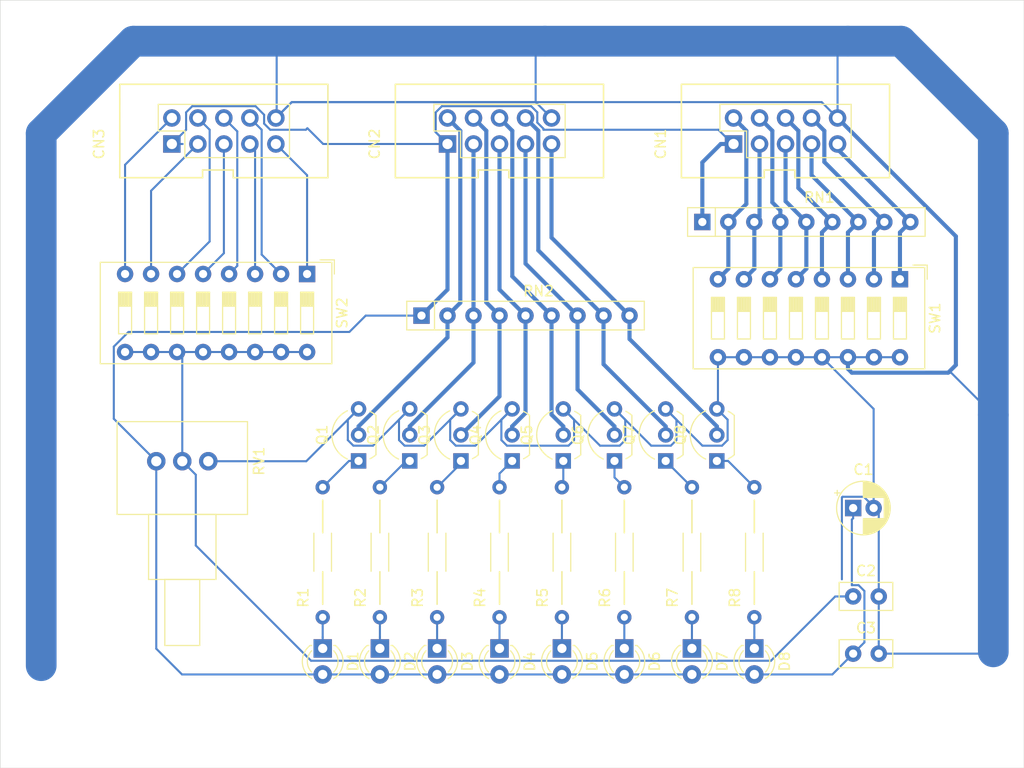
<source format=kicad_pcb>
(kicad_pcb (version 20171130) (host pcbnew "(5.1.7)-1")

  (general
    (thickness 1.6)
    (drawings 4)
    (tracks 305)
    (zones 0)
    (modules 39)
    (nets 44)
  )

  (page A4)
  (layers
    (0 F.Cu signal)
    (31 B.Cu signal)
    (32 B.Adhes user)
    (33 F.Adhes user)
    (34 B.Paste user)
    (35 F.Paste user)
    (36 B.SilkS user)
    (37 F.SilkS user)
    (38 B.Mask user)
    (39 F.Mask user)
    (40 Dwgs.User user)
    (41 Cmts.User user)
    (42 Eco1.User user)
    (43 Eco2.User user)
    (44 Edge.Cuts user)
    (45 Margin user)
    (46 B.CrtYd user)
    (47 F.CrtYd user)
    (48 B.Fab user)
    (49 F.Fab user)
  )

  (setup
    (last_trace_width 0.2)
    (user_trace_width 0.2)
    (user_trace_width 0.4)
    (user_trace_width 0.6)
    (user_trace_width 0.8)
    (user_trace_width 1)
    (user_trace_width 1.2)
    (user_trace_width 1.6)
    (user_trace_width 2)
    (trace_clearance 0.2)
    (zone_clearance 0.508)
    (zone_45_only no)
    (trace_min 0.1524)
    (via_size 0.6)
    (via_drill 0.3)
    (via_min_size 0.5)
    (via_min_drill 0.2)
    (user_via 0.9 0.5)
    (user_via 1.2 0.8)
    (user_via 1.4 0.9)
    (user_via 1.5 1)
    (uvia_size 0.3)
    (uvia_drill 0.1)
    (uvias_allowed no)
    (uvia_min_size 0.2)
    (uvia_min_drill 0.1)
    (edge_width 0.05)
    (segment_width 0.2)
    (pcb_text_width 0.3)
    (pcb_text_size 1.5 1.5)
    (mod_edge_width 0.12)
    (mod_text_size 1 1)
    (mod_text_width 0.15)
    (pad_size 1.524 1.524)
    (pad_drill 0.762)
    (pad_to_mask_clearance 0.051)
    (solder_mask_min_width 0.25)
    (aux_axis_origin 98.425 123.19)
    (grid_origin 98.425 123.19)
    (visible_elements 7FFFFFFF)
    (pcbplotparams
      (layerselection 0x010fc_ffffffff)
      (usegerberextensions false)
      (usegerberattributes false)
      (usegerberadvancedattributes false)
      (creategerberjobfile false)
      (excludeedgelayer true)
      (linewidth 0.100000)
      (plotframeref false)
      (viasonmask false)
      (mode 1)
      (useauxorigin false)
      (hpglpennumber 1)
      (hpglpenspeed 20)
      (hpglpendiameter 15.000000)
      (psnegative false)
      (psa4output false)
      (plotreference true)
      (plotvalue true)
      (plotinvisibletext false)
      (padsonsilk false)
      (subtractmaskfromsilk false)
      (outputformat 1)
      (mirror false)
      (drillshape 1)
      (scaleselection 1)
      (outputdirectory ""))
  )

  (net 0 "")
  (net 1 +5V)
  (net 2 GND)
  (net 3 "Net-(C2-Pad1)")
  (net 4 "Net-(CN1-Pad8)")
  (net 5 "Net-(CN1-Pad6)")
  (net 6 "Net-(CN1-Pad9)")
  (net 7 "Net-(CN1-Pad7)")
  (net 8 "Net-(CN1-Pad4)")
  (net 9 "Net-(CN1-Pad5)")
  (net 10 "Net-(CN1-Pad3)")
  (net 11 "Net-(CN1-Pad2)")
  (net 12 "Net-(CN2-Pad2)")
  (net 13 "Net-(CN2-Pad3)")
  (net 14 "Net-(CN2-Pad5)")
  (net 15 "Net-(CN2-Pad4)")
  (net 16 "Net-(CN2-Pad7)")
  (net 17 "Net-(CN2-Pad9)")
  (net 18 "Net-(CN2-Pad6)")
  (net 19 "Net-(CN2-Pad8)")
  (net 20 "Net-(CN3-Pad2)")
  (net 21 "Net-(CN3-Pad3)")
  (net 22 "Net-(CN3-Pad5)")
  (net 23 "Net-(CN3-Pad4)")
  (net 24 "Net-(CN3-Pad7)")
  (net 25 "Net-(CN3-Pad9)")
  (net 26 "Net-(CN3-Pad6)")
  (net 27 "Net-(CN3-Pad8)")
  (net 28 "Net-(D1-Pad1)")
  (net 29 "Net-(D2-Pad1)")
  (net 30 "Net-(D3-Pad1)")
  (net 31 "Net-(D4-Pad1)")
  (net 32 "Net-(D5-Pad1)")
  (net 33 "Net-(D6-Pad1)")
  (net 34 "Net-(D7-Pad1)")
  (net 35 "Net-(D8-Pad1)")
  (net 36 "Net-(Q1-Pad1)")
  (net 37 "Net-(Q2-Pad1)")
  (net 38 "Net-(Q3-Pad1)")
  (net 39 "Net-(Q4-Pad1)")
  (net 40 "Net-(Q5-Pad1)")
  (net 41 "Net-(Q6-Pad1)")
  (net 42 "Net-(Q7-Pad1)")
  (net 43 "Net-(Q8-Pad1)")

  (net_class Default "これはデフォルトのネット クラスです。"
    (clearance 0.2)
    (trace_width 0.2)
    (via_dia 0.6)
    (via_drill 0.3)
    (uvia_dia 0.3)
    (uvia_drill 0.1)
    (add_net +5V)
    (add_net GND)
    (add_net "Net-(C2-Pad1)")
    (add_net "Net-(CN1-Pad2)")
    (add_net "Net-(CN1-Pad3)")
    (add_net "Net-(CN1-Pad4)")
    (add_net "Net-(CN1-Pad5)")
    (add_net "Net-(CN1-Pad6)")
    (add_net "Net-(CN1-Pad7)")
    (add_net "Net-(CN1-Pad8)")
    (add_net "Net-(CN1-Pad9)")
    (add_net "Net-(CN2-Pad2)")
    (add_net "Net-(CN2-Pad3)")
    (add_net "Net-(CN2-Pad4)")
    (add_net "Net-(CN2-Pad5)")
    (add_net "Net-(CN2-Pad6)")
    (add_net "Net-(CN2-Pad7)")
    (add_net "Net-(CN2-Pad8)")
    (add_net "Net-(CN2-Pad9)")
    (add_net "Net-(CN3-Pad2)")
    (add_net "Net-(CN3-Pad3)")
    (add_net "Net-(CN3-Pad4)")
    (add_net "Net-(CN3-Pad5)")
    (add_net "Net-(CN3-Pad6)")
    (add_net "Net-(CN3-Pad7)")
    (add_net "Net-(CN3-Pad8)")
    (add_net "Net-(CN3-Pad9)")
    (add_net "Net-(D1-Pad1)")
    (add_net "Net-(D2-Pad1)")
    (add_net "Net-(D3-Pad1)")
    (add_net "Net-(D4-Pad1)")
    (add_net "Net-(D5-Pad1)")
    (add_net "Net-(D6-Pad1)")
    (add_net "Net-(D7-Pad1)")
    (add_net "Net-(D8-Pad1)")
    (add_net "Net-(Q1-Pad1)")
    (add_net "Net-(Q2-Pad1)")
    (add_net "Net-(Q3-Pad1)")
    (add_net "Net-(Q4-Pad1)")
    (add_net "Net-(Q5-Pad1)")
    (add_net "Net-(Q6-Pad1)")
    (add_net "Net-(Q7-Pad1)")
    (add_net "Net-(Q8-Pad1)")
  )

  (module MountingHole:MountingHole_3mm locked (layer F.Cu) (tedit 56D1B4CB) (tstamp 61EA0D6A)
    (at 102.425 52.19)
    (descr "Mounting Hole 3mm, no annular")
    (tags "mounting hole 3mm no annular")
    (attr virtual)
    (fp_text reference MH1 (at 0 -4) (layer F.SilkS) hide
      (effects (font (size 1 1) (thickness 0.15)))
    )
    (fp_text value MountingHole_3mm (at 0 4) (layer F.Fab) hide
      (effects (font (size 1 1) (thickness 0.15)))
    )
    (fp_circle (center 0 0) (end 3 0) (layer Cmts.User) (width 0.15))
    (fp_circle (center 0 0) (end 3.25 0) (layer F.CrtYd) (width 0.05))
    (fp_text user %R (at 0.3 0) (layer F.Fab) hide
      (effects (font (size 1 1) (thickness 0.15)))
    )
    (pad 1 np_thru_hole circle (at 0 0) (size 3 3) (drill 3) (layers *.Cu *.Mask))
  )

  (module MountingHole:MountingHole_3mm locked (layer F.Cu) (tedit 56D1B4CB) (tstamp 61EA0D30)
    (at 194.425 52.19)
    (descr "Mounting Hole 3mm, no annular")
    (tags "mounting hole 3mm no annular")
    (attr virtual)
    (fp_text reference MH1 (at 0 -4) (layer F.SilkS) hide
      (effects (font (size 1 1) (thickness 0.15)))
    )
    (fp_text value MountingHole_3mm (at 0 4) (layer F.Fab) hide
      (effects (font (size 1 1) (thickness 0.15)))
    )
    (fp_circle (center 0 0) (end 3 0) (layer Cmts.User) (width 0.15))
    (fp_circle (center 0 0) (end 3.25 0) (layer F.CrtYd) (width 0.05))
    (fp_text user %R (at 0.3 0) (layer F.Fab) hide
      (effects (font (size 1 1) (thickness 0.15)))
    )
    (pad 1 np_thru_hole circle (at 0 0) (size 3 3) (drill 3) (layers *.Cu *.Mask))
  )

  (module MountingHole:MountingHole_3mm locked (layer F.Cu) (tedit 56D1B4CB) (tstamp 61EA0D13)
    (at 194.425 119.19)
    (descr "Mounting Hole 3mm, no annular")
    (tags "mounting hole 3mm no annular")
    (attr virtual)
    (fp_text reference MH1 (at 0 -4) (layer F.SilkS) hide
      (effects (font (size 1 1) (thickness 0.15)))
    )
    (fp_text value MountingHole_3mm (at 0 4) (layer F.Fab) hide
      (effects (font (size 1 1) (thickness 0.15)))
    )
    (fp_circle (center 0 0) (end 3 0) (layer Cmts.User) (width 0.15))
    (fp_circle (center 0 0) (end 3.25 0) (layer F.CrtYd) (width 0.05))
    (fp_text user %R (at 0.3 0) (layer F.Fab) hide
      (effects (font (size 1 1) (thickness 0.15)))
    )
    (pad 1 np_thru_hole circle (at 0 0) (size 3 3) (drill 3) (layers *.Cu *.Mask))
  )

  (module MountingHole:MountingHole_3mm locked (layer F.Cu) (tedit 56D1B4CB) (tstamp 61EA0CF6)
    (at 102.425 119.19)
    (descr "Mounting Hole 3mm, no annular")
    (tags "mounting hole 3mm no annular")
    (attr virtual)
    (fp_text reference MH1 (at 0 -4) (layer F.SilkS) hide
      (effects (font (size 1 1) (thickness 0.15)))
    )
    (fp_text value MountingHole_3mm (at 0 4) (layer F.Fab) hide
      (effects (font (size 1 1) (thickness 0.15)))
    )
    (fp_circle (center 0 0) (end 3 0) (layer Cmts.User) (width 0.15))
    (fp_circle (center 0 0) (end 3.25 0) (layer F.CrtYd) (width 0.05))
    (fp_text user %R (at 0.3 0) (layer F.Fab) hide
      (effects (font (size 1 1) (thickness 0.15)))
    )
    (pad 1 np_thru_hole circle (at 0 0) (size 3 3) (drill 3) (layers *.Cu *.Mask))
  )

  (module Capacitor_THT:CP_Radial_D5.0mm_P2.00mm (layer F.Cu) (tedit 5AE50EF0) (tstamp 61F24730)
    (at 181.737 97.79)
    (descr "CP, Radial series, Radial, pin pitch=2.00mm, , diameter=5mm, Electrolytic Capacitor")
    (tags "CP Radial series Radial pin pitch 2.00mm  diameter 5mm Electrolytic Capacitor")
    (path /61BDFC72/61C39E51)
    (fp_text reference C1 (at 1 -3.75) (layer F.SilkS)
      (effects (font (size 1 1) (thickness 0.15)))
    )
    (fp_text value CP (at 1 3.75) (layer F.Fab)
      (effects (font (size 1 1) (thickness 0.15)))
    )
    (fp_line (start -1.554775 -1.725) (end -1.554775 -1.225) (layer F.SilkS) (width 0.12))
    (fp_line (start -1.804775 -1.475) (end -1.304775 -1.475) (layer F.SilkS) (width 0.12))
    (fp_line (start 3.601 -0.284) (end 3.601 0.284) (layer F.SilkS) (width 0.12))
    (fp_line (start 3.561 -0.518) (end 3.561 0.518) (layer F.SilkS) (width 0.12))
    (fp_line (start 3.521 -0.677) (end 3.521 0.677) (layer F.SilkS) (width 0.12))
    (fp_line (start 3.481 -0.805) (end 3.481 0.805) (layer F.SilkS) (width 0.12))
    (fp_line (start 3.441 -0.915) (end 3.441 0.915) (layer F.SilkS) (width 0.12))
    (fp_line (start 3.401 -1.011) (end 3.401 1.011) (layer F.SilkS) (width 0.12))
    (fp_line (start 3.361 -1.098) (end 3.361 1.098) (layer F.SilkS) (width 0.12))
    (fp_line (start 3.321 -1.178) (end 3.321 1.178) (layer F.SilkS) (width 0.12))
    (fp_line (start 3.281 -1.251) (end 3.281 1.251) (layer F.SilkS) (width 0.12))
    (fp_line (start 3.241 -1.319) (end 3.241 1.319) (layer F.SilkS) (width 0.12))
    (fp_line (start 3.201 -1.383) (end 3.201 1.383) (layer F.SilkS) (width 0.12))
    (fp_line (start 3.161 -1.443) (end 3.161 1.443) (layer F.SilkS) (width 0.12))
    (fp_line (start 3.121 -1.5) (end 3.121 1.5) (layer F.SilkS) (width 0.12))
    (fp_line (start 3.081 -1.554) (end 3.081 1.554) (layer F.SilkS) (width 0.12))
    (fp_line (start 3.041 -1.605) (end 3.041 1.605) (layer F.SilkS) (width 0.12))
    (fp_line (start 3.001 1.04) (end 3.001 1.653) (layer F.SilkS) (width 0.12))
    (fp_line (start 3.001 -1.653) (end 3.001 -1.04) (layer F.SilkS) (width 0.12))
    (fp_line (start 2.961 1.04) (end 2.961 1.699) (layer F.SilkS) (width 0.12))
    (fp_line (start 2.961 -1.699) (end 2.961 -1.04) (layer F.SilkS) (width 0.12))
    (fp_line (start 2.921 1.04) (end 2.921 1.743) (layer F.SilkS) (width 0.12))
    (fp_line (start 2.921 -1.743) (end 2.921 -1.04) (layer F.SilkS) (width 0.12))
    (fp_line (start 2.881 1.04) (end 2.881 1.785) (layer F.SilkS) (width 0.12))
    (fp_line (start 2.881 -1.785) (end 2.881 -1.04) (layer F.SilkS) (width 0.12))
    (fp_line (start 2.841 1.04) (end 2.841 1.826) (layer F.SilkS) (width 0.12))
    (fp_line (start 2.841 -1.826) (end 2.841 -1.04) (layer F.SilkS) (width 0.12))
    (fp_line (start 2.801 1.04) (end 2.801 1.864) (layer F.SilkS) (width 0.12))
    (fp_line (start 2.801 -1.864) (end 2.801 -1.04) (layer F.SilkS) (width 0.12))
    (fp_line (start 2.761 1.04) (end 2.761 1.901) (layer F.SilkS) (width 0.12))
    (fp_line (start 2.761 -1.901) (end 2.761 -1.04) (layer F.SilkS) (width 0.12))
    (fp_line (start 2.721 1.04) (end 2.721 1.937) (layer F.SilkS) (width 0.12))
    (fp_line (start 2.721 -1.937) (end 2.721 -1.04) (layer F.SilkS) (width 0.12))
    (fp_line (start 2.681 1.04) (end 2.681 1.971) (layer F.SilkS) (width 0.12))
    (fp_line (start 2.681 -1.971) (end 2.681 -1.04) (layer F.SilkS) (width 0.12))
    (fp_line (start 2.641 1.04) (end 2.641 2.004) (layer F.SilkS) (width 0.12))
    (fp_line (start 2.641 -2.004) (end 2.641 -1.04) (layer F.SilkS) (width 0.12))
    (fp_line (start 2.601 1.04) (end 2.601 2.035) (layer F.SilkS) (width 0.12))
    (fp_line (start 2.601 -2.035) (end 2.601 -1.04) (layer F.SilkS) (width 0.12))
    (fp_line (start 2.561 1.04) (end 2.561 2.065) (layer F.SilkS) (width 0.12))
    (fp_line (start 2.561 -2.065) (end 2.561 -1.04) (layer F.SilkS) (width 0.12))
    (fp_line (start 2.521 1.04) (end 2.521 2.095) (layer F.SilkS) (width 0.12))
    (fp_line (start 2.521 -2.095) (end 2.521 -1.04) (layer F.SilkS) (width 0.12))
    (fp_line (start 2.481 1.04) (end 2.481 2.122) (layer F.SilkS) (width 0.12))
    (fp_line (start 2.481 -2.122) (end 2.481 -1.04) (layer F.SilkS) (width 0.12))
    (fp_line (start 2.441 1.04) (end 2.441 2.149) (layer F.SilkS) (width 0.12))
    (fp_line (start 2.441 -2.149) (end 2.441 -1.04) (layer F.SilkS) (width 0.12))
    (fp_line (start 2.401 1.04) (end 2.401 2.175) (layer F.SilkS) (width 0.12))
    (fp_line (start 2.401 -2.175) (end 2.401 -1.04) (layer F.SilkS) (width 0.12))
    (fp_line (start 2.361 1.04) (end 2.361 2.2) (layer F.SilkS) (width 0.12))
    (fp_line (start 2.361 -2.2) (end 2.361 -1.04) (layer F.SilkS) (width 0.12))
    (fp_line (start 2.321 1.04) (end 2.321 2.224) (layer F.SilkS) (width 0.12))
    (fp_line (start 2.321 -2.224) (end 2.321 -1.04) (layer F.SilkS) (width 0.12))
    (fp_line (start 2.281 1.04) (end 2.281 2.247) (layer F.SilkS) (width 0.12))
    (fp_line (start 2.281 -2.247) (end 2.281 -1.04) (layer F.SilkS) (width 0.12))
    (fp_line (start 2.241 1.04) (end 2.241 2.268) (layer F.SilkS) (width 0.12))
    (fp_line (start 2.241 -2.268) (end 2.241 -1.04) (layer F.SilkS) (width 0.12))
    (fp_line (start 2.201 1.04) (end 2.201 2.29) (layer F.SilkS) (width 0.12))
    (fp_line (start 2.201 -2.29) (end 2.201 -1.04) (layer F.SilkS) (width 0.12))
    (fp_line (start 2.161 1.04) (end 2.161 2.31) (layer F.SilkS) (width 0.12))
    (fp_line (start 2.161 -2.31) (end 2.161 -1.04) (layer F.SilkS) (width 0.12))
    (fp_line (start 2.121 1.04) (end 2.121 2.329) (layer F.SilkS) (width 0.12))
    (fp_line (start 2.121 -2.329) (end 2.121 -1.04) (layer F.SilkS) (width 0.12))
    (fp_line (start 2.081 1.04) (end 2.081 2.348) (layer F.SilkS) (width 0.12))
    (fp_line (start 2.081 -2.348) (end 2.081 -1.04) (layer F.SilkS) (width 0.12))
    (fp_line (start 2.041 1.04) (end 2.041 2.365) (layer F.SilkS) (width 0.12))
    (fp_line (start 2.041 -2.365) (end 2.041 -1.04) (layer F.SilkS) (width 0.12))
    (fp_line (start 2.001 1.04) (end 2.001 2.382) (layer F.SilkS) (width 0.12))
    (fp_line (start 2.001 -2.382) (end 2.001 -1.04) (layer F.SilkS) (width 0.12))
    (fp_line (start 1.961 1.04) (end 1.961 2.398) (layer F.SilkS) (width 0.12))
    (fp_line (start 1.961 -2.398) (end 1.961 -1.04) (layer F.SilkS) (width 0.12))
    (fp_line (start 1.921 1.04) (end 1.921 2.414) (layer F.SilkS) (width 0.12))
    (fp_line (start 1.921 -2.414) (end 1.921 -1.04) (layer F.SilkS) (width 0.12))
    (fp_line (start 1.881 1.04) (end 1.881 2.428) (layer F.SilkS) (width 0.12))
    (fp_line (start 1.881 -2.428) (end 1.881 -1.04) (layer F.SilkS) (width 0.12))
    (fp_line (start 1.841 1.04) (end 1.841 2.442) (layer F.SilkS) (width 0.12))
    (fp_line (start 1.841 -2.442) (end 1.841 -1.04) (layer F.SilkS) (width 0.12))
    (fp_line (start 1.801 1.04) (end 1.801 2.455) (layer F.SilkS) (width 0.12))
    (fp_line (start 1.801 -2.455) (end 1.801 -1.04) (layer F.SilkS) (width 0.12))
    (fp_line (start 1.761 1.04) (end 1.761 2.468) (layer F.SilkS) (width 0.12))
    (fp_line (start 1.761 -2.468) (end 1.761 -1.04) (layer F.SilkS) (width 0.12))
    (fp_line (start 1.721 1.04) (end 1.721 2.48) (layer F.SilkS) (width 0.12))
    (fp_line (start 1.721 -2.48) (end 1.721 -1.04) (layer F.SilkS) (width 0.12))
    (fp_line (start 1.68 1.04) (end 1.68 2.491) (layer F.SilkS) (width 0.12))
    (fp_line (start 1.68 -2.491) (end 1.68 -1.04) (layer F.SilkS) (width 0.12))
    (fp_line (start 1.64 1.04) (end 1.64 2.501) (layer F.SilkS) (width 0.12))
    (fp_line (start 1.64 -2.501) (end 1.64 -1.04) (layer F.SilkS) (width 0.12))
    (fp_line (start 1.6 1.04) (end 1.6 2.511) (layer F.SilkS) (width 0.12))
    (fp_line (start 1.6 -2.511) (end 1.6 -1.04) (layer F.SilkS) (width 0.12))
    (fp_line (start 1.56 1.04) (end 1.56 2.52) (layer F.SilkS) (width 0.12))
    (fp_line (start 1.56 -2.52) (end 1.56 -1.04) (layer F.SilkS) (width 0.12))
    (fp_line (start 1.52 1.04) (end 1.52 2.528) (layer F.SilkS) (width 0.12))
    (fp_line (start 1.52 -2.528) (end 1.52 -1.04) (layer F.SilkS) (width 0.12))
    (fp_line (start 1.48 1.04) (end 1.48 2.536) (layer F.SilkS) (width 0.12))
    (fp_line (start 1.48 -2.536) (end 1.48 -1.04) (layer F.SilkS) (width 0.12))
    (fp_line (start 1.44 1.04) (end 1.44 2.543) (layer F.SilkS) (width 0.12))
    (fp_line (start 1.44 -2.543) (end 1.44 -1.04) (layer F.SilkS) (width 0.12))
    (fp_line (start 1.4 1.04) (end 1.4 2.55) (layer F.SilkS) (width 0.12))
    (fp_line (start 1.4 -2.55) (end 1.4 -1.04) (layer F.SilkS) (width 0.12))
    (fp_line (start 1.36 1.04) (end 1.36 2.556) (layer F.SilkS) (width 0.12))
    (fp_line (start 1.36 -2.556) (end 1.36 -1.04) (layer F.SilkS) (width 0.12))
    (fp_line (start 1.32 1.04) (end 1.32 2.561) (layer F.SilkS) (width 0.12))
    (fp_line (start 1.32 -2.561) (end 1.32 -1.04) (layer F.SilkS) (width 0.12))
    (fp_line (start 1.28 1.04) (end 1.28 2.565) (layer F.SilkS) (width 0.12))
    (fp_line (start 1.28 -2.565) (end 1.28 -1.04) (layer F.SilkS) (width 0.12))
    (fp_line (start 1.24 1.04) (end 1.24 2.569) (layer F.SilkS) (width 0.12))
    (fp_line (start 1.24 -2.569) (end 1.24 -1.04) (layer F.SilkS) (width 0.12))
    (fp_line (start 1.2 1.04) (end 1.2 2.573) (layer F.SilkS) (width 0.12))
    (fp_line (start 1.2 -2.573) (end 1.2 -1.04) (layer F.SilkS) (width 0.12))
    (fp_line (start 1.16 1.04) (end 1.16 2.576) (layer F.SilkS) (width 0.12))
    (fp_line (start 1.16 -2.576) (end 1.16 -1.04) (layer F.SilkS) (width 0.12))
    (fp_line (start 1.12 1.04) (end 1.12 2.578) (layer F.SilkS) (width 0.12))
    (fp_line (start 1.12 -2.578) (end 1.12 -1.04) (layer F.SilkS) (width 0.12))
    (fp_line (start 1.08 1.04) (end 1.08 2.579) (layer F.SilkS) (width 0.12))
    (fp_line (start 1.08 -2.579) (end 1.08 -1.04) (layer F.SilkS) (width 0.12))
    (fp_line (start 1.04 -2.58) (end 1.04 -1.04) (layer F.SilkS) (width 0.12))
    (fp_line (start 1.04 1.04) (end 1.04 2.58) (layer F.SilkS) (width 0.12))
    (fp_line (start 1 -2.58) (end 1 -1.04) (layer F.SilkS) (width 0.12))
    (fp_line (start 1 1.04) (end 1 2.58) (layer F.SilkS) (width 0.12))
    (fp_line (start -0.883605 -1.3375) (end -0.883605 -0.8375) (layer F.Fab) (width 0.1))
    (fp_line (start -1.133605 -1.0875) (end -0.633605 -1.0875) (layer F.Fab) (width 0.1))
    (fp_circle (center 1 0) (end 3.75 0) (layer F.CrtYd) (width 0.05))
    (fp_circle (center 1 0) (end 3.62 0) (layer F.SilkS) (width 0.12))
    (fp_circle (center 1 0) (end 3.5 0) (layer F.Fab) (width 0.1))
    (fp_text user %R (at 1 0) (layer F.Fab)
      (effects (font (size 1 1) (thickness 0.15)))
    )
    (pad 1 thru_hole rect (at 0 0) (size 1.6 1.6) (drill 0.8) (layers *.Cu *.Mask)
      (net 1 +5V))
    (pad 2 thru_hole circle (at 2 0) (size 1.6 1.6) (drill 0.8) (layers *.Cu *.Mask)
      (net 2 GND))
    (model ${KISYS3DMOD}/Capacitor_THT.3dshapes/CP_Radial_D5.0mm_P2.00mm.wrl
      (at (xyz 0 0 0))
      (scale (xyz 1 1 1))
      (rotate (xyz 0 0 0))
    )
  )

  (module My_Footprint:C_Disc_W2.5mm_P2-5mm (layer F.Cu) (tedit 5AE50EF0) (tstamp 61F20C31)
    (at 181.737 106.426)
    (descr "C, Disc series, Radial, pin pitch=2.50mm, , diameter*width=5*2.5mm^2, Capacitor, http://cdn-reichelt.de/documents/datenblatt/B300/DS_KERKO_TC.pdf")
    (tags "C Disc series Radial pin pitch 2.50mm  diameter 5mm width 2.5mm Capacitor")
    (path /61BDFC72/61C39E45)
    (fp_text reference C2 (at 1.25 -2.5) (layer F.SilkS)
      (effects (font (size 1 1) (thickness 0.15)))
    )
    (fp_text value C (at 1.25 2.5) (layer F.Fab)
      (effects (font (size 1 1) (thickness 0.15)))
    )
    (fp_line (start -1.25 -1.25) (end -1.25 1.25) (layer F.Fab) (width 0.1))
    (fp_line (start -1.25 1.25) (end 3.75 1.25) (layer F.Fab) (width 0.1))
    (fp_line (start 3.75 1.25) (end 3.75 -1.25) (layer F.Fab) (width 0.1))
    (fp_line (start 3.75 -1.25) (end -1.25 -1.25) (layer F.Fab) (width 0.1))
    (fp_line (start -1.37 -1.37) (end 3.87 -1.37) (layer F.SilkS) (width 0.12))
    (fp_line (start -1.37 1.37) (end 3.87 1.37) (layer F.SilkS) (width 0.12))
    (fp_line (start -1.37 -1.37) (end -1.37 1.37) (layer F.SilkS) (width 0.12))
    (fp_line (start 3.87 -1.37) (end 3.87 1.37) (layer F.SilkS) (width 0.12))
    (fp_line (start -1.5 -1.5) (end -1.5 1.5) (layer F.CrtYd) (width 0.05))
    (fp_line (start -1.5 1.5) (end 4 1.5) (layer F.CrtYd) (width 0.05))
    (fp_line (start 4 1.5) (end 4 -1.5) (layer F.CrtYd) (width 0.05))
    (fp_line (start 4 -1.5) (end -1.5 -1.5) (layer F.CrtYd) (width 0.05))
    (fp_text user %R (at 2.54 -1.016) (layer F.Fab)
      (effects (font (size 1 1) (thickness 0.15)))
    )
    (pad 2 thru_hole circle (at 2.5 0) (size 1.6 1.6) (drill 0.8) (layers *.Cu *.Mask)
      (net 2 GND))
    (pad 1 thru_hole circle (at 0 0) (size 1.6 1.6) (drill 0.8) (layers *.Cu *.Mask)
      (net 3 "Net-(C2-Pad1)"))
    (model ${KISYS3DMOD}/Capacitor_THT.3dshapes/C_Disc_D5.0mm_W2.5mm_P2.50mm.wrl
      (at (xyz 0 0 0))
      (scale (xyz 1 1 1))
      (rotate (xyz 0 0 0))
    )
  )

  (module My_Footprint:C_Disc_W2.5mm_P2-5mm (layer F.Cu) (tedit 5AE50EF0) (tstamp 61F1EBBD)
    (at 181.737 112.014)
    (descr "C, Disc series, Radial, pin pitch=2.50mm, , diameter*width=5*2.5mm^2, Capacitor, http://cdn-reichelt.de/documents/datenblatt/B300/DS_KERKO_TC.pdf")
    (tags "C Disc series Radial pin pitch 2.50mm  diameter 5mm width 2.5mm Capacitor")
    (path /61BDFC72/61C39E4B)
    (fp_text reference C3 (at 1.25 -2.5) (layer F.SilkS)
      (effects (font (size 1 1) (thickness 0.15)))
    )
    (fp_text value C (at 1.25 2.5) (layer F.Fab)
      (effects (font (size 1 1) (thickness 0.15)))
    )
    (fp_line (start 4 -1.5) (end -1.5 -1.5) (layer F.CrtYd) (width 0.05))
    (fp_line (start 4 1.5) (end 4 -1.5) (layer F.CrtYd) (width 0.05))
    (fp_line (start -1.5 1.5) (end 4 1.5) (layer F.CrtYd) (width 0.05))
    (fp_line (start -1.5 -1.5) (end -1.5 1.5) (layer F.CrtYd) (width 0.05))
    (fp_line (start 3.87 -1.37) (end 3.87 1.37) (layer F.SilkS) (width 0.12))
    (fp_line (start -1.37 -1.37) (end -1.37 1.37) (layer F.SilkS) (width 0.12))
    (fp_line (start -1.37 1.37) (end 3.87 1.37) (layer F.SilkS) (width 0.12))
    (fp_line (start -1.37 -1.37) (end 3.87 -1.37) (layer F.SilkS) (width 0.12))
    (fp_line (start 3.75 -1.25) (end -1.25 -1.25) (layer F.Fab) (width 0.1))
    (fp_line (start 3.75 1.25) (end 3.75 -1.25) (layer F.Fab) (width 0.1))
    (fp_line (start -1.25 1.25) (end 3.75 1.25) (layer F.Fab) (width 0.1))
    (fp_line (start -1.25 -1.25) (end -1.25 1.25) (layer F.Fab) (width 0.1))
    (fp_text user %R (at 1.25 -0.220001) (layer F.Fab)
      (effects (font (size 1 1) (thickness 0.15)))
    )
    (pad 1 thru_hole circle (at 0 0) (size 1.6 1.6) (drill 0.8) (layers *.Cu *.Mask)
      (net 1 +5V))
    (pad 2 thru_hole circle (at 2.5 0) (size 1.6 1.6) (drill 0.8) (layers *.Cu *.Mask)
      (net 2 GND))
    (model ${KISYS3DMOD}/Capacitor_THT.3dshapes/C_Disc_D5.0mm_W2.5mm_P2.50mm.wrl
      (at (xyz 0 0 0))
      (scale (xyz 1 1 1))
      (rotate (xyz 0 0 0))
    )
  )

  (module My_Footprint:BH-10SG (layer F.Cu) (tedit 5EF5A04E) (tstamp 61EA1FCE)
    (at 170.053 62.23 90)
    (path /61BD5028/61BF14AD)
    (fp_text reference CN1 (at 0 -7.12 90) (layer F.SilkS)
      (effects (font (size 1 1) (thickness 0.15)))
    )
    (fp_text value conn_02x5 (at -5.08 0) (layer F.Fab)
      (effects (font (size 1 1) (thickness 0.15)))
    )
    (fp_line (start -3.4 15.3) (end 5.9 15.3) (layer F.CrtYd) (width 0.05))
    (fp_line (start 5.9 15.3) (end 5.9 -5.2) (layer F.CrtYd) (width 0.05))
    (fp_line (start 5.9 -5.2) (end -3.4 -5.2) (layer F.CrtYd) (width 0.05))
    (fp_line (start -1.33 1.27) (end 1.27 1.27) (layer F.SilkS) (width 0.12))
    (fp_line (start -2.54 2.9972) (end -3.29 3) (layer F.SilkS) (width 0.15))
    (fp_line (start -1.33 1.27) (end -1.33 11.49) (layer F.SilkS) (width 0.12))
    (fp_line (start 3.87 -1.33) (end 3.87 11.49) (layer F.SilkS) (width 0.12))
    (fp_line (start 3.81 -1.27) (end 3.81 11.43) (layer F.Fab) (width 0.1))
    (fp_line (start -1.33 11.49) (end 3.87 11.49) (layer F.SilkS) (width 0.12))
    (fp_line (start 1.27 -1.33) (end 3.87 -1.33) (layer F.SilkS) (width 0.12))
    (fp_line (start -2.54 2.9972) (end -2.54 5.9944) (layer F.SilkS) (width 0.15))
    (fp_line (start -2.54 5.9944) (end -3.29 5.99) (layer F.SilkS) (width 0.15))
    (fp_line (start 5.83 15.24) (end 5.83 -5.08) (layer F.SilkS) (width 0.15))
    (fp_line (start -1.27 11.43) (end -1.27 1.3081) (layer F.Fab) (width 0.1))
    (fp_line (start 1.27 1.27) (end 1.27 -1.33) (layer F.SilkS) (width 0.12))
    (fp_line (start 1.2827 -1.27) (end 3.81 -1.27) (layer F.Fab) (width 0.1))
    (fp_line (start 3.81 11.43) (end -1.27 11.43) (layer F.Fab) (width 0.1))
    (fp_line (start -3.29 5.99) (end -3.29 15.24) (layer F.SilkS) (width 0.15))
    (fp_line (start 5.8166 -5.0927) (end -3.29 -5.09) (layer F.SilkS) (width 0.15))
    (fp_line (start -3.29 3) (end -3.29 -5.09) (layer F.SilkS) (width 0.15))
    (fp_line (start 5.83 15.24) (end -3.29 15.24) (layer F.SilkS) (width 0.15))
    (fp_line (start -3.4 15.3) (end -3.4 -5.2) (layer F.CrtYd) (width 0.05))
    (pad 10 thru_hole oval (at 2.54 10.16 90) (size 1.7 1.7) (drill 1) (layers *.Cu *.Mask)
      (net 2 GND))
    (pad 8 thru_hole oval (at 2.54 7.62 90) (size 1.7 1.7) (drill 1) (layers *.Cu *.Mask)
      (net 4 "Net-(CN1-Pad8)"))
    (pad 6 thru_hole oval (at 2.54 5.08 90) (size 1.7 1.7) (drill 1) (layers *.Cu *.Mask)
      (net 5 "Net-(CN1-Pad6)"))
    (pad 9 thru_hole oval (at 0 10.16 90) (size 1.7 1.7) (drill 1) (layers *.Cu *.Mask)
      (net 6 "Net-(CN1-Pad9)"))
    (pad 1 thru_hole rect (at 0 0 90) (size 1.7 1.7) (drill 1) (layers *.Cu *.Mask)
      (net 1 +5V))
    (pad 7 thru_hole oval (at 0 7.62 90) (size 1.7 1.7) (drill 1) (layers *.Cu *.Mask)
      (net 7 "Net-(CN1-Pad7)"))
    (pad 4 thru_hole oval (at 2.54 2.54 90) (size 1.7 1.7) (drill 1) (layers *.Cu *.Mask)
      (net 8 "Net-(CN1-Pad4)"))
    (pad 5 thru_hole oval (at 0 5.08 90) (size 1.7 1.7) (drill 1) (layers *.Cu *.Mask)
      (net 9 "Net-(CN1-Pad5)"))
    (pad 3 thru_hole oval (at 0 2.54 90) (size 1.7 1.7) (drill 1) (layers *.Cu *.Mask)
      (net 10 "Net-(CN1-Pad3)"))
    (pad 2 thru_hole oval (at 2.54 0 90) (size 1.7 1.7) (drill 1) (layers *.Cu *.Mask)
      (net 11 "Net-(CN1-Pad2)"))
  )

  (module My_Footprint:BH-10SG (layer F.Cu) (tedit 5EF5A04E) (tstamp 61EA1FF2)
    (at 142.113 62.23 90)
    (path /61BDF112/61C18386)
    (fp_text reference CN2 (at 0 -7.12 90) (layer F.SilkS)
      (effects (font (size 1 1) (thickness 0.15)))
    )
    (fp_text value conn_02x5 (at -5.08 0) (layer F.Fab)
      (effects (font (size 1 1) (thickness 0.15)))
    )
    (fp_line (start -3.4 15.3) (end -3.4 -5.2) (layer F.CrtYd) (width 0.05))
    (fp_line (start 5.83 15.24) (end -3.29 15.24) (layer F.SilkS) (width 0.15))
    (fp_line (start -3.29 3) (end -3.29 -5.09) (layer F.SilkS) (width 0.15))
    (fp_line (start 5.8166 -5.0927) (end -3.29 -5.09) (layer F.SilkS) (width 0.15))
    (fp_line (start -3.29 5.99) (end -3.29 15.24) (layer F.SilkS) (width 0.15))
    (fp_line (start 3.81 11.43) (end -1.27 11.43) (layer F.Fab) (width 0.1))
    (fp_line (start 1.2827 -1.27) (end 3.81 -1.27) (layer F.Fab) (width 0.1))
    (fp_line (start 1.27 1.27) (end 1.27 -1.33) (layer F.SilkS) (width 0.12))
    (fp_line (start -1.27 11.43) (end -1.27 1.3081) (layer F.Fab) (width 0.1))
    (fp_line (start 5.83 15.24) (end 5.83 -5.08) (layer F.SilkS) (width 0.15))
    (fp_line (start -2.54 5.9944) (end -3.29 5.99) (layer F.SilkS) (width 0.15))
    (fp_line (start -2.54 2.9972) (end -2.54 5.9944) (layer F.SilkS) (width 0.15))
    (fp_line (start 1.27 -1.33) (end 3.87 -1.33) (layer F.SilkS) (width 0.12))
    (fp_line (start -1.33 11.49) (end 3.87 11.49) (layer F.SilkS) (width 0.12))
    (fp_line (start 3.81 -1.27) (end 3.81 11.43) (layer F.Fab) (width 0.1))
    (fp_line (start 3.87 -1.33) (end 3.87 11.49) (layer F.SilkS) (width 0.12))
    (fp_line (start -1.33 1.27) (end -1.33 11.49) (layer F.SilkS) (width 0.12))
    (fp_line (start -2.54 2.9972) (end -3.29 3) (layer F.SilkS) (width 0.15))
    (fp_line (start -1.33 1.27) (end 1.27 1.27) (layer F.SilkS) (width 0.12))
    (fp_line (start 5.9 -5.2) (end -3.4 -5.2) (layer F.CrtYd) (width 0.05))
    (fp_line (start 5.9 15.3) (end 5.9 -5.2) (layer F.CrtYd) (width 0.05))
    (fp_line (start -3.4 15.3) (end 5.9 15.3) (layer F.CrtYd) (width 0.05))
    (pad 2 thru_hole oval (at 2.54 0 90) (size 1.7 1.7) (drill 1) (layers *.Cu *.Mask)
      (net 12 "Net-(CN2-Pad2)"))
    (pad 3 thru_hole oval (at 0 2.54 90) (size 1.7 1.7) (drill 1) (layers *.Cu *.Mask)
      (net 13 "Net-(CN2-Pad3)"))
    (pad 5 thru_hole oval (at 0 5.08 90) (size 1.7 1.7) (drill 1) (layers *.Cu *.Mask)
      (net 14 "Net-(CN2-Pad5)"))
    (pad 4 thru_hole oval (at 2.54 2.54 90) (size 1.7 1.7) (drill 1) (layers *.Cu *.Mask)
      (net 15 "Net-(CN2-Pad4)"))
    (pad 7 thru_hole oval (at 0 7.62 90) (size 1.7 1.7) (drill 1) (layers *.Cu *.Mask)
      (net 16 "Net-(CN2-Pad7)"))
    (pad 1 thru_hole rect (at 0 0 90) (size 1.7 1.7) (drill 1) (layers *.Cu *.Mask)
      (net 1 +5V))
    (pad 9 thru_hole oval (at 0 10.16 90) (size 1.7 1.7) (drill 1) (layers *.Cu *.Mask)
      (net 17 "Net-(CN2-Pad9)"))
    (pad 6 thru_hole oval (at 2.54 5.08 90) (size 1.7 1.7) (drill 1) (layers *.Cu *.Mask)
      (net 18 "Net-(CN2-Pad6)"))
    (pad 8 thru_hole oval (at 2.54 7.62 90) (size 1.7 1.7) (drill 1) (layers *.Cu *.Mask)
      (net 19 "Net-(CN2-Pad8)"))
    (pad 10 thru_hole oval (at 2.54 10.16 90) (size 1.7 1.7) (drill 1) (layers *.Cu *.Mask)
      (net 2 GND))
  )

  (module My_Footprint:BH-10SG (layer F.Cu) (tedit 5EF5A04E) (tstamp 6200F2BD)
    (at 115.189 62.23 90)
    (path /61BDFC72/61C39E87)
    (fp_text reference CN3 (at 0 -7.12 90) (layer F.SilkS)
      (effects (font (size 1 1) (thickness 0.15)))
    )
    (fp_text value conn_02x5 (at -5.08 0) (layer F.Fab)
      (effects (font (size 1 1) (thickness 0.15)))
    )
    (fp_line (start -3.4 15.3) (end -3.4 -5.2) (layer F.CrtYd) (width 0.05))
    (fp_line (start 5.83 15.24) (end -3.29 15.24) (layer F.SilkS) (width 0.15))
    (fp_line (start -3.29 3) (end -3.29 -5.09) (layer F.SilkS) (width 0.15))
    (fp_line (start 5.8166 -5.0927) (end -3.29 -5.09) (layer F.SilkS) (width 0.15))
    (fp_line (start -3.29 5.99) (end -3.29 15.24) (layer F.SilkS) (width 0.15))
    (fp_line (start 3.81 11.43) (end -1.27 11.43) (layer F.Fab) (width 0.1))
    (fp_line (start 1.2827 -1.27) (end 3.81 -1.27) (layer F.Fab) (width 0.1))
    (fp_line (start 1.27 1.27) (end 1.27 -1.33) (layer F.SilkS) (width 0.12))
    (fp_line (start -1.27 11.43) (end -1.27 1.3081) (layer F.Fab) (width 0.1))
    (fp_line (start 5.83 15.24) (end 5.83 -5.08) (layer F.SilkS) (width 0.15))
    (fp_line (start -2.54 5.9944) (end -3.29 5.99) (layer F.SilkS) (width 0.15))
    (fp_line (start -2.54 2.9972) (end -2.54 5.9944) (layer F.SilkS) (width 0.15))
    (fp_line (start 1.27 -1.33) (end 3.87 -1.33) (layer F.SilkS) (width 0.12))
    (fp_line (start -1.33 11.49) (end 3.87 11.49) (layer F.SilkS) (width 0.12))
    (fp_line (start 3.81 -1.27) (end 3.81 11.43) (layer F.Fab) (width 0.1))
    (fp_line (start 3.87 -1.33) (end 3.87 11.49) (layer F.SilkS) (width 0.12))
    (fp_line (start -1.33 1.27) (end -1.33 11.49) (layer F.SilkS) (width 0.12))
    (fp_line (start -2.54 2.9972) (end -3.29 3) (layer F.SilkS) (width 0.15))
    (fp_line (start -1.33 1.27) (end 1.27 1.27) (layer F.SilkS) (width 0.12))
    (fp_line (start 5.9 -5.2) (end -3.4 -5.2) (layer F.CrtYd) (width 0.05))
    (fp_line (start 5.9 15.3) (end 5.9 -5.2) (layer F.CrtYd) (width 0.05))
    (fp_line (start -3.4 15.3) (end 5.9 15.3) (layer F.CrtYd) (width 0.05))
    (pad 2 thru_hole oval (at 2.54 0 90) (size 1.7 1.7) (drill 1) (layers *.Cu *.Mask)
      (net 20 "Net-(CN3-Pad2)"))
    (pad 3 thru_hole oval (at 0 2.54 90) (size 1.7 1.7) (drill 1) (layers *.Cu *.Mask)
      (net 21 "Net-(CN3-Pad3)"))
    (pad 5 thru_hole oval (at 0 5.08 90) (size 1.7 1.7) (drill 1) (layers *.Cu *.Mask)
      (net 22 "Net-(CN3-Pad5)"))
    (pad 4 thru_hole oval (at 2.54 2.54 90) (size 1.7 1.7) (drill 1) (layers *.Cu *.Mask)
      (net 23 "Net-(CN3-Pad4)"))
    (pad 7 thru_hole oval (at 0 7.62 90) (size 1.7 1.7) (drill 1) (layers *.Cu *.Mask)
      (net 24 "Net-(CN3-Pad7)"))
    (pad 1 thru_hole rect (at 0 0 90) (size 1.7 1.7) (drill 1) (layers *.Cu *.Mask)
      (net 1 +5V))
    (pad 9 thru_hole oval (at 0 10.16 90) (size 1.7 1.7) (drill 1) (layers *.Cu *.Mask)
      (net 25 "Net-(CN3-Pad9)"))
    (pad 6 thru_hole oval (at 2.54 5.08 90) (size 1.7 1.7) (drill 1) (layers *.Cu *.Mask)
      (net 26 "Net-(CN3-Pad6)"))
    (pad 8 thru_hole oval (at 2.54 7.62 90) (size 1.7 1.7) (drill 1) (layers *.Cu *.Mask)
      (net 27 "Net-(CN3-Pad8)"))
    (pad 10 thru_hole oval (at 2.54 10.16 90) (size 1.7 1.7) (drill 1) (layers *.Cu *.Mask)
      (net 2 GND))
  )

  (module LED_THT:LED_D3.0mm (layer F.Cu) (tedit 587A3A7B) (tstamp 61F21B58)
    (at 129.921 111.506 270)
    (descr "LED, diameter 3.0mm, 2 pins")
    (tags "LED diameter 3.0mm 2 pins")
    (path /61BDF112/61C182C7)
    (fp_text reference D1 (at 1.27 -2.96 90) (layer F.SilkS)
      (effects (font (size 1 1) (thickness 0.15)))
    )
    (fp_text value LED (at 1.27 2.96 90) (layer F.Fab)
      (effects (font (size 1 1) (thickness 0.15)))
    )
    (fp_circle (center 1.27 0) (end 2.77 0) (layer F.Fab) (width 0.1))
    (fp_line (start -0.23 -1.16619) (end -0.23 1.16619) (layer F.Fab) (width 0.1))
    (fp_line (start -0.29 -1.236) (end -0.29 -1.08) (layer F.SilkS) (width 0.12))
    (fp_line (start -0.29 1.08) (end -0.29 1.236) (layer F.SilkS) (width 0.12))
    (fp_line (start -1.15 -2.25) (end -1.15 2.25) (layer F.CrtYd) (width 0.05))
    (fp_line (start -1.15 2.25) (end 3.7 2.25) (layer F.CrtYd) (width 0.05))
    (fp_line (start 3.7 2.25) (end 3.7 -2.25) (layer F.CrtYd) (width 0.05))
    (fp_line (start 3.7 -2.25) (end -1.15 -2.25) (layer F.CrtYd) (width 0.05))
    (fp_arc (start 1.27 0) (end 0.229039 1.08) (angle -87.9) (layer F.SilkS) (width 0.12))
    (fp_arc (start 1.27 0) (end 0.229039 -1.08) (angle 87.9) (layer F.SilkS) (width 0.12))
    (fp_arc (start 1.27 0) (end -0.29 1.235516) (angle -108.8) (layer F.SilkS) (width 0.12))
    (fp_arc (start 1.27 0) (end -0.29 -1.235516) (angle 108.8) (layer F.SilkS) (width 0.12))
    (fp_arc (start 1.27 0) (end -0.23 -1.16619) (angle 284.3) (layer F.Fab) (width 0.1))
    (pad 2 thru_hole circle (at 2.54 0 270) (size 1.8 1.8) (drill 0.9) (layers *.Cu *.Mask)
      (net 1 +5V))
    (pad 1 thru_hole rect (at 0 0 270) (size 1.8 1.8) (drill 0.9) (layers *.Cu *.Mask)
      (net 28 "Net-(D1-Pad1)"))
    (model ${KISYS3DMOD}/LED_THT.3dshapes/LED_D3.0mm.wrl
      (at (xyz 0 0 0))
      (scale (xyz 1 1 1))
      (rotate (xyz 0 0 0))
    )
  )

  (module LED_THT:LED_D3.0mm (layer F.Cu) (tedit 587A3A7B) (tstamp 61F33FAA)
    (at 135.509 111.506 270)
    (descr "LED, diameter 3.0mm, 2 pins")
    (tags "LED diameter 3.0mm 2 pins")
    (path /61BDF112/61C182CD)
    (fp_text reference D2 (at 1.27 -2.96 90) (layer F.SilkS)
      (effects (font (size 1 1) (thickness 0.15)))
    )
    (fp_text value LED (at 1.27 2.96 90) (layer F.Fab)
      (effects (font (size 1 1) (thickness 0.15)))
    )
    (fp_line (start 3.7 -2.25) (end -1.15 -2.25) (layer F.CrtYd) (width 0.05))
    (fp_line (start 3.7 2.25) (end 3.7 -2.25) (layer F.CrtYd) (width 0.05))
    (fp_line (start -1.15 2.25) (end 3.7 2.25) (layer F.CrtYd) (width 0.05))
    (fp_line (start -1.15 -2.25) (end -1.15 2.25) (layer F.CrtYd) (width 0.05))
    (fp_line (start -0.29 1.08) (end -0.29 1.236) (layer F.SilkS) (width 0.12))
    (fp_line (start -0.29 -1.236) (end -0.29 -1.08) (layer F.SilkS) (width 0.12))
    (fp_line (start -0.23 -1.16619) (end -0.23 1.16619) (layer F.Fab) (width 0.1))
    (fp_circle (center 1.27 0) (end 2.77 0) (layer F.Fab) (width 0.1))
    (fp_arc (start 1.27 0) (end -0.23 -1.16619) (angle 284.3) (layer F.Fab) (width 0.1))
    (fp_arc (start 1.27 0) (end -0.29 -1.235516) (angle 108.8) (layer F.SilkS) (width 0.12))
    (fp_arc (start 1.27 0) (end -0.29 1.235516) (angle -108.8) (layer F.SilkS) (width 0.12))
    (fp_arc (start 1.27 0) (end 0.229039 -1.08) (angle 87.9) (layer F.SilkS) (width 0.12))
    (fp_arc (start 1.27 0) (end 0.229039 1.08) (angle -87.9) (layer F.SilkS) (width 0.12))
    (pad 1 thru_hole rect (at 0 0 270) (size 1.8 1.8) (drill 0.9) (layers *.Cu *.Mask)
      (net 29 "Net-(D2-Pad1)"))
    (pad 2 thru_hole circle (at 2.54 0 270) (size 1.8 1.8) (drill 0.9) (layers *.Cu *.Mask)
      (net 1 +5V))
    (model ${KISYS3DMOD}/LED_THT.3dshapes/LED_D3.0mm.wrl
      (at (xyz 0 0 0))
      (scale (xyz 1 1 1))
      (rotate (xyz 0 0 0))
    )
  )

  (module LED_THT:LED_D3.0mm (layer F.Cu) (tedit 587A3A7B) (tstamp 61F21C66)
    (at 141.097 111.506 270)
    (descr "LED, diameter 3.0mm, 2 pins")
    (tags "LED diameter 3.0mm 2 pins")
    (path /61BDF112/61C182D3)
    (fp_text reference D3 (at 1.27 -2.96 90) (layer F.SilkS)
      (effects (font (size 1 1) (thickness 0.15)))
    )
    (fp_text value LED (at 1.27 2.96 90) (layer F.Fab)
      (effects (font (size 1 1) (thickness 0.15)))
    )
    (fp_circle (center 1.27 0) (end 2.77 0) (layer F.Fab) (width 0.1))
    (fp_line (start -0.23 -1.16619) (end -0.23 1.16619) (layer F.Fab) (width 0.1))
    (fp_line (start -0.29 -1.236) (end -0.29 -1.08) (layer F.SilkS) (width 0.12))
    (fp_line (start -0.29 1.08) (end -0.29 1.236) (layer F.SilkS) (width 0.12))
    (fp_line (start -1.15 -2.25) (end -1.15 2.25) (layer F.CrtYd) (width 0.05))
    (fp_line (start -1.15 2.25) (end 3.7 2.25) (layer F.CrtYd) (width 0.05))
    (fp_line (start 3.7 2.25) (end 3.7 -2.25) (layer F.CrtYd) (width 0.05))
    (fp_line (start 3.7 -2.25) (end -1.15 -2.25) (layer F.CrtYd) (width 0.05))
    (fp_arc (start 1.27 0) (end 0.229039 1.08) (angle -87.9) (layer F.SilkS) (width 0.12))
    (fp_arc (start 1.27 0) (end 0.229039 -1.08) (angle 87.9) (layer F.SilkS) (width 0.12))
    (fp_arc (start 1.27 0) (end -0.29 1.235516) (angle -108.8) (layer F.SilkS) (width 0.12))
    (fp_arc (start 1.27 0) (end -0.29 -1.235516) (angle 108.8) (layer F.SilkS) (width 0.12))
    (fp_arc (start 1.27 0) (end -0.23 -1.16619) (angle 284.3) (layer F.Fab) (width 0.1))
    (pad 2 thru_hole circle (at 2.54 0 270) (size 1.8 1.8) (drill 0.9) (layers *.Cu *.Mask)
      (net 1 +5V))
    (pad 1 thru_hole rect (at 0 0 270) (size 1.8 1.8) (drill 0.9) (layers *.Cu *.Mask)
      (net 30 "Net-(D3-Pad1)"))
    (model ${KISYS3DMOD}/LED_THT.3dshapes/LED_D3.0mm.wrl
      (at (xyz 0 0 0))
      (scale (xyz 1 1 1))
      (rotate (xyz 0 0 0))
    )
  )

  (module LED_THT:LED_D3.0mm (layer F.Cu) (tedit 587A3A7B) (tstamp 61F21C9C)
    (at 147.193 111.506 270)
    (descr "LED, diameter 3.0mm, 2 pins")
    (tags "LED diameter 3.0mm 2 pins")
    (path /61BDF112/61C182D9)
    (fp_text reference D4 (at 1.27 -2.96 90) (layer F.SilkS)
      (effects (font (size 1 1) (thickness 0.15)))
    )
    (fp_text value LED (at 1.27 2.96 90) (layer F.Fab)
      (effects (font (size 1 1) (thickness 0.15)))
    )
    (fp_line (start 3.7 -2.25) (end -1.15 -2.25) (layer F.CrtYd) (width 0.05))
    (fp_line (start 3.7 2.25) (end 3.7 -2.25) (layer F.CrtYd) (width 0.05))
    (fp_line (start -1.15 2.25) (end 3.7 2.25) (layer F.CrtYd) (width 0.05))
    (fp_line (start -1.15 -2.25) (end -1.15 2.25) (layer F.CrtYd) (width 0.05))
    (fp_line (start -0.29 1.08) (end -0.29 1.236) (layer F.SilkS) (width 0.12))
    (fp_line (start -0.29 -1.236) (end -0.29 -1.08) (layer F.SilkS) (width 0.12))
    (fp_line (start -0.23 -1.16619) (end -0.23 1.16619) (layer F.Fab) (width 0.1))
    (fp_circle (center 1.27 0) (end 2.77 0) (layer F.Fab) (width 0.1))
    (fp_arc (start 1.27 0) (end -0.23 -1.16619) (angle 284.3) (layer F.Fab) (width 0.1))
    (fp_arc (start 1.27 0) (end -0.29 -1.235516) (angle 108.8) (layer F.SilkS) (width 0.12))
    (fp_arc (start 1.27 0) (end -0.29 1.235516) (angle -108.8) (layer F.SilkS) (width 0.12))
    (fp_arc (start 1.27 0) (end 0.229039 -1.08) (angle 87.9) (layer F.SilkS) (width 0.12))
    (fp_arc (start 1.27 0) (end 0.229039 1.08) (angle -87.9) (layer F.SilkS) (width 0.12))
    (pad 1 thru_hole rect (at 0 0 270) (size 1.8 1.8) (drill 0.9) (layers *.Cu *.Mask)
      (net 31 "Net-(D4-Pad1)"))
    (pad 2 thru_hole circle (at 2.54 0 270) (size 1.8 1.8) (drill 0.9) (layers *.Cu *.Mask)
      (net 1 +5V))
    (model ${KISYS3DMOD}/LED_THT.3dshapes/LED_D3.0mm.wrl
      (at (xyz 0 0 0))
      (scale (xyz 1 1 1))
      (rotate (xyz 0 0 0))
    )
  )

  (module LED_THT:LED_D3.0mm (layer F.Cu) (tedit 587A3A7B) (tstamp 61F21BFA)
    (at 153.289 111.506 270)
    (descr "LED, diameter 3.0mm, 2 pins")
    (tags "LED diameter 3.0mm 2 pins")
    (path /61BDF112/61C182DF)
    (fp_text reference D5 (at 1.27 -2.96 90) (layer F.SilkS)
      (effects (font (size 1 1) (thickness 0.15)))
    )
    (fp_text value LED (at 1.27 2.96 90) (layer F.Fab)
      (effects (font (size 1 1) (thickness 0.15)))
    )
    (fp_circle (center 1.27 0) (end 2.77 0) (layer F.Fab) (width 0.1))
    (fp_line (start -0.23 -1.16619) (end -0.23 1.16619) (layer F.Fab) (width 0.1))
    (fp_line (start -0.29 -1.236) (end -0.29 -1.08) (layer F.SilkS) (width 0.12))
    (fp_line (start -0.29 1.08) (end -0.29 1.236) (layer F.SilkS) (width 0.12))
    (fp_line (start -1.15 -2.25) (end -1.15 2.25) (layer F.CrtYd) (width 0.05))
    (fp_line (start -1.15 2.25) (end 3.7 2.25) (layer F.CrtYd) (width 0.05))
    (fp_line (start 3.7 2.25) (end 3.7 -2.25) (layer F.CrtYd) (width 0.05))
    (fp_line (start 3.7 -2.25) (end -1.15 -2.25) (layer F.CrtYd) (width 0.05))
    (fp_arc (start 1.27 0) (end 0.229039 1.08) (angle -87.9) (layer F.SilkS) (width 0.12))
    (fp_arc (start 1.27 0) (end 0.229039 -1.08) (angle 87.9) (layer F.SilkS) (width 0.12))
    (fp_arc (start 1.27 0) (end -0.29 1.235516) (angle -108.8) (layer F.SilkS) (width 0.12))
    (fp_arc (start 1.27 0) (end -0.29 -1.235516) (angle 108.8) (layer F.SilkS) (width 0.12))
    (fp_arc (start 1.27 0) (end -0.23 -1.16619) (angle 284.3) (layer F.Fab) (width 0.1))
    (pad 2 thru_hole circle (at 2.54 0 270) (size 1.8 1.8) (drill 0.9) (layers *.Cu *.Mask)
      (net 1 +5V))
    (pad 1 thru_hole rect (at 0 0 270) (size 1.8 1.8) (drill 0.9) (layers *.Cu *.Mask)
      (net 32 "Net-(D5-Pad1)"))
    (model ${KISYS3DMOD}/LED_THT.3dshapes/LED_D3.0mm.wrl
      (at (xyz 0 0 0))
      (scale (xyz 1 1 1))
      (rotate (xyz 0 0 0))
    )
  )

  (module LED_THT:LED_D3.0mm (layer F.Cu) (tedit 587A3A7B) (tstamp 61F21B8E)
    (at 159.385 111.506 270)
    (descr "LED, diameter 3.0mm, 2 pins")
    (tags "LED diameter 3.0mm 2 pins")
    (path /61BDF112/61C182E5)
    (fp_text reference D6 (at 1.27 -2.96 90) (layer F.SilkS)
      (effects (font (size 1 1) (thickness 0.15)))
    )
    (fp_text value LED (at 1.27 2.96 90) (layer F.Fab)
      (effects (font (size 1 1) (thickness 0.15)))
    )
    (fp_line (start 3.7 -2.25) (end -1.15 -2.25) (layer F.CrtYd) (width 0.05))
    (fp_line (start 3.7 2.25) (end 3.7 -2.25) (layer F.CrtYd) (width 0.05))
    (fp_line (start -1.15 2.25) (end 3.7 2.25) (layer F.CrtYd) (width 0.05))
    (fp_line (start -1.15 -2.25) (end -1.15 2.25) (layer F.CrtYd) (width 0.05))
    (fp_line (start -0.29 1.08) (end -0.29 1.236) (layer F.SilkS) (width 0.12))
    (fp_line (start -0.29 -1.236) (end -0.29 -1.08) (layer F.SilkS) (width 0.12))
    (fp_line (start -0.23 -1.16619) (end -0.23 1.16619) (layer F.Fab) (width 0.1))
    (fp_circle (center 1.27 0) (end 2.77 0) (layer F.Fab) (width 0.1))
    (fp_arc (start 1.27 0) (end -0.23 -1.16619) (angle 284.3) (layer F.Fab) (width 0.1))
    (fp_arc (start 1.27 0) (end -0.29 -1.235516) (angle 108.8) (layer F.SilkS) (width 0.12))
    (fp_arc (start 1.27 0) (end -0.29 1.235516) (angle -108.8) (layer F.SilkS) (width 0.12))
    (fp_arc (start 1.27 0) (end 0.229039 -1.08) (angle 87.9) (layer F.SilkS) (width 0.12))
    (fp_arc (start 1.27 0) (end 0.229039 1.08) (angle -87.9) (layer F.SilkS) (width 0.12))
    (pad 1 thru_hole rect (at 0 0 270) (size 1.8 1.8) (drill 0.9) (layers *.Cu *.Mask)
      (net 33 "Net-(D6-Pad1)"))
    (pad 2 thru_hole circle (at 2.54 0 270) (size 1.8 1.8) (drill 0.9) (layers *.Cu *.Mask)
      (net 1 +5V))
    (model ${KISYS3DMOD}/LED_THT.3dshapes/LED_D3.0mm.wrl
      (at (xyz 0 0 0))
      (scale (xyz 1 1 1))
      (rotate (xyz 0 0 0))
    )
  )

  (module LED_THT:LED_D3.0mm (layer F.Cu) (tedit 587A3A7B) (tstamp 61F21C30)
    (at 165.989 111.506 270)
    (descr "LED, diameter 3.0mm, 2 pins")
    (tags "LED diameter 3.0mm 2 pins")
    (path /61BDF112/61C182EB)
    (fp_text reference D7 (at 1.27 -2.96 90) (layer F.SilkS)
      (effects (font (size 1 1) (thickness 0.15)))
    )
    (fp_text value LED (at 1.27 2.96 90) (layer F.Fab)
      (effects (font (size 1 1) (thickness 0.15)))
    )
    (fp_line (start 3.7 -2.25) (end -1.15 -2.25) (layer F.CrtYd) (width 0.05))
    (fp_line (start 3.7 2.25) (end 3.7 -2.25) (layer F.CrtYd) (width 0.05))
    (fp_line (start -1.15 2.25) (end 3.7 2.25) (layer F.CrtYd) (width 0.05))
    (fp_line (start -1.15 -2.25) (end -1.15 2.25) (layer F.CrtYd) (width 0.05))
    (fp_line (start -0.29 1.08) (end -0.29 1.236) (layer F.SilkS) (width 0.12))
    (fp_line (start -0.29 -1.236) (end -0.29 -1.08) (layer F.SilkS) (width 0.12))
    (fp_line (start -0.23 -1.16619) (end -0.23 1.16619) (layer F.Fab) (width 0.1))
    (fp_circle (center 1.27 0) (end 2.77 0) (layer F.Fab) (width 0.1))
    (fp_arc (start 1.27 0) (end -0.23 -1.16619) (angle 284.3) (layer F.Fab) (width 0.1))
    (fp_arc (start 1.27 0) (end -0.29 -1.235516) (angle 108.8) (layer F.SilkS) (width 0.12))
    (fp_arc (start 1.27 0) (end -0.29 1.235516) (angle -108.8) (layer F.SilkS) (width 0.12))
    (fp_arc (start 1.27 0) (end 0.229039 -1.08) (angle 87.9) (layer F.SilkS) (width 0.12))
    (fp_arc (start 1.27 0) (end 0.229039 1.08) (angle -87.9) (layer F.SilkS) (width 0.12))
    (pad 1 thru_hole rect (at 0 0 270) (size 1.8 1.8) (drill 0.9) (layers *.Cu *.Mask)
      (net 34 "Net-(D7-Pad1)"))
    (pad 2 thru_hole circle (at 2.54 0 270) (size 1.8 1.8) (drill 0.9) (layers *.Cu *.Mask)
      (net 1 +5V))
    (model ${KISYS3DMOD}/LED_THT.3dshapes/LED_D3.0mm.wrl
      (at (xyz 0 0 0))
      (scale (xyz 1 1 1))
      (rotate (xyz 0 0 0))
    )
  )

  (module LED_THT:LED_D3.0mm (layer F.Cu) (tedit 587A3A7B) (tstamp 61F21BC4)
    (at 172.085 111.506 270)
    (descr "LED, diameter 3.0mm, 2 pins")
    (tags "LED diameter 3.0mm 2 pins")
    (path /61BDF112/61C182F1)
    (fp_text reference D8 (at 1.27 -2.96 90) (layer F.SilkS)
      (effects (font (size 1 1) (thickness 0.15)))
    )
    (fp_text value LED (at 1.27 2.96 90) (layer F.Fab)
      (effects (font (size 1 1) (thickness 0.15)))
    )
    (fp_circle (center 1.27 0) (end 2.77 0) (layer F.Fab) (width 0.1))
    (fp_line (start -0.23 -1.16619) (end -0.23 1.16619) (layer F.Fab) (width 0.1))
    (fp_line (start -0.29 -1.236) (end -0.29 -1.08) (layer F.SilkS) (width 0.12))
    (fp_line (start -0.29 1.08) (end -0.29 1.236) (layer F.SilkS) (width 0.12))
    (fp_line (start -1.15 -2.25) (end -1.15 2.25) (layer F.CrtYd) (width 0.05))
    (fp_line (start -1.15 2.25) (end 3.7 2.25) (layer F.CrtYd) (width 0.05))
    (fp_line (start 3.7 2.25) (end 3.7 -2.25) (layer F.CrtYd) (width 0.05))
    (fp_line (start 3.7 -2.25) (end -1.15 -2.25) (layer F.CrtYd) (width 0.05))
    (fp_arc (start 1.27 0) (end 0.229039 1.08) (angle -87.9) (layer F.SilkS) (width 0.12))
    (fp_arc (start 1.27 0) (end 0.229039 -1.08) (angle 87.9) (layer F.SilkS) (width 0.12))
    (fp_arc (start 1.27 0) (end -0.29 1.235516) (angle -108.8) (layer F.SilkS) (width 0.12))
    (fp_arc (start 1.27 0) (end -0.29 -1.235516) (angle 108.8) (layer F.SilkS) (width 0.12))
    (fp_arc (start 1.27 0) (end -0.23 -1.16619) (angle 284.3) (layer F.Fab) (width 0.1))
    (pad 2 thru_hole circle (at 2.54 0 270) (size 1.8 1.8) (drill 0.9) (layers *.Cu *.Mask)
      (net 1 +5V))
    (pad 1 thru_hole rect (at 0 0 270) (size 1.8 1.8) (drill 0.9) (layers *.Cu *.Mask)
      (net 35 "Net-(D8-Pad1)"))
    (model ${KISYS3DMOD}/LED_THT.3dshapes/LED_D3.0mm.wrl
      (at (xyz 0 0 0))
      (scale (xyz 1 1 1))
      (rotate (xyz 0 0 0))
    )
  )

  (module Package_TO_SOT_THT:TO-92L_Inline_Wide (layer F.Cu) (tedit 5A11996A) (tstamp 61EA20C2)
    (at 133.425 93.19 90)
    (descr "TO-92L leads in-line (large body variant of TO-92), also known as TO-226, wide, drill 0.75mm (see https://www.diodes.com/assets/Package-Files/TO92L.pdf and http://www.ti.com/lit/an/snoa059/snoa059.pdf)")
    (tags "TO-92L Inline Wide transistor")
    (path /61BDF112/61C18273)
    (fp_text reference Q1 (at 2.54 -3.56 90) (layer F.SilkS)
      (effects (font (size 1 1) (thickness 0.15)))
    )
    (fp_text value BS170 (at 2.54 2.79 90) (layer F.Fab)
      (effects (font (size 1 1) (thickness 0.15)))
    )
    (fp_line (start 0.6 1.7) (end 4.45 1.7) (layer F.SilkS) (width 0.12))
    (fp_line (start 0.65 1.6) (end 4.4 1.6) (layer F.Fab) (width 0.1))
    (fp_line (start -1 -2.75) (end 6.1 -2.75) (layer F.CrtYd) (width 0.05))
    (fp_line (start -1 -2.75) (end -1 1.85) (layer F.CrtYd) (width 0.05))
    (fp_line (start 6.1 1.85) (end 6.1 -2.75) (layer F.CrtYd) (width 0.05))
    (fp_line (start 6.1 1.85) (end -1 1.85) (layer F.CrtYd) (width 0.05))
    (fp_arc (start 2.54 0) (end 4.45 1.7) (angle -15.88591585) (layer F.SilkS) (width 0.12))
    (fp_arc (start 2.54 0) (end 2.54 -2.48) (angle -130.2499344) (layer F.Fab) (width 0.1))
    (fp_arc (start 2.54 0) (end 2.54 -2.48) (angle 129.9527847) (layer F.Fab) (width 0.1))
    (fp_arc (start 2.54 0) (end 2.54 -2.6) (angle 65) (layer F.SilkS) (width 0.12))
    (fp_arc (start 2.54 0) (end 2.54 -2.6) (angle -65) (layer F.SilkS) (width 0.12))
    (fp_arc (start 2.54 0) (end 0.6 1.7) (angle 15.44288892) (layer F.SilkS) (width 0.12))
    (fp_text user %R (at 2.54 -3.56 90) (layer F.Fab)
      (effects (font (size 1 1) (thickness 0.15)))
    )
    (pad 1 thru_hole rect (at 0 0 180) (size 1.5 1.5) (drill 0.8) (layers *.Cu *.Mask)
      (net 36 "Net-(Q1-Pad1)"))
    (pad 3 thru_hole circle (at 5.08 0 180) (size 1.5 1.5) (drill 0.8) (layers *.Cu *.Mask)
      (net 2 GND))
    (pad 2 thru_hole circle (at 2.54 0 180) (size 1.5 1.5) (drill 0.8) (layers *.Cu *.Mask)
      (net 12 "Net-(CN2-Pad2)"))
    (model ${KISYS3DMOD}/Package_TO_SOT_THT.3dshapes/TO-92L_Inline_Wide.wrl
      (at (xyz 0 0 0))
      (scale (xyz 1 1 1))
      (rotate (xyz 0 0 0))
    )
  )

  (module Package_TO_SOT_THT:TO-92L_Inline_Wide (layer F.Cu) (tedit 5A11996A) (tstamp 61EA20D6)
    (at 138.425 93.19 90)
    (descr "TO-92L leads in-line (large body variant of TO-92), also known as TO-226, wide, drill 0.75mm (see https://www.diodes.com/assets/Package-Files/TO92L.pdf and http://www.ti.com/lit/an/snoa059/snoa059.pdf)")
    (tags "TO-92L Inline Wide transistor")
    (path /61BDF112/61C18261)
    (fp_text reference Q2 (at 2.54 -3.56 90) (layer F.SilkS)
      (effects (font (size 1 1) (thickness 0.15)))
    )
    (fp_text value BS170 (at 2.54 2.79 90) (layer F.Fab)
      (effects (font (size 1 1) (thickness 0.15)))
    )
    (fp_line (start 6.1 1.85) (end -1 1.85) (layer F.CrtYd) (width 0.05))
    (fp_line (start 6.1 1.85) (end 6.1 -2.75) (layer F.CrtYd) (width 0.05))
    (fp_line (start -1 -2.75) (end -1 1.85) (layer F.CrtYd) (width 0.05))
    (fp_line (start -1 -2.75) (end 6.1 -2.75) (layer F.CrtYd) (width 0.05))
    (fp_line (start 0.65 1.6) (end 4.4 1.6) (layer F.Fab) (width 0.1))
    (fp_line (start 0.6 1.7) (end 4.45 1.7) (layer F.SilkS) (width 0.12))
    (fp_text user %R (at 2.54 -3.56 90) (layer F.Fab)
      (effects (font (size 1 1) (thickness 0.15)))
    )
    (fp_arc (start 2.54 0) (end 0.6 1.7) (angle 15.44288892) (layer F.SilkS) (width 0.12))
    (fp_arc (start 2.54 0) (end 2.54 -2.6) (angle -65) (layer F.SilkS) (width 0.12))
    (fp_arc (start 2.54 0) (end 2.54 -2.6) (angle 65) (layer F.SilkS) (width 0.12))
    (fp_arc (start 2.54 0) (end 2.54 -2.48) (angle 129.9527847) (layer F.Fab) (width 0.1))
    (fp_arc (start 2.54 0) (end 2.54 -2.48) (angle -130.2499344) (layer F.Fab) (width 0.1))
    (fp_arc (start 2.54 0) (end 4.45 1.7) (angle -15.88591585) (layer F.SilkS) (width 0.12))
    (pad 2 thru_hole circle (at 2.54 0 180) (size 1.5 1.5) (drill 0.8) (layers *.Cu *.Mask)
      (net 13 "Net-(CN2-Pad3)"))
    (pad 3 thru_hole circle (at 5.08 0 180) (size 1.5 1.5) (drill 0.8) (layers *.Cu *.Mask)
      (net 2 GND))
    (pad 1 thru_hole rect (at 0 0 180) (size 1.5 1.5) (drill 0.8) (layers *.Cu *.Mask)
      (net 37 "Net-(Q2-Pad1)"))
    (model ${KISYS3DMOD}/Package_TO_SOT_THT.3dshapes/TO-92L_Inline_Wide.wrl
      (at (xyz 0 0 0))
      (scale (xyz 1 1 1))
      (rotate (xyz 0 0 0))
    )
  )

  (module Package_TO_SOT_THT:TO-92L_Inline_Wide (layer F.Cu) (tedit 5A11996A) (tstamp 61EA20EA)
    (at 143.425 93.19 90)
    (descr "TO-92L leads in-line (large body variant of TO-92), also known as TO-226, wide, drill 0.75mm (see https://www.diodes.com/assets/Package-Files/TO92L.pdf and http://www.ti.com/lit/an/snoa059/snoa059.pdf)")
    (tags "TO-92L Inline Wide transistor")
    (path /61BDF112/61C18285)
    (fp_text reference Q3 (at 2.54 -3.56 90) (layer F.SilkS)
      (effects (font (size 1 1) (thickness 0.15)))
    )
    (fp_text value BS170 (at 2.54 2.79 90) (layer F.Fab)
      (effects (font (size 1 1) (thickness 0.15)))
    )
    (fp_line (start 6.1 1.85) (end -1 1.85) (layer F.CrtYd) (width 0.05))
    (fp_line (start 6.1 1.85) (end 6.1 -2.75) (layer F.CrtYd) (width 0.05))
    (fp_line (start -1 -2.75) (end -1 1.85) (layer F.CrtYd) (width 0.05))
    (fp_line (start -1 -2.75) (end 6.1 -2.75) (layer F.CrtYd) (width 0.05))
    (fp_line (start 0.65 1.6) (end 4.4 1.6) (layer F.Fab) (width 0.1))
    (fp_line (start 0.6 1.7) (end 4.45 1.7) (layer F.SilkS) (width 0.12))
    (fp_text user %R (at 2.54 -3.56 90) (layer F.Fab)
      (effects (font (size 1 1) (thickness 0.15)))
    )
    (fp_arc (start 2.54 0) (end 0.6 1.7) (angle 15.44288892) (layer F.SilkS) (width 0.12))
    (fp_arc (start 2.54 0) (end 2.54 -2.6) (angle -65) (layer F.SilkS) (width 0.12))
    (fp_arc (start 2.54 0) (end 2.54 -2.6) (angle 65) (layer F.SilkS) (width 0.12))
    (fp_arc (start 2.54 0) (end 2.54 -2.48) (angle 129.9527847) (layer F.Fab) (width 0.1))
    (fp_arc (start 2.54 0) (end 2.54 -2.48) (angle -130.2499344) (layer F.Fab) (width 0.1))
    (fp_arc (start 2.54 0) (end 4.45 1.7) (angle -15.88591585) (layer F.SilkS) (width 0.12))
    (pad 2 thru_hole circle (at 2.54 0 180) (size 1.5 1.5) (drill 0.8) (layers *.Cu *.Mask)
      (net 15 "Net-(CN2-Pad4)"))
    (pad 3 thru_hole circle (at 5.08 0 180) (size 1.5 1.5) (drill 0.8) (layers *.Cu *.Mask)
      (net 2 GND))
    (pad 1 thru_hole rect (at 0 0 180) (size 1.5 1.5) (drill 0.8) (layers *.Cu *.Mask)
      (net 38 "Net-(Q3-Pad1)"))
    (model ${KISYS3DMOD}/Package_TO_SOT_THT.3dshapes/TO-92L_Inline_Wide.wrl
      (at (xyz 0 0 0))
      (scale (xyz 1 1 1))
      (rotate (xyz 0 0 0))
    )
  )

  (module Package_TO_SOT_THT:TO-92L_Inline_Wide (layer F.Cu) (tedit 5A11996A) (tstamp 61EA20FE)
    (at 148.425 93.19 90)
    (descr "TO-92L leads in-line (large body variant of TO-92), also known as TO-226, wide, drill 0.75mm (see https://www.diodes.com/assets/Package-Files/TO92L.pdf and http://www.ti.com/lit/an/snoa059/snoa059.pdf)")
    (tags "TO-92L Inline Wide transistor")
    (path /61BDF112/61C1827F)
    (fp_text reference Q4 (at 2.54 -3.56 90) (layer F.SilkS)
      (effects (font (size 1 1) (thickness 0.15)))
    )
    (fp_text value BS170 (at 2.54 2.79 90) (layer F.Fab)
      (effects (font (size 1 1) (thickness 0.15)))
    )
    (fp_line (start 0.6 1.7) (end 4.45 1.7) (layer F.SilkS) (width 0.12))
    (fp_line (start 0.65 1.6) (end 4.4 1.6) (layer F.Fab) (width 0.1))
    (fp_line (start -1 -2.75) (end 6.1 -2.75) (layer F.CrtYd) (width 0.05))
    (fp_line (start -1 -2.75) (end -1 1.85) (layer F.CrtYd) (width 0.05))
    (fp_line (start 6.1 1.85) (end 6.1 -2.75) (layer F.CrtYd) (width 0.05))
    (fp_line (start 6.1 1.85) (end -1 1.85) (layer F.CrtYd) (width 0.05))
    (fp_arc (start 2.54 0) (end 4.45 1.7) (angle -15.88591585) (layer F.SilkS) (width 0.12))
    (fp_arc (start 2.54 0) (end 2.54 -2.48) (angle -130.2499344) (layer F.Fab) (width 0.1))
    (fp_arc (start 2.54 0) (end 2.54 -2.48) (angle 129.9527847) (layer F.Fab) (width 0.1))
    (fp_arc (start 2.54 0) (end 2.54 -2.6) (angle 65) (layer F.SilkS) (width 0.12))
    (fp_arc (start 2.54 0) (end 2.54 -2.6) (angle -65) (layer F.SilkS) (width 0.12))
    (fp_arc (start 2.54 0) (end 0.6 1.7) (angle 15.44288892) (layer F.SilkS) (width 0.12))
    (fp_text user %R (at 2.54 -3.56 90) (layer F.Fab)
      (effects (font (size 1 1) (thickness 0.15)))
    )
    (pad 1 thru_hole rect (at 0 0 180) (size 1.5 1.5) (drill 0.8) (layers *.Cu *.Mask)
      (net 39 "Net-(Q4-Pad1)"))
    (pad 3 thru_hole circle (at 5.08 0 180) (size 1.5 1.5) (drill 0.8) (layers *.Cu *.Mask)
      (net 2 GND))
    (pad 2 thru_hole circle (at 2.54 0 180) (size 1.5 1.5) (drill 0.8) (layers *.Cu *.Mask)
      (net 14 "Net-(CN2-Pad5)"))
    (model ${KISYS3DMOD}/Package_TO_SOT_THT.3dshapes/TO-92L_Inline_Wide.wrl
      (at (xyz 0 0 0))
      (scale (xyz 1 1 1))
      (rotate (xyz 0 0 0))
    )
  )

  (module Package_TO_SOT_THT:TO-92L_Inline_Wide (layer F.Cu) (tedit 5A11996A) (tstamp 61EA2112)
    (at 153.425 93.19 90)
    (descr "TO-92L leads in-line (large body variant of TO-92), also known as TO-226, wide, drill 0.75mm (see https://www.diodes.com/assets/Package-Files/TO92L.pdf and http://www.ti.com/lit/an/snoa059/snoa059.pdf)")
    (tags "TO-92L Inline Wide transistor")
    (path /61BDF112/61C18279)
    (fp_text reference Q5 (at 2.54 -3.56 90) (layer F.SilkS)
      (effects (font (size 1 1) (thickness 0.15)))
    )
    (fp_text value BS170 (at 2.54 2.79 90) (layer F.Fab)
      (effects (font (size 1 1) (thickness 0.15)))
    )
    (fp_line (start 6.1 1.85) (end -1 1.85) (layer F.CrtYd) (width 0.05))
    (fp_line (start 6.1 1.85) (end 6.1 -2.75) (layer F.CrtYd) (width 0.05))
    (fp_line (start -1 -2.75) (end -1 1.85) (layer F.CrtYd) (width 0.05))
    (fp_line (start -1 -2.75) (end 6.1 -2.75) (layer F.CrtYd) (width 0.05))
    (fp_line (start 0.65 1.6) (end 4.4 1.6) (layer F.Fab) (width 0.1))
    (fp_line (start 0.6 1.7) (end 4.45 1.7) (layer F.SilkS) (width 0.12))
    (fp_text user %R (at 2.54 -3.56 90) (layer F.Fab)
      (effects (font (size 1 1) (thickness 0.15)))
    )
    (fp_arc (start 2.54 0) (end 0.6 1.7) (angle 15.44288892) (layer F.SilkS) (width 0.12))
    (fp_arc (start 2.54 0) (end 2.54 -2.6) (angle -65) (layer F.SilkS) (width 0.12))
    (fp_arc (start 2.54 0) (end 2.54 -2.6) (angle 65) (layer F.SilkS) (width 0.12))
    (fp_arc (start 2.54 0) (end 2.54 -2.48) (angle 129.9527847) (layer F.Fab) (width 0.1))
    (fp_arc (start 2.54 0) (end 2.54 -2.48) (angle -130.2499344) (layer F.Fab) (width 0.1))
    (fp_arc (start 2.54 0) (end 4.45 1.7) (angle -15.88591585) (layer F.SilkS) (width 0.12))
    (pad 2 thru_hole circle (at 2.54 0 180) (size 1.5 1.5) (drill 0.8) (layers *.Cu *.Mask)
      (net 18 "Net-(CN2-Pad6)"))
    (pad 3 thru_hole circle (at 5.08 0 180) (size 1.5 1.5) (drill 0.8) (layers *.Cu *.Mask)
      (net 2 GND))
    (pad 1 thru_hole rect (at 0 0 180) (size 1.5 1.5) (drill 0.8) (layers *.Cu *.Mask)
      (net 40 "Net-(Q5-Pad1)"))
    (model ${KISYS3DMOD}/Package_TO_SOT_THT.3dshapes/TO-92L_Inline_Wide.wrl
      (at (xyz 0 0 0))
      (scale (xyz 1 1 1))
      (rotate (xyz 0 0 0))
    )
  )

  (module Package_TO_SOT_THT:TO-92L_Inline_Wide (layer F.Cu) (tedit 5A11996A) (tstamp 61EA2126)
    (at 158.425 93.19 90)
    (descr "TO-92L leads in-line (large body variant of TO-92), also known as TO-226, wide, drill 0.75mm (see https://www.diodes.com/assets/Package-Files/TO92L.pdf and http://www.ti.com/lit/an/snoa059/snoa059.pdf)")
    (tags "TO-92L Inline Wide transistor")
    (path /61BDF112/61C1828B)
    (fp_text reference Q6 (at 2.54 -3.56 90) (layer F.SilkS)
      (effects (font (size 1 1) (thickness 0.15)))
    )
    (fp_text value BS170 (at 2.54 2.79 90) (layer F.Fab)
      (effects (font (size 1 1) (thickness 0.15)))
    )
    (fp_line (start 0.6 1.7) (end 4.45 1.7) (layer F.SilkS) (width 0.12))
    (fp_line (start 0.65 1.6) (end 4.4 1.6) (layer F.Fab) (width 0.1))
    (fp_line (start -1 -2.75) (end 6.1 -2.75) (layer F.CrtYd) (width 0.05))
    (fp_line (start -1 -2.75) (end -1 1.85) (layer F.CrtYd) (width 0.05))
    (fp_line (start 6.1 1.85) (end 6.1 -2.75) (layer F.CrtYd) (width 0.05))
    (fp_line (start 6.1 1.85) (end -1 1.85) (layer F.CrtYd) (width 0.05))
    (fp_arc (start 2.54 0) (end 4.45 1.7) (angle -15.88591585) (layer F.SilkS) (width 0.12))
    (fp_arc (start 2.54 0) (end 2.54 -2.48) (angle -130.2499344) (layer F.Fab) (width 0.1))
    (fp_arc (start 2.54 0) (end 2.54 -2.48) (angle 129.9527847) (layer F.Fab) (width 0.1))
    (fp_arc (start 2.54 0) (end 2.54 -2.6) (angle 65) (layer F.SilkS) (width 0.12))
    (fp_arc (start 2.54 0) (end 2.54 -2.6) (angle -65) (layer F.SilkS) (width 0.12))
    (fp_arc (start 2.54 0) (end 0.6 1.7) (angle 15.44288892) (layer F.SilkS) (width 0.12))
    (fp_text user %R (at 2.54 -3.56 90) (layer F.Fab)
      (effects (font (size 1 1) (thickness 0.15)))
    )
    (pad 1 thru_hole rect (at 0 0 180) (size 1.5 1.5) (drill 0.8) (layers *.Cu *.Mask)
      (net 41 "Net-(Q6-Pad1)"))
    (pad 3 thru_hole circle (at 5.08 0 180) (size 1.5 1.5) (drill 0.8) (layers *.Cu *.Mask)
      (net 2 GND))
    (pad 2 thru_hole circle (at 2.54 0 180) (size 1.5 1.5) (drill 0.8) (layers *.Cu *.Mask)
      (net 16 "Net-(CN2-Pad7)"))
    (model ${KISYS3DMOD}/Package_TO_SOT_THT.3dshapes/TO-92L_Inline_Wide.wrl
      (at (xyz 0 0 0))
      (scale (xyz 1 1 1))
      (rotate (xyz 0 0 0))
    )
  )

  (module Package_TO_SOT_THT:TO-92L_Inline_Wide (layer F.Cu) (tedit 5A11996A) (tstamp 61EA213A)
    (at 163.425 93.19 90)
    (descr "TO-92L leads in-line (large body variant of TO-92), also known as TO-226, wide, drill 0.75mm (see https://www.diodes.com/assets/Package-Files/TO92L.pdf and http://www.ti.com/lit/an/snoa059/snoa059.pdf)")
    (tags "TO-92L Inline Wide transistor")
    (path /61BDF112/61C18291)
    (fp_text reference Q7 (at 2.54 -3.56 90) (layer F.SilkS)
      (effects (font (size 1 1) (thickness 0.15)))
    )
    (fp_text value BS170 (at 2.54 2.79 90) (layer F.Fab)
      (effects (font (size 1 1) (thickness 0.15)))
    )
    (fp_line (start 0.6 1.7) (end 4.45 1.7) (layer F.SilkS) (width 0.12))
    (fp_line (start 0.65 1.6) (end 4.4 1.6) (layer F.Fab) (width 0.1))
    (fp_line (start -1 -2.75) (end 6.1 -2.75) (layer F.CrtYd) (width 0.05))
    (fp_line (start -1 -2.75) (end -1 1.85) (layer F.CrtYd) (width 0.05))
    (fp_line (start 6.1 1.85) (end 6.1 -2.75) (layer F.CrtYd) (width 0.05))
    (fp_line (start 6.1 1.85) (end -1 1.85) (layer F.CrtYd) (width 0.05))
    (fp_arc (start 2.54 0) (end 4.45 1.7) (angle -15.88591585) (layer F.SilkS) (width 0.12))
    (fp_arc (start 2.54 0) (end 2.54 -2.48) (angle -130.2499344) (layer F.Fab) (width 0.1))
    (fp_arc (start 2.54 0) (end 2.54 -2.48) (angle 129.9527847) (layer F.Fab) (width 0.1))
    (fp_arc (start 2.54 0) (end 2.54 -2.6) (angle 65) (layer F.SilkS) (width 0.12))
    (fp_arc (start 2.54 0) (end 2.54 -2.6) (angle -65) (layer F.SilkS) (width 0.12))
    (fp_arc (start 2.54 0) (end 0.6 1.7) (angle 15.44288892) (layer F.SilkS) (width 0.12))
    (fp_text user %R (at 2.54 -3.56 90) (layer F.Fab)
      (effects (font (size 1 1) (thickness 0.15)))
    )
    (pad 1 thru_hole rect (at 0 0 180) (size 1.5 1.5) (drill 0.8) (layers *.Cu *.Mask)
      (net 42 "Net-(Q7-Pad1)"))
    (pad 3 thru_hole circle (at 5.08 0 180) (size 1.5 1.5) (drill 0.8) (layers *.Cu *.Mask)
      (net 2 GND))
    (pad 2 thru_hole circle (at 2.54 0 180) (size 1.5 1.5) (drill 0.8) (layers *.Cu *.Mask)
      (net 19 "Net-(CN2-Pad8)"))
    (model ${KISYS3DMOD}/Package_TO_SOT_THT.3dshapes/TO-92L_Inline_Wide.wrl
      (at (xyz 0 0 0))
      (scale (xyz 1 1 1))
      (rotate (xyz 0 0 0))
    )
  )

  (module Package_TO_SOT_THT:TO-92L_Inline_Wide (layer F.Cu) (tedit 5A11996A) (tstamp 61EA214E)
    (at 168.425 93.19 90)
    (descr "TO-92L leads in-line (large body variant of TO-92), also known as TO-226, wide, drill 0.75mm (see https://www.diodes.com/assets/Package-Files/TO92L.pdf and http://www.ti.com/lit/an/snoa059/snoa059.pdf)")
    (tags "TO-92L Inline Wide transistor")
    (path /61BDF112/61C18297)
    (fp_text reference Q8 (at 2.54 -3.56 90) (layer F.SilkS)
      (effects (font (size 1 1) (thickness 0.15)))
    )
    (fp_text value BS170 (at 2.54 2.79 90) (layer F.Fab)
      (effects (font (size 1 1) (thickness 0.15)))
    )
    (fp_line (start 6.1 1.85) (end -1 1.85) (layer F.CrtYd) (width 0.05))
    (fp_line (start 6.1 1.85) (end 6.1 -2.75) (layer F.CrtYd) (width 0.05))
    (fp_line (start -1 -2.75) (end -1 1.85) (layer F.CrtYd) (width 0.05))
    (fp_line (start -1 -2.75) (end 6.1 -2.75) (layer F.CrtYd) (width 0.05))
    (fp_line (start 0.65 1.6) (end 4.4 1.6) (layer F.Fab) (width 0.1))
    (fp_line (start 0.6 1.7) (end 4.45 1.7) (layer F.SilkS) (width 0.12))
    (fp_text user %R (at 2.54 -3.56 90) (layer F.Fab)
      (effects (font (size 1 1) (thickness 0.15)))
    )
    (fp_arc (start 2.54 0) (end 0.6 1.7) (angle 15.44288892) (layer F.SilkS) (width 0.12))
    (fp_arc (start 2.54 0) (end 2.54 -2.6) (angle -65) (layer F.SilkS) (width 0.12))
    (fp_arc (start 2.54 0) (end 2.54 -2.6) (angle 65) (layer F.SilkS) (width 0.12))
    (fp_arc (start 2.54 0) (end 2.54 -2.48) (angle 129.9527847) (layer F.Fab) (width 0.1))
    (fp_arc (start 2.54 0) (end 2.54 -2.48) (angle -130.2499344) (layer F.Fab) (width 0.1))
    (fp_arc (start 2.54 0) (end 4.45 1.7) (angle -15.88591585) (layer F.SilkS) (width 0.12))
    (pad 2 thru_hole circle (at 2.54 0 180) (size 1.5 1.5) (drill 0.8) (layers *.Cu *.Mask)
      (net 17 "Net-(CN2-Pad9)"))
    (pad 3 thru_hole circle (at 5.08 0 180) (size 1.5 1.5) (drill 0.8) (layers *.Cu *.Mask)
      (net 2 GND))
    (pad 1 thru_hole rect (at 0 0 180) (size 1.5 1.5) (drill 0.8) (layers *.Cu *.Mask)
      (net 43 "Net-(Q8-Pad1)"))
    (model ${KISYS3DMOD}/Package_TO_SOT_THT.3dshapes/TO-92L_Inline_Wide.wrl
      (at (xyz 0 0 0))
      (scale (xyz 1 1 1))
      (rotate (xyz 0 0 0))
    )
  )

  (module My_Footprint:R_250mWmono-STD (layer F.Cu) (tedit 5E9DB70F) (tstamp 61EA2162)
    (at 129.921 108.458 90)
    (path /61BDF112/61C1826D)
    (fp_text reference R1 (at 1.905 -1.905 90) (layer F.SilkS)
      (effects (font (size 1 1) (thickness 0.15)))
    )
    (fp_text value R (at 6.35 1.27 90) (layer F.Fab)
      (effects (font (size 1 1) (thickness 0.15)))
    )
    (fp_line (start -0.95 1.15) (end 13.67 1.15) (layer F.CrtYd) (width 0.05))
    (fp_line (start 0 0) (end 0.74 0) (layer F.Fab) (width 0.1))
    (fp_line (start 8.15 -0.8) (end 4.55 -0.8) (layer F.Fab) (width 0.1))
    (fp_line (start 13.67 1.15) (end 13.67 -1.15) (layer F.CrtYd) (width 0.05))
    (fp_line (start 13.67 -1.15) (end -0.95 -1.15) (layer F.CrtYd) (width 0.05))
    (fp_line (start 4.55 -0.8) (end 4.55 0.8) (layer F.Fab) (width 0.1))
    (fp_line (start 8.15 0.8) (end 8.15 -0.8) (layer F.Fab) (width 0.1))
    (fp_line (start 12.7 0) (end 11.96 0) (layer F.Fab) (width 0.1))
    (fp_line (start 4.49 0.86) (end 8.21 0.86) (layer F.SilkS) (width 0.12))
    (fp_line (start 4.55 0.8) (end 8.15 0.8) (layer F.Fab) (width 0.1))
    (fp_line (start -0.95 -1.15) (end -0.95 1.15) (layer F.CrtYd) (width 0.05))
    (fp_line (start 4.49 -0.86) (end 8.21 -0.86) (layer F.SilkS) (width 0.12))
    (fp_line (start 1.27 0) (end 4.445 0) (layer F.SilkS) (width 0.15))
    (fp_line (start 8.255 0) (end 11.43 0) (layer F.SilkS) (width 0.15))
    (pad 2 thru_hole oval (at 12.7 0 90) (size 1.4 1.4) (drill 0.7) (layers *.Cu *.Mask)
      (net 36 "Net-(Q1-Pad1)"))
    (pad 1 thru_hole circle (at 0 0 90) (size 1.4 1.4) (drill 0.7) (layers *.Cu *.Mask)
      (net 28 "Net-(D1-Pad1)"))
  )

  (module My_Footprint:R_250mWmono-STD (layer F.Cu) (tedit 5E9DB70F) (tstamp 61F33F03)
    (at 135.509 108.458 90)
    (path /61BDF112/61C1829D)
    (fp_text reference R2 (at 1.905 -1.905 90) (layer F.SilkS)
      (effects (font (size 1 1) (thickness 0.15)))
    )
    (fp_text value R (at 6.35 1.27 90) (layer F.Fab)
      (effects (font (size 1 1) (thickness 0.15)))
    )
    (fp_line (start 8.255 0) (end 11.43 0) (layer F.SilkS) (width 0.15))
    (fp_line (start 1.27 0) (end 4.445 0) (layer F.SilkS) (width 0.15))
    (fp_line (start 4.49 -0.86) (end 8.21 -0.86) (layer F.SilkS) (width 0.12))
    (fp_line (start -0.95 -1.15) (end -0.95 1.15) (layer F.CrtYd) (width 0.05))
    (fp_line (start 4.55 0.8) (end 8.15 0.8) (layer F.Fab) (width 0.1))
    (fp_line (start 4.49 0.86) (end 8.21 0.86) (layer F.SilkS) (width 0.12))
    (fp_line (start 12.7 0) (end 11.96 0) (layer F.Fab) (width 0.1))
    (fp_line (start 8.15 0.8) (end 8.15 -0.8) (layer F.Fab) (width 0.1))
    (fp_line (start 4.55 -0.8) (end 4.55 0.8) (layer F.Fab) (width 0.1))
    (fp_line (start 13.67 -1.15) (end -0.95 -1.15) (layer F.CrtYd) (width 0.05))
    (fp_line (start 13.67 1.15) (end 13.67 -1.15) (layer F.CrtYd) (width 0.05))
    (fp_line (start 8.15 -0.8) (end 4.55 -0.8) (layer F.Fab) (width 0.1))
    (fp_line (start 0 0) (end 0.74 0) (layer F.Fab) (width 0.1))
    (fp_line (start -0.95 1.15) (end 13.67 1.15) (layer F.CrtYd) (width 0.05))
    (pad 1 thru_hole circle (at 0 0 90) (size 1.4 1.4) (drill 0.7) (layers *.Cu *.Mask)
      (net 29 "Net-(D2-Pad1)"))
    (pad 2 thru_hole oval (at 12.7 0 90) (size 1.4 1.4) (drill 0.7) (layers *.Cu *.Mask)
      (net 37 "Net-(Q2-Pad1)"))
  )

  (module My_Footprint:R_250mWmono-STD (layer F.Cu) (tedit 5E9DB70F) (tstamp 61EA218A)
    (at 141.097 108.458 90)
    (path /61BDF112/61C182A3)
    (fp_text reference R3 (at 1.905 -1.905 90) (layer F.SilkS)
      (effects (font (size 1 1) (thickness 0.15)))
    )
    (fp_text value R (at 6.35 1.27 90) (layer F.Fab)
      (effects (font (size 1 1) (thickness 0.15)))
    )
    (fp_line (start -0.95 1.15) (end 13.67 1.15) (layer F.CrtYd) (width 0.05))
    (fp_line (start 0 0) (end 0.74 0) (layer F.Fab) (width 0.1))
    (fp_line (start 8.15 -0.8) (end 4.55 -0.8) (layer F.Fab) (width 0.1))
    (fp_line (start 13.67 1.15) (end 13.67 -1.15) (layer F.CrtYd) (width 0.05))
    (fp_line (start 13.67 -1.15) (end -0.95 -1.15) (layer F.CrtYd) (width 0.05))
    (fp_line (start 4.55 -0.8) (end 4.55 0.8) (layer F.Fab) (width 0.1))
    (fp_line (start 8.15 0.8) (end 8.15 -0.8) (layer F.Fab) (width 0.1))
    (fp_line (start 12.7 0) (end 11.96 0) (layer F.Fab) (width 0.1))
    (fp_line (start 4.49 0.86) (end 8.21 0.86) (layer F.SilkS) (width 0.12))
    (fp_line (start 4.55 0.8) (end 8.15 0.8) (layer F.Fab) (width 0.1))
    (fp_line (start -0.95 -1.15) (end -0.95 1.15) (layer F.CrtYd) (width 0.05))
    (fp_line (start 4.49 -0.86) (end 8.21 -0.86) (layer F.SilkS) (width 0.12))
    (fp_line (start 1.27 0) (end 4.445 0) (layer F.SilkS) (width 0.15))
    (fp_line (start 8.255 0) (end 11.43 0) (layer F.SilkS) (width 0.15))
    (pad 2 thru_hole oval (at 12.7 0 90) (size 1.4 1.4) (drill 0.7) (layers *.Cu *.Mask)
      (net 38 "Net-(Q3-Pad1)"))
    (pad 1 thru_hole circle (at 0 0 90) (size 1.4 1.4) (drill 0.7) (layers *.Cu *.Mask)
      (net 30 "Net-(D3-Pad1)"))
  )

  (module My_Footprint:R_250mWmono-STD (layer F.Cu) (tedit 5E9DB70F) (tstamp 61EA219E)
    (at 147.193 108.458 90)
    (path /61BDF112/61C182A9)
    (fp_text reference R4 (at 1.905 -1.905 90) (layer F.SilkS)
      (effects (font (size 1 1) (thickness 0.15)))
    )
    (fp_text value R (at 6.35 1.27 90) (layer F.Fab)
      (effects (font (size 1 1) (thickness 0.15)))
    )
    (fp_line (start 8.255 0) (end 11.43 0) (layer F.SilkS) (width 0.15))
    (fp_line (start 1.27 0) (end 4.445 0) (layer F.SilkS) (width 0.15))
    (fp_line (start 4.49 -0.86) (end 8.21 -0.86) (layer F.SilkS) (width 0.12))
    (fp_line (start -0.95 -1.15) (end -0.95 1.15) (layer F.CrtYd) (width 0.05))
    (fp_line (start 4.55 0.8) (end 8.15 0.8) (layer F.Fab) (width 0.1))
    (fp_line (start 4.49 0.86) (end 8.21 0.86) (layer F.SilkS) (width 0.12))
    (fp_line (start 12.7 0) (end 11.96 0) (layer F.Fab) (width 0.1))
    (fp_line (start 8.15 0.8) (end 8.15 -0.8) (layer F.Fab) (width 0.1))
    (fp_line (start 4.55 -0.8) (end 4.55 0.8) (layer F.Fab) (width 0.1))
    (fp_line (start 13.67 -1.15) (end -0.95 -1.15) (layer F.CrtYd) (width 0.05))
    (fp_line (start 13.67 1.15) (end 13.67 -1.15) (layer F.CrtYd) (width 0.05))
    (fp_line (start 8.15 -0.8) (end 4.55 -0.8) (layer F.Fab) (width 0.1))
    (fp_line (start 0 0) (end 0.74 0) (layer F.Fab) (width 0.1))
    (fp_line (start -0.95 1.15) (end 13.67 1.15) (layer F.CrtYd) (width 0.05))
    (pad 1 thru_hole circle (at 0 0 90) (size 1.4 1.4) (drill 0.7) (layers *.Cu *.Mask)
      (net 31 "Net-(D4-Pad1)"))
    (pad 2 thru_hole oval (at 12.7 0 90) (size 1.4 1.4) (drill 0.7) (layers *.Cu *.Mask)
      (net 39 "Net-(Q4-Pad1)"))
  )

  (module My_Footprint:R_250mWmono-STD (layer F.Cu) (tedit 5E9DB70F) (tstamp 61F34141)
    (at 153.289 108.458 90)
    (path /61BDF112/61C182AF)
    (fp_text reference R5 (at 1.905 -1.905 90) (layer F.SilkS)
      (effects (font (size 1 1) (thickness 0.15)))
    )
    (fp_text value R (at 6.35 1.27 90) (layer F.Fab)
      (effects (font (size 1 1) (thickness 0.15)))
    )
    (fp_line (start 8.255 0) (end 11.43 0) (layer F.SilkS) (width 0.15))
    (fp_line (start 1.27 0) (end 4.445 0) (layer F.SilkS) (width 0.15))
    (fp_line (start 4.49 -0.86) (end 8.21 -0.86) (layer F.SilkS) (width 0.12))
    (fp_line (start -0.95 -1.15) (end -0.95 1.15) (layer F.CrtYd) (width 0.05))
    (fp_line (start 4.55 0.8) (end 8.15 0.8) (layer F.Fab) (width 0.1))
    (fp_line (start 4.49 0.86) (end 8.21 0.86) (layer F.SilkS) (width 0.12))
    (fp_line (start 12.7 0) (end 11.96 0) (layer F.Fab) (width 0.1))
    (fp_line (start 8.15 0.8) (end 8.15 -0.8) (layer F.Fab) (width 0.1))
    (fp_line (start 4.55 -0.8) (end 4.55 0.8) (layer F.Fab) (width 0.1))
    (fp_line (start 13.67 -1.15) (end -0.95 -1.15) (layer F.CrtYd) (width 0.05))
    (fp_line (start 13.67 1.15) (end 13.67 -1.15) (layer F.CrtYd) (width 0.05))
    (fp_line (start 8.15 -0.8) (end 4.55 -0.8) (layer F.Fab) (width 0.1))
    (fp_line (start 0 0) (end 0.74 0) (layer F.Fab) (width 0.1))
    (fp_line (start -0.95 1.15) (end 13.67 1.15) (layer F.CrtYd) (width 0.05))
    (pad 1 thru_hole circle (at 0 0 90) (size 1.4 1.4) (drill 0.7) (layers *.Cu *.Mask)
      (net 32 "Net-(D5-Pad1)"))
    (pad 2 thru_hole oval (at 12.7 0 90) (size 1.4 1.4) (drill 0.7) (layers *.Cu *.Mask)
      (net 40 "Net-(Q5-Pad1)"))
  )

  (module My_Footprint:R_250mWmono-STD (layer F.Cu) (tedit 5E9DB70F) (tstamp 61EA21C6)
    (at 159.385 108.458 90)
    (path /61BDF112/61C182B5)
    (fp_text reference R6 (at 1.905 -1.905 90) (layer F.SilkS)
      (effects (font (size 1 1) (thickness 0.15)))
    )
    (fp_text value R (at 6.35 1.27 90) (layer F.Fab)
      (effects (font (size 1 1) (thickness 0.15)))
    )
    (fp_line (start -0.95 1.15) (end 13.67 1.15) (layer F.CrtYd) (width 0.05))
    (fp_line (start 0 0) (end 0.74 0) (layer F.Fab) (width 0.1))
    (fp_line (start 8.15 -0.8) (end 4.55 -0.8) (layer F.Fab) (width 0.1))
    (fp_line (start 13.67 1.15) (end 13.67 -1.15) (layer F.CrtYd) (width 0.05))
    (fp_line (start 13.67 -1.15) (end -0.95 -1.15) (layer F.CrtYd) (width 0.05))
    (fp_line (start 4.55 -0.8) (end 4.55 0.8) (layer F.Fab) (width 0.1))
    (fp_line (start 8.15 0.8) (end 8.15 -0.8) (layer F.Fab) (width 0.1))
    (fp_line (start 12.7 0) (end 11.96 0) (layer F.Fab) (width 0.1))
    (fp_line (start 4.49 0.86) (end 8.21 0.86) (layer F.SilkS) (width 0.12))
    (fp_line (start 4.55 0.8) (end 8.15 0.8) (layer F.Fab) (width 0.1))
    (fp_line (start -0.95 -1.15) (end -0.95 1.15) (layer F.CrtYd) (width 0.05))
    (fp_line (start 4.49 -0.86) (end 8.21 -0.86) (layer F.SilkS) (width 0.12))
    (fp_line (start 1.27 0) (end 4.445 0) (layer F.SilkS) (width 0.15))
    (fp_line (start 8.255 0) (end 11.43 0) (layer F.SilkS) (width 0.15))
    (pad 2 thru_hole oval (at 12.7 0 90) (size 1.4 1.4) (drill 0.7) (layers *.Cu *.Mask)
      (net 41 "Net-(Q6-Pad1)"))
    (pad 1 thru_hole circle (at 0 0 90) (size 1.4 1.4) (drill 0.7) (layers *.Cu *.Mask)
      (net 33 "Net-(D6-Pad1)"))
  )

  (module My_Footprint:R_250mWmono-STD (layer F.Cu) (tedit 5E9DB70F) (tstamp 61EA21DA)
    (at 165.989 108.458 90)
    (path /61BDF112/61C182BB)
    (fp_text reference R7 (at 1.905 -1.905 90) (layer F.SilkS)
      (effects (font (size 1 1) (thickness 0.15)))
    )
    (fp_text value R (at 6.35 1.27 90) (layer F.Fab)
      (effects (font (size 1 1) (thickness 0.15)))
    )
    (fp_line (start -0.95 1.15) (end 13.67 1.15) (layer F.CrtYd) (width 0.05))
    (fp_line (start 0 0) (end 0.74 0) (layer F.Fab) (width 0.1))
    (fp_line (start 8.15 -0.8) (end 4.55 -0.8) (layer F.Fab) (width 0.1))
    (fp_line (start 13.67 1.15) (end 13.67 -1.15) (layer F.CrtYd) (width 0.05))
    (fp_line (start 13.67 -1.15) (end -0.95 -1.15) (layer F.CrtYd) (width 0.05))
    (fp_line (start 4.55 -0.8) (end 4.55 0.8) (layer F.Fab) (width 0.1))
    (fp_line (start 8.15 0.8) (end 8.15 -0.8) (layer F.Fab) (width 0.1))
    (fp_line (start 12.7 0) (end 11.96 0) (layer F.Fab) (width 0.1))
    (fp_line (start 4.49 0.86) (end 8.21 0.86) (layer F.SilkS) (width 0.12))
    (fp_line (start 4.55 0.8) (end 8.15 0.8) (layer F.Fab) (width 0.1))
    (fp_line (start -0.95 -1.15) (end -0.95 1.15) (layer F.CrtYd) (width 0.05))
    (fp_line (start 4.49 -0.86) (end 8.21 -0.86) (layer F.SilkS) (width 0.12))
    (fp_line (start 1.27 0) (end 4.445 0) (layer F.SilkS) (width 0.15))
    (fp_line (start 8.255 0) (end 11.43 0) (layer F.SilkS) (width 0.15))
    (pad 2 thru_hole oval (at 12.7 0 90) (size 1.4 1.4) (drill 0.7) (layers *.Cu *.Mask)
      (net 42 "Net-(Q7-Pad1)"))
    (pad 1 thru_hole circle (at 0 0 90) (size 1.4 1.4) (drill 0.7) (layers *.Cu *.Mask)
      (net 34 "Net-(D7-Pad1)"))
  )

  (module My_Footprint:R_250mWmono-STD (layer F.Cu) (tedit 5E9DB70F) (tstamp 61EA21EE)
    (at 172.085 108.458 90)
    (path /61BDF112/61C182C1)
    (fp_text reference R8 (at 1.905 -1.905 90) (layer F.SilkS)
      (effects (font (size 1 1) (thickness 0.15)))
    )
    (fp_text value R (at 6.35 1.27 90) (layer F.Fab)
      (effects (font (size 1 1) (thickness 0.15)))
    )
    (fp_line (start 8.255 0) (end 11.43 0) (layer F.SilkS) (width 0.15))
    (fp_line (start 1.27 0) (end 4.445 0) (layer F.SilkS) (width 0.15))
    (fp_line (start 4.49 -0.86) (end 8.21 -0.86) (layer F.SilkS) (width 0.12))
    (fp_line (start -0.95 -1.15) (end -0.95 1.15) (layer F.CrtYd) (width 0.05))
    (fp_line (start 4.55 0.8) (end 8.15 0.8) (layer F.Fab) (width 0.1))
    (fp_line (start 4.49 0.86) (end 8.21 0.86) (layer F.SilkS) (width 0.12))
    (fp_line (start 12.7 0) (end 11.96 0) (layer F.Fab) (width 0.1))
    (fp_line (start 8.15 0.8) (end 8.15 -0.8) (layer F.Fab) (width 0.1))
    (fp_line (start 4.55 -0.8) (end 4.55 0.8) (layer F.Fab) (width 0.1))
    (fp_line (start 13.67 -1.15) (end -0.95 -1.15) (layer F.CrtYd) (width 0.05))
    (fp_line (start 13.67 1.15) (end 13.67 -1.15) (layer F.CrtYd) (width 0.05))
    (fp_line (start 8.15 -0.8) (end 4.55 -0.8) (layer F.Fab) (width 0.1))
    (fp_line (start 0 0) (end 0.74 0) (layer F.Fab) (width 0.1))
    (fp_line (start -0.95 1.15) (end 13.67 1.15) (layer F.CrtYd) (width 0.05))
    (pad 1 thru_hole circle (at 0 0 90) (size 1.4 1.4) (drill 0.7) (layers *.Cu *.Mask)
      (net 35 "Net-(D8-Pad1)"))
    (pad 2 thru_hole oval (at 12.7 0 90) (size 1.4 1.4) (drill 0.7) (layers *.Cu *.Mask)
      (net 43 "Net-(Q8-Pad1)"))
  )

  (module Resistor_THT:R_Array_SIP9 (layer F.Cu) (tedit 5A14249F) (tstamp 61F20382)
    (at 167.005 69.85)
    (descr "9-pin Resistor SIP pack")
    (tags R)
    (path /61BD5028/61BF1454)
    (fp_text reference RN1 (at 11.43 -2.4) (layer F.SilkS)
      (effects (font (size 1 1) (thickness 0.15)))
    )
    (fp_text value R_Network08 (at 11.43 2.4) (layer F.Fab)
      (effects (font (size 1 1) (thickness 0.15)))
    )
    (fp_line (start -1.29 -1.25) (end -1.29 1.25) (layer F.Fab) (width 0.1))
    (fp_line (start -1.29 1.25) (end 21.61 1.25) (layer F.Fab) (width 0.1))
    (fp_line (start 21.61 1.25) (end 21.61 -1.25) (layer F.Fab) (width 0.1))
    (fp_line (start 21.61 -1.25) (end -1.29 -1.25) (layer F.Fab) (width 0.1))
    (fp_line (start 1.27 -1.25) (end 1.27 1.25) (layer F.Fab) (width 0.1))
    (fp_line (start -1.44 -1.4) (end -1.44 1.4) (layer F.SilkS) (width 0.12))
    (fp_line (start -1.44 1.4) (end 21.76 1.4) (layer F.SilkS) (width 0.12))
    (fp_line (start 21.76 1.4) (end 21.76 -1.4) (layer F.SilkS) (width 0.12))
    (fp_line (start 21.76 -1.4) (end -1.44 -1.4) (layer F.SilkS) (width 0.12))
    (fp_line (start 1.27 -1.4) (end 1.27 1.4) (layer F.SilkS) (width 0.12))
    (fp_line (start -1.7 -1.65) (end -1.7 1.65) (layer F.CrtYd) (width 0.05))
    (fp_line (start -1.7 1.65) (end 22.05 1.65) (layer F.CrtYd) (width 0.05))
    (fp_line (start 22.05 1.65) (end 22.05 -1.65) (layer F.CrtYd) (width 0.05))
    (fp_line (start 22.05 -1.65) (end -1.7 -1.65) (layer F.CrtYd) (width 0.05))
    (fp_text user %R (at 10.16 0) (layer F.Fab)
      (effects (font (size 1 1) (thickness 0.15)))
    )
    (pad 9 thru_hole oval (at 20.32 0) (size 1.6 1.6) (drill 0.8) (layers *.Cu *.Mask)
      (net 6 "Net-(CN1-Pad9)"))
    (pad 8 thru_hole oval (at 17.78 0) (size 1.6 1.6) (drill 0.8) (layers *.Cu *.Mask)
      (net 4 "Net-(CN1-Pad8)"))
    (pad 7 thru_hole oval (at 15.24 0) (size 1.6 1.6) (drill 0.8) (layers *.Cu *.Mask)
      (net 7 "Net-(CN1-Pad7)"))
    (pad 6 thru_hole oval (at 12.7 0) (size 1.6 1.6) (drill 0.8) (layers *.Cu *.Mask)
      (net 5 "Net-(CN1-Pad6)"))
    (pad 5 thru_hole oval (at 10.16 0) (size 1.6 1.6) (drill 0.8) (layers *.Cu *.Mask)
      (net 9 "Net-(CN1-Pad5)"))
    (pad 4 thru_hole oval (at 7.62 0) (size 1.6 1.6) (drill 0.8) (layers *.Cu *.Mask)
      (net 8 "Net-(CN1-Pad4)"))
    (pad 3 thru_hole oval (at 5.08 0) (size 1.6 1.6) (drill 0.8) (layers *.Cu *.Mask)
      (net 10 "Net-(CN1-Pad3)"))
    (pad 2 thru_hole oval (at 2.54 0) (size 1.6 1.6) (drill 0.8) (layers *.Cu *.Mask)
      (net 11 "Net-(CN1-Pad2)"))
    (pad 1 thru_hole rect (at 0 0) (size 1.6 1.6) (drill 0.8) (layers *.Cu *.Mask)
      (net 1 +5V))
    (model ${KISYS3DMOD}/Resistor_THT.3dshapes/R_Array_SIP9.wrl
      (at (xyz 0 0 0))
      (scale (xyz 1 1 1))
      (rotate (xyz 0 0 0))
    )
  )

  (module Resistor_THT:R_Array_SIP9 (layer F.Cu) (tedit 5A14249F) (tstamp 61F2542A)
    (at 139.573 78.994)
    (descr "9-pin Resistor SIP pack")
    (tags R)
    (path /61BDF112/61C18267)
    (fp_text reference RN2 (at 11.43 -2.4) (layer F.SilkS)
      (effects (font (size 1 1) (thickness 0.15)))
    )
    (fp_text value R_Network08 (at 11.43 2.4) (layer F.Fab)
      (effects (font (size 1 1) (thickness 0.15)))
    )
    (fp_line (start 22.05 -1.65) (end -1.7 -1.65) (layer F.CrtYd) (width 0.05))
    (fp_line (start 22.05 1.65) (end 22.05 -1.65) (layer F.CrtYd) (width 0.05))
    (fp_line (start -1.7 1.65) (end 22.05 1.65) (layer F.CrtYd) (width 0.05))
    (fp_line (start -1.7 -1.65) (end -1.7 1.65) (layer F.CrtYd) (width 0.05))
    (fp_line (start 1.27 -1.4) (end 1.27 1.4) (layer F.SilkS) (width 0.12))
    (fp_line (start 21.76 -1.4) (end -1.44 -1.4) (layer F.SilkS) (width 0.12))
    (fp_line (start 21.76 1.4) (end 21.76 -1.4) (layer F.SilkS) (width 0.12))
    (fp_line (start -1.44 1.4) (end 21.76 1.4) (layer F.SilkS) (width 0.12))
    (fp_line (start -1.44 -1.4) (end -1.44 1.4) (layer F.SilkS) (width 0.12))
    (fp_line (start 1.27 -1.25) (end 1.27 1.25) (layer F.Fab) (width 0.1))
    (fp_line (start 21.61 -1.25) (end -1.29 -1.25) (layer F.Fab) (width 0.1))
    (fp_line (start 21.61 1.25) (end 21.61 -1.25) (layer F.Fab) (width 0.1))
    (fp_line (start -1.29 1.25) (end 21.61 1.25) (layer F.Fab) (width 0.1))
    (fp_line (start -1.29 -1.25) (end -1.29 1.25) (layer F.Fab) (width 0.1))
    (fp_text user %R (at 10.16 0) (layer F.Fab)
      (effects (font (size 1 1) (thickness 0.15)))
    )
    (pad 1 thru_hole rect (at 0 0) (size 1.6 1.6) (drill 0.8) (layers *.Cu *.Mask)
      (net 1 +5V))
    (pad 2 thru_hole oval (at 2.54 0) (size 1.6 1.6) (drill 0.8) (layers *.Cu *.Mask)
      (net 12 "Net-(CN2-Pad2)"))
    (pad 3 thru_hole oval (at 5.08 0) (size 1.6 1.6) (drill 0.8) (layers *.Cu *.Mask)
      (net 13 "Net-(CN2-Pad3)"))
    (pad 4 thru_hole oval (at 7.62 0) (size 1.6 1.6) (drill 0.8) (layers *.Cu *.Mask)
      (net 15 "Net-(CN2-Pad4)"))
    (pad 5 thru_hole oval (at 10.16 0) (size 1.6 1.6) (drill 0.8) (layers *.Cu *.Mask)
      (net 14 "Net-(CN2-Pad5)"))
    (pad 6 thru_hole oval (at 12.7 0) (size 1.6 1.6) (drill 0.8) (layers *.Cu *.Mask)
      (net 18 "Net-(CN2-Pad6)"))
    (pad 7 thru_hole oval (at 15.24 0) (size 1.6 1.6) (drill 0.8) (layers *.Cu *.Mask)
      (net 16 "Net-(CN2-Pad7)"))
    (pad 8 thru_hole oval (at 17.78 0) (size 1.6 1.6) (drill 0.8) (layers *.Cu *.Mask)
      (net 19 "Net-(CN2-Pad8)"))
    (pad 9 thru_hole oval (at 20.32 0) (size 1.6 1.6) (drill 0.8) (layers *.Cu *.Mask)
      (net 17 "Net-(CN2-Pad9)"))
    (model ${KISYS3DMOD}/Resistor_THT.3dshapes/R_Array_SIP9.wrl
      (at (xyz 0 0 0))
      (scale (xyz 1 1 1))
      (rotate (xyz 0 0 0))
    )
  )

  (module My_Footprint:Potentiometer_VishaySpectrol_148_149_Single_Horizontal (layer F.Cu) (tedit 5A3D4993) (tstamp 61EA224A)
    (at 113.665 93.218 270)
    (descr "Potentiometer, horizontal, Vishay 148-149 Single, http://www.vishay.com/docs/57040/148149.pdf")
    (tags "Potentiometer horizontal Vishay 148-149 Single")
    (path /61BDFC72/61C39E39)
    (fp_text reference RV1 (at 0 -10.04 90) (layer F.SilkS)
      (effects (font (size 1 1) (thickness 0.15)))
    )
    (fp_text value R_POT_TRIM (at 0 4.96 90) (layer F.Fab)
      (effects (font (size 1 1) (thickness 0.15)))
    )
    (fp_line (start 18.15 -9.05) (end -4 -9.05) (layer F.CrtYd) (width 0.05))
    (fp_line (start 18.15 4) (end 18.15 -9.05) (layer F.CrtYd) (width 0.05))
    (fp_line (start -4 4) (end 18.15 4) (layer F.CrtYd) (width 0.05))
    (fp_line (start -4 -9.05) (end -4 4) (layer F.CrtYd) (width 0.05))
    (fp_line (start 18 -4.244) (end 18 -0.835) (layer F.SilkS) (width 0.12))
    (fp_line (start 11.55 -4.244) (end 11.55 -0.835) (layer F.SilkS) (width 0.12))
    (fp_line (start 11.55 -0.835) (end 18 -0.835) (layer F.SilkS) (width 0.12))
    (fp_line (start 11.55 -4.244) (end 18 -4.244) (layer F.SilkS) (width 0.12))
    (fp_line (start 11.55 -5.835) (end 11.55 0.755) (layer F.SilkS) (width 0.12))
    (fp_line (start 5.2 -5.835) (end 5.2 0.755) (layer F.SilkS) (width 0.12))
    (fp_line (start 5.2 0.755) (end 11.55 0.755) (layer F.SilkS) (width 0.12))
    (fp_line (start 5.2 -5.835) (end 11.55 -5.835) (layer F.SilkS) (width 0.12))
    (fp_line (start 5.2 -8.91) (end 5.2 3.83) (layer F.SilkS) (width 0.12))
    (fp_line (start -3.87 -8.91) (end -3.87 3.83) (layer F.SilkS) (width 0.12))
    (fp_line (start -3.87 3.83) (end 5.2 3.83) (layer F.SilkS) (width 0.12))
    (fp_line (start -3.87 -8.91) (end 5.2 -8.91) (layer F.SilkS) (width 0.12))
    (fp_line (start 17.88 -4.125) (end 11.43 -4.125) (layer F.Fab) (width 0.1))
    (fp_line (start 17.88 -0.955) (end 17.88 -4.125) (layer F.Fab) (width 0.1))
    (fp_line (start 11.43 -0.955) (end 17.88 -0.955) (layer F.Fab) (width 0.1))
    (fp_line (start 11.43 -4.125) (end 11.43 -0.955) (layer F.Fab) (width 0.1))
    (fp_line (start 11.43 -5.715) (end 5.08 -5.715) (layer F.Fab) (width 0.1))
    (fp_line (start 11.43 0.635) (end 11.43 -5.715) (layer F.Fab) (width 0.1))
    (fp_line (start 5.08 0.635) (end 11.43 0.635) (layer F.Fab) (width 0.1))
    (fp_line (start 5.08 -5.715) (end 5.08 0.635) (layer F.Fab) (width 0.1))
    (fp_line (start 5.08 -8.79) (end -3.75 -8.79) (layer F.Fab) (width 0.1))
    (fp_line (start 5.08 3.71) (end 5.08 -8.79) (layer F.Fab) (width 0.1))
    (fp_line (start -3.75 3.71) (end 5.08 3.71) (layer F.Fab) (width 0.1))
    (fp_line (start -3.75 -8.79) (end -3.75 3.71) (layer F.Fab) (width 0.1))
    (fp_text user %R (at 0.665 -2.54 90) (layer F.Fab)
      (effects (font (size 1 1) (thickness 0.15)))
    )
    (pad 3 thru_hole circle (at 0 -5.08 270) (size 1.8 1.8) (drill 1) (layers *.Cu *.Mask)
      (net 2 GND))
    (pad 2 thru_hole circle (at 0 -2.54 270) (size 1.8 1.8) (drill 1) (layers *.Cu *.Mask)
      (net 3 "Net-(C2-Pad1)"))
    (pad 1 thru_hole circle (at 0 0 270) (size 1.8 1.8) (drill 1) (layers *.Cu *.Mask)
      (net 1 +5V))
    (model ${KISYS3DMOD}/Potentiometer_THT.3dshapes/Potentiometer_Vishay_148-149_Single_Horizontal.wrl
      (at (xyz 0 0 0))
      (scale (xyz 1 1 1))
      (rotate (xyz 0 0 0))
    )
  )

  (module My_Footprint:SW_DIP_x8_W7.62mm_Slide (layer F.Cu) (tedit 5A4E1405) (tstamp 61F3578A)
    (at 186.309 75.438 270)
    (descr "8x-dip-switch SPST , Slide, row spacing 7.62 mm (300 mils), body size 9.78x22.5mm (see e.g. https://www.ctscorp.com/wp-content/uploads/206-208.pdf)")
    (tags "DIP Switch SPST Slide 7.62mm 300mil")
    (path /61BD5028/61BF145A)
    (fp_text reference SW1 (at 3.81 -3.42 90) (layer F.SilkS)
      (effects (font (size 1 1) (thickness 0.15)))
    )
    (fp_text value SW_DIP_x08 (at 3.81 21.2 90) (layer F.Fab)
      (effects (font (size 1 1) (thickness 0.15)))
    )
    (fp_line (start 8.95 -2.7) (end -1.35 -2.7) (layer F.CrtYd) (width 0.05))
    (fp_line (start 8.95 20.5) (end 8.95 -2.7) (layer F.CrtYd) (width 0.05))
    (fp_line (start -1.35 20.5) (end 8.95 20.5) (layer F.CrtYd) (width 0.05))
    (fp_line (start -1.35 -2.7) (end -1.35 20.5) (layer F.CrtYd) (width 0.05))
    (fp_line (start 3.133333 17.145) (end 3.133333 18.415) (layer F.SilkS) (width 0.12))
    (fp_line (start 1.78 18.345) (end 3.133333 18.345) (layer F.SilkS) (width 0.12))
    (fp_line (start 1.78 18.225) (end 3.133333 18.225) (layer F.SilkS) (width 0.12))
    (fp_line (start 1.78 18.105) (end 3.133333 18.105) (layer F.SilkS) (width 0.12))
    (fp_line (start 1.78 17.985) (end 3.133333 17.985) (layer F.SilkS) (width 0.12))
    (fp_line (start 1.78 17.865) (end 3.133333 17.865) (layer F.SilkS) (width 0.12))
    (fp_line (start 1.78 17.745) (end 3.133333 17.745) (layer F.SilkS) (width 0.12))
    (fp_line (start 1.78 17.625) (end 3.133333 17.625) (layer F.SilkS) (width 0.12))
    (fp_line (start 1.78 17.505) (end 3.133333 17.505) (layer F.SilkS) (width 0.12))
    (fp_line (start 1.78 17.385) (end 3.133333 17.385) (layer F.SilkS) (width 0.12))
    (fp_line (start 1.78 17.265) (end 3.133333 17.265) (layer F.SilkS) (width 0.12))
    (fp_line (start 5.84 17.145) (end 1.78 17.145) (layer F.SilkS) (width 0.12))
    (fp_line (start 5.84 18.415) (end 5.84 17.145) (layer F.SilkS) (width 0.12))
    (fp_line (start 1.78 18.415) (end 5.84 18.415) (layer F.SilkS) (width 0.12))
    (fp_line (start 1.78 17.145) (end 1.78 18.415) (layer F.SilkS) (width 0.12))
    (fp_line (start 3.133333 14.605) (end 3.133333 15.875) (layer F.SilkS) (width 0.12))
    (fp_line (start 1.78 15.805) (end 3.133333 15.805) (layer F.SilkS) (width 0.12))
    (fp_line (start 1.78 15.685) (end 3.133333 15.685) (layer F.SilkS) (width 0.12))
    (fp_line (start 1.78 15.565) (end 3.133333 15.565) (layer F.SilkS) (width 0.12))
    (fp_line (start 1.78 15.445) (end 3.133333 15.445) (layer F.SilkS) (width 0.12))
    (fp_line (start 1.78 15.325) (end 3.133333 15.325) (layer F.SilkS) (width 0.12))
    (fp_line (start 1.78 15.205) (end 3.133333 15.205) (layer F.SilkS) (width 0.12))
    (fp_line (start 1.78 15.085) (end 3.133333 15.085) (layer F.SilkS) (width 0.12))
    (fp_line (start 1.78 14.965) (end 3.133333 14.965) (layer F.SilkS) (width 0.12))
    (fp_line (start 1.78 14.845) (end 3.133333 14.845) (layer F.SilkS) (width 0.12))
    (fp_line (start 1.78 14.725) (end 3.133333 14.725) (layer F.SilkS) (width 0.12))
    (fp_line (start 5.84 14.605) (end 1.78 14.605) (layer F.SilkS) (width 0.12))
    (fp_line (start 5.84 15.875) (end 5.84 14.605) (layer F.SilkS) (width 0.12))
    (fp_line (start 1.78 15.875) (end 5.84 15.875) (layer F.SilkS) (width 0.12))
    (fp_line (start 1.78 14.605) (end 1.78 15.875) (layer F.SilkS) (width 0.12))
    (fp_line (start 3.133333 12.065) (end 3.133333 13.335) (layer F.SilkS) (width 0.12))
    (fp_line (start 1.78 13.265) (end 3.133333 13.265) (layer F.SilkS) (width 0.12))
    (fp_line (start 1.78 13.145) (end 3.133333 13.145) (layer F.SilkS) (width 0.12))
    (fp_line (start 1.78 13.025) (end 3.133333 13.025) (layer F.SilkS) (width 0.12))
    (fp_line (start 1.78 12.905) (end 3.133333 12.905) (layer F.SilkS) (width 0.12))
    (fp_line (start 1.78 12.785) (end 3.133333 12.785) (layer F.SilkS) (width 0.12))
    (fp_line (start 1.78 12.665) (end 3.133333 12.665) (layer F.SilkS) (width 0.12))
    (fp_line (start 1.78 12.545) (end 3.133333 12.545) (layer F.SilkS) (width 0.12))
    (fp_line (start 1.78 12.425) (end 3.133333 12.425) (layer F.SilkS) (width 0.12))
    (fp_line (start 1.78 12.305) (end 3.133333 12.305) (layer F.SilkS) (width 0.12))
    (fp_line (start 1.78 12.185) (end 3.133333 12.185) (layer F.SilkS) (width 0.12))
    (fp_line (start 5.84 12.065) (end 1.78 12.065) (layer F.SilkS) (width 0.12))
    (fp_line (start 5.84 13.335) (end 5.84 12.065) (layer F.SilkS) (width 0.12))
    (fp_line (start 1.78 13.335) (end 5.84 13.335) (layer F.SilkS) (width 0.12))
    (fp_line (start 1.78 12.065) (end 1.78 13.335) (layer F.SilkS) (width 0.12))
    (fp_line (start 3.133333 9.525) (end 3.133333 10.795) (layer F.SilkS) (width 0.12))
    (fp_line (start 1.78 10.725) (end 3.133333 10.725) (layer F.SilkS) (width 0.12))
    (fp_line (start 1.78 10.605) (end 3.133333 10.605) (layer F.SilkS) (width 0.12))
    (fp_line (start 1.78 10.485) (end 3.133333 10.485) (layer F.SilkS) (width 0.12))
    (fp_line (start 1.78 10.365) (end 3.133333 10.365) (layer F.SilkS) (width 0.12))
    (fp_line (start 1.78 10.245) (end 3.133333 10.245) (layer F.SilkS) (width 0.12))
    (fp_line (start 1.78 10.125) (end 3.133333 10.125) (layer F.SilkS) (width 0.12))
    (fp_line (start 1.78 10.005) (end 3.133333 10.005) (layer F.SilkS) (width 0.12))
    (fp_line (start 1.78 9.885) (end 3.133333 9.885) (layer F.SilkS) (width 0.12))
    (fp_line (start 1.78 9.765) (end 3.133333 9.765) (layer F.SilkS) (width 0.12))
    (fp_line (start 1.78 9.645) (end 3.133333 9.645) (layer F.SilkS) (width 0.12))
    (fp_line (start 5.84 9.525) (end 1.78 9.525) (layer F.SilkS) (width 0.12))
    (fp_line (start 5.84 10.795) (end 5.84 9.525) (layer F.SilkS) (width 0.12))
    (fp_line (start 1.78 10.795) (end 5.84 10.795) (layer F.SilkS) (width 0.12))
    (fp_line (start 1.78 9.525) (end 1.78 10.795) (layer F.SilkS) (width 0.12))
    (fp_line (start 3.133333 6.985) (end 3.133333 8.255) (layer F.SilkS) (width 0.12))
    (fp_line (start 1.78 8.185) (end 3.133333 8.185) (layer F.SilkS) (width 0.12))
    (fp_line (start 1.78 8.065) (end 3.133333 8.065) (layer F.SilkS) (width 0.12))
    (fp_line (start 1.78 7.945) (end 3.133333 7.945) (layer F.SilkS) (width 0.12))
    (fp_line (start 1.78 7.825) (end 3.133333 7.825) (layer F.SilkS) (width 0.12))
    (fp_line (start 1.78 7.705) (end 3.133333 7.705) (layer F.SilkS) (width 0.12))
    (fp_line (start 1.78 7.585) (end 3.133333 7.585) (layer F.SilkS) (width 0.12))
    (fp_line (start 1.78 7.465) (end 3.133333 7.465) (layer F.SilkS) (width 0.12))
    (fp_line (start 1.78 7.345) (end 3.133333 7.345) (layer F.SilkS) (width 0.12))
    (fp_line (start 1.78 7.225) (end 3.133333 7.225) (layer F.SilkS) (width 0.12))
    (fp_line (start 1.78 7.105) (end 3.133333 7.105) (layer F.SilkS) (width 0.12))
    (fp_line (start 5.84 6.985) (end 1.78 6.985) (layer F.SilkS) (width 0.12))
    (fp_line (start 5.84 8.255) (end 5.84 6.985) (layer F.SilkS) (width 0.12))
    (fp_line (start 1.78 8.255) (end 5.84 8.255) (layer F.SilkS) (width 0.12))
    (fp_line (start 1.78 6.985) (end 1.78 8.255) (layer F.SilkS) (width 0.12))
    (fp_line (start 3.133333 4.445) (end 3.133333 5.715) (layer F.SilkS) (width 0.12))
    (fp_line (start 1.78 5.645) (end 3.133333 5.645) (layer F.SilkS) (width 0.12))
    (fp_line (start 1.78 5.525) (end 3.133333 5.525) (layer F.SilkS) (width 0.12))
    (fp_line (start 1.78 5.405) (end 3.133333 5.405) (layer F.SilkS) (width 0.12))
    (fp_line (start 1.78 5.285) (end 3.133333 5.285) (layer F.SilkS) (width 0.12))
    (fp_line (start 1.78 5.165) (end 3.133333 5.165) (layer F.SilkS) (width 0.12))
    (fp_line (start 1.78 5.045) (end 3.133333 5.045) (layer F.SilkS) (width 0.12))
    (fp_line (start 1.78 4.925) (end 3.133333 4.925) (layer F.SilkS) (width 0.12))
    (fp_line (start 1.78 4.805) (end 3.133333 4.805) (layer F.SilkS) (width 0.12))
    (fp_line (start 1.78 4.685) (end 3.133333 4.685) (layer F.SilkS) (width 0.12))
    (fp_line (start 1.78 4.565) (end 3.133333 4.565) (layer F.SilkS) (width 0.12))
    (fp_line (start 5.84 4.445) (end 1.78 4.445) (layer F.SilkS) (width 0.12))
    (fp_line (start 5.84 5.715) (end 5.84 4.445) (layer F.SilkS) (width 0.12))
    (fp_line (start 1.78 5.715) (end 5.84 5.715) (layer F.SilkS) (width 0.12))
    (fp_line (start 1.78 4.445) (end 1.78 5.715) (layer F.SilkS) (width 0.12))
    (fp_line (start 3.133333 1.905) (end 3.133333 3.175) (layer F.SilkS) (width 0.12))
    (fp_line (start 1.78 3.105) (end 3.133333 3.105) (layer F.SilkS) (width 0.12))
    (fp_line (start 1.78 2.985) (end 3.133333 2.985) (layer F.SilkS) (width 0.12))
    (fp_line (start 1.78 2.865) (end 3.133333 2.865) (layer F.SilkS) (width 0.12))
    (fp_line (start 1.78 2.745) (end 3.133333 2.745) (layer F.SilkS) (width 0.12))
    (fp_line (start 1.78 2.625) (end 3.133333 2.625) (layer F.SilkS) (width 0.12))
    (fp_line (start 1.78 2.505) (end 3.133333 2.505) (layer F.SilkS) (width 0.12))
    (fp_line (start 1.78 2.385) (end 3.133333 2.385) (layer F.SilkS) (width 0.12))
    (fp_line (start 1.78 2.265) (end 3.133333 2.265) (layer F.SilkS) (width 0.12))
    (fp_line (start 1.78 2.145) (end 3.133333 2.145) (layer F.SilkS) (width 0.12))
    (fp_line (start 1.78 2.025) (end 3.133333 2.025) (layer F.SilkS) (width 0.12))
    (fp_line (start 5.84 1.905) (end 1.78 1.905) (layer F.SilkS) (width 0.12))
    (fp_line (start 5.84 3.175) (end 5.84 1.905) (layer F.SilkS) (width 0.12))
    (fp_line (start 1.78 3.175) (end 5.84 3.175) (layer F.SilkS) (width 0.12))
    (fp_line (start 1.78 1.905) (end 1.78 3.175) (layer F.SilkS) (width 0.12))
    (fp_line (start 3.133333 -0.635) (end 3.133333 0.635) (layer F.SilkS) (width 0.12))
    (fp_line (start 1.78 0.565) (end 3.133333 0.565) (layer F.SilkS) (width 0.12))
    (fp_line (start 1.78 0.445) (end 3.133333 0.445) (layer F.SilkS) (width 0.12))
    (fp_line (start 1.78 0.325) (end 3.133333 0.325) (layer F.SilkS) (width 0.12))
    (fp_line (start 1.78 0.205) (end 3.133333 0.205) (layer F.SilkS) (width 0.12))
    (fp_line (start 1.78 0.085) (end 3.133333 0.085) (layer F.SilkS) (width 0.12))
    (fp_line (start 1.78 -0.035) (end 3.133333 -0.035) (layer F.SilkS) (width 0.12))
    (fp_line (start 1.78 -0.155) (end 3.133333 -0.155) (layer F.SilkS) (width 0.12))
    (fp_line (start 1.78 -0.275) (end 3.133333 -0.275) (layer F.SilkS) (width 0.12))
    (fp_line (start 1.78 -0.395) (end 3.133333 -0.395) (layer F.SilkS) (width 0.12))
    (fp_line (start 1.78 -0.515) (end 3.133333 -0.515) (layer F.SilkS) (width 0.12))
    (fp_line (start 5.84 -0.635) (end 1.78 -0.635) (layer F.SilkS) (width 0.12))
    (fp_line (start 5.84 0.635) (end 5.84 -0.635) (layer F.SilkS) (width 0.12))
    (fp_line (start 1.78 0.635) (end 5.84 0.635) (layer F.SilkS) (width 0.12))
    (fp_line (start 1.78 -0.635) (end 1.78 0.635) (layer F.SilkS) (width 0.12))
    (fp_line (start -1.38 -2.66) (end -1.38 -1.277) (layer F.SilkS) (width 0.12))
    (fp_line (start -1.38 -2.66) (end 0.004 -2.66) (layer F.SilkS) (width 0.12))
    (fp_line (start 8.76 -2.42) (end 8.76 20.201) (layer F.SilkS) (width 0.12))
    (fp_line (start -1.14 -2.42) (end -1.14 20.201) (layer F.SilkS) (width 0.12))
    (fp_line (start -1.14 20.201) (end 8.76 20.201) (layer F.SilkS) (width 0.12))
    (fp_line (start -1.14 -2.42) (end 8.76 -2.42) (layer F.SilkS) (width 0.12))
    (fp_line (start 3.133333 17.145) (end 3.133333 18.415) (layer F.Fab) (width 0.1))
    (fp_line (start 1.78 18.345) (end 3.133333 18.345) (layer F.Fab) (width 0.1))
    (fp_line (start 1.78 18.245) (end 3.133333 18.245) (layer F.Fab) (width 0.1))
    (fp_line (start 1.78 18.145) (end 3.133333 18.145) (layer F.Fab) (width 0.1))
    (fp_line (start 1.78 18.045) (end 3.133333 18.045) (layer F.Fab) (width 0.1))
    (fp_line (start 1.78 17.945) (end 3.133333 17.945) (layer F.Fab) (width 0.1))
    (fp_line (start 1.78 17.845) (end 3.133333 17.845) (layer F.Fab) (width 0.1))
    (fp_line (start 1.78 17.745) (end 3.133333 17.745) (layer F.Fab) (width 0.1))
    (fp_line (start 1.78 17.645) (end 3.133333 17.645) (layer F.Fab) (width 0.1))
    (fp_line (start 1.78 17.545) (end 3.133333 17.545) (layer F.Fab) (width 0.1))
    (fp_line (start 1.78 17.445) (end 3.133333 17.445) (layer F.Fab) (width 0.1))
    (fp_line (start 1.78 17.345) (end 3.133333 17.345) (layer F.Fab) (width 0.1))
    (fp_line (start 1.78 17.245) (end 3.133333 17.245) (layer F.Fab) (width 0.1))
    (fp_line (start 5.84 17.145) (end 1.78 17.145) (layer F.Fab) (width 0.1))
    (fp_line (start 5.84 18.415) (end 5.84 17.145) (layer F.Fab) (width 0.1))
    (fp_line (start 1.78 18.415) (end 5.84 18.415) (layer F.Fab) (width 0.1))
    (fp_line (start 1.78 17.145) (end 1.78 18.415) (layer F.Fab) (width 0.1))
    (fp_line (start 3.133333 14.605) (end 3.133333 15.875) (layer F.Fab) (width 0.1))
    (fp_line (start 1.78 15.805) (end 3.133333 15.805) (layer F.Fab) (width 0.1))
    (fp_line (start 1.78 15.705) (end 3.133333 15.705) (layer F.Fab) (width 0.1))
    (fp_line (start 1.78 15.605) (end 3.133333 15.605) (layer F.Fab) (width 0.1))
    (fp_line (start 1.78 15.505) (end 3.133333 15.505) (layer F.Fab) (width 0.1))
    (fp_line (start 1.78 15.405) (end 3.133333 15.405) (layer F.Fab) (width 0.1))
    (fp_line (start 1.78 15.305) (end 3.133333 15.305) (layer F.Fab) (width 0.1))
    (fp_line (start 1.78 15.205) (end 3.133333 15.205) (layer F.Fab) (width 0.1))
    (fp_line (start 1.78 15.105) (end 3.133333 15.105) (layer F.Fab) (width 0.1))
    (fp_line (start 1.78 15.005) (end 3.133333 15.005) (layer F.Fab) (width 0.1))
    (fp_line (start 1.78 14.905) (end 3.133333 14.905) (layer F.Fab) (width 0.1))
    (fp_line (start 1.78 14.805) (end 3.133333 14.805) (layer F.Fab) (width 0.1))
    (fp_line (start 1.78 14.705) (end 3.133333 14.705) (layer F.Fab) (width 0.1))
    (fp_line (start 5.84 14.605) (end 1.78 14.605) (layer F.Fab) (width 0.1))
    (fp_line (start 5.84 15.875) (end 5.84 14.605) (layer F.Fab) (width 0.1))
    (fp_line (start 1.78 15.875) (end 5.84 15.875) (layer F.Fab) (width 0.1))
    (fp_line (start 1.78 14.605) (end 1.78 15.875) (layer F.Fab) (width 0.1))
    (fp_line (start 3.133333 12.065) (end 3.133333 13.335) (layer F.Fab) (width 0.1))
    (fp_line (start 1.78 13.265) (end 3.133333 13.265) (layer F.Fab) (width 0.1))
    (fp_line (start 1.78 13.165) (end 3.133333 13.165) (layer F.Fab) (width 0.1))
    (fp_line (start 1.78 13.065) (end 3.133333 13.065) (layer F.Fab) (width 0.1))
    (fp_line (start 1.78 12.965) (end 3.133333 12.965) (layer F.Fab) (width 0.1))
    (fp_line (start 1.78 12.865) (end 3.133333 12.865) (layer F.Fab) (width 0.1))
    (fp_line (start 1.78 12.765) (end 3.133333 12.765) (layer F.Fab) (width 0.1))
    (fp_line (start 1.78 12.665) (end 3.133333 12.665) (layer F.Fab) (width 0.1))
    (fp_line (start 1.78 12.565) (end 3.133333 12.565) (layer F.Fab) (width 0.1))
    (fp_line (start 1.78 12.465) (end 3.133333 12.465) (layer F.Fab) (width 0.1))
    (fp_line (start 1.78 12.365) (end 3.133333 12.365) (layer F.Fab) (width 0.1))
    (fp_line (start 1.78 12.265) (end 3.133333 12.265) (layer F.Fab) (width 0.1))
    (fp_line (start 1.78 12.165) (end 3.133333 12.165) (layer F.Fab) (width 0.1))
    (fp_line (start 5.84 12.065) (end 1.78 12.065) (layer F.Fab) (width 0.1))
    (fp_line (start 5.84 13.335) (end 5.84 12.065) (layer F.Fab) (width 0.1))
    (fp_line (start 1.78 13.335) (end 5.84 13.335) (layer F.Fab) (width 0.1))
    (fp_line (start 1.78 12.065) (end 1.78 13.335) (layer F.Fab) (width 0.1))
    (fp_line (start 3.133333 9.525) (end 3.133333 10.795) (layer F.Fab) (width 0.1))
    (fp_line (start 1.78 10.725) (end 3.133333 10.725) (layer F.Fab) (width 0.1))
    (fp_line (start 1.78 10.625) (end 3.133333 10.625) (layer F.Fab) (width 0.1))
    (fp_line (start 1.78 10.525) (end 3.133333 10.525) (layer F.Fab) (width 0.1))
    (fp_line (start 1.78 10.425) (end 3.133333 10.425) (layer F.Fab) (width 0.1))
    (fp_line (start 1.78 10.325) (end 3.133333 10.325) (layer F.Fab) (width 0.1))
    (fp_line (start 1.78 10.225) (end 3.133333 10.225) (layer F.Fab) (width 0.1))
    (fp_line (start 1.78 10.125) (end 3.133333 10.125) (layer F.Fab) (width 0.1))
    (fp_line (start 1.78 10.025) (end 3.133333 10.025) (layer F.Fab) (width 0.1))
    (fp_line (start 1.78 9.925) (end 3.133333 9.925) (layer F.Fab) (width 0.1))
    (fp_line (start 1.78 9.825) (end 3.133333 9.825) (layer F.Fab) (width 0.1))
    (fp_line (start 1.78 9.725) (end 3.133333 9.725) (layer F.Fab) (width 0.1))
    (fp_line (start 1.78 9.625) (end 3.133333 9.625) (layer F.Fab) (width 0.1))
    (fp_line (start 5.84 9.525) (end 1.78 9.525) (layer F.Fab) (width 0.1))
    (fp_line (start 5.84 10.795) (end 5.84 9.525) (layer F.Fab) (width 0.1))
    (fp_line (start 1.78 10.795) (end 5.84 10.795) (layer F.Fab) (width 0.1))
    (fp_line (start 1.78 9.525) (end 1.78 10.795) (layer F.Fab) (width 0.1))
    (fp_line (start 3.133333 6.985) (end 3.133333 8.255) (layer F.Fab) (width 0.1))
    (fp_line (start 1.78 8.185) (end 3.133333 8.185) (layer F.Fab) (width 0.1))
    (fp_line (start 1.78 8.085) (end 3.133333 8.085) (layer F.Fab) (width 0.1))
    (fp_line (start 1.78 7.985) (end 3.133333 7.985) (layer F.Fab) (width 0.1))
    (fp_line (start 1.78 7.885) (end 3.133333 7.885) (layer F.Fab) (width 0.1))
    (fp_line (start 1.78 7.785) (end 3.133333 7.785) (layer F.Fab) (width 0.1))
    (fp_line (start 1.78 7.685) (end 3.133333 7.685) (layer F.Fab) (width 0.1))
    (fp_line (start 1.78 7.585) (end 3.133333 7.585) (layer F.Fab) (width 0.1))
    (fp_line (start 1.78 7.485) (end 3.133333 7.485) (layer F.Fab) (width 0.1))
    (fp_line (start 1.78 7.385) (end 3.133333 7.385) (layer F.Fab) (width 0.1))
    (fp_line (start 1.78 7.285) (end 3.133333 7.285) (layer F.Fab) (width 0.1))
    (fp_line (start 1.78 7.185) (end 3.133333 7.185) (layer F.Fab) (width 0.1))
    (fp_line (start 1.78 7.085) (end 3.133333 7.085) (layer F.Fab) (width 0.1))
    (fp_line (start 5.84 6.985) (end 1.78 6.985) (layer F.Fab) (width 0.1))
    (fp_line (start 5.84 8.255) (end 5.84 6.985) (layer F.Fab) (width 0.1))
    (fp_line (start 1.78 8.255) (end 5.84 8.255) (layer F.Fab) (width 0.1))
    (fp_line (start 1.78 6.985) (end 1.78 8.255) (layer F.Fab) (width 0.1))
    (fp_line (start 3.133333 4.445) (end 3.133333 5.715) (layer F.Fab) (width 0.1))
    (fp_line (start 1.78 5.645) (end 3.133333 5.645) (layer F.Fab) (width 0.1))
    (fp_line (start 1.78 5.545) (end 3.133333 5.545) (layer F.Fab) (width 0.1))
    (fp_line (start 1.78 5.445) (end 3.133333 5.445) (layer F.Fab) (width 0.1))
    (fp_line (start 1.78 5.345) (end 3.133333 5.345) (layer F.Fab) (width 0.1))
    (fp_line (start 1.78 5.245) (end 3.133333 5.245) (layer F.Fab) (width 0.1))
    (fp_line (start 1.78 5.145) (end 3.133333 5.145) (layer F.Fab) (width 0.1))
    (fp_line (start 1.78 5.045) (end 3.133333 5.045) (layer F.Fab) (width 0.1))
    (fp_line (start 1.78 4.945) (end 3.133333 4.945) (layer F.Fab) (width 0.1))
    (fp_line (start 1.78 4.845) (end 3.133333 4.845) (layer F.Fab) (width 0.1))
    (fp_line (start 1.78 4.745) (end 3.133333 4.745) (layer F.Fab) (width 0.1))
    (fp_line (start 1.78 4.645) (end 3.133333 4.645) (layer F.Fab) (width 0.1))
    (fp_line (start 1.78 4.545) (end 3.133333 4.545) (layer F.Fab) (width 0.1))
    (fp_line (start 5.84 4.445) (end 1.78 4.445) (layer F.Fab) (width 0.1))
    (fp_line (start 5.84 5.715) (end 5.84 4.445) (layer F.Fab) (width 0.1))
    (fp_line (start 1.78 5.715) (end 5.84 5.715) (layer F.Fab) (width 0.1))
    (fp_line (start 1.78 4.445) (end 1.78 5.715) (layer F.Fab) (width 0.1))
    (fp_line (start 3.133333 1.905) (end 3.133333 3.175) (layer F.Fab) (width 0.1))
    (fp_line (start 1.78 3.105) (end 3.133333 3.105) (layer F.Fab) (width 0.1))
    (fp_line (start 1.78 3.005) (end 3.133333 3.005) (layer F.Fab) (width 0.1))
    (fp_line (start 1.78 2.905) (end 3.133333 2.905) (layer F.Fab) (width 0.1))
    (fp_line (start 1.78 2.805) (end 3.133333 2.805) (layer F.Fab) (width 0.1))
    (fp_line (start 1.78 2.705) (end 3.133333 2.705) (layer F.Fab) (width 0.1))
    (fp_line (start 1.78 2.605) (end 3.133333 2.605) (layer F.Fab) (width 0.1))
    (fp_line (start 1.78 2.505) (end 3.133333 2.505) (layer F.Fab) (width 0.1))
    (fp_line (start 1.78 2.405) (end 3.133333 2.405) (layer F.Fab) (width 0.1))
    (fp_line (start 1.78 2.305) (end 3.133333 2.305) (layer F.Fab) (width 0.1))
    (fp_line (start 1.78 2.205) (end 3.133333 2.205) (layer F.Fab) (width 0.1))
    (fp_line (start 1.78 2.105) (end 3.133333 2.105) (layer F.Fab) (width 0.1))
    (fp_line (start 1.78 2.005) (end 3.133333 2.005) (layer F.Fab) (width 0.1))
    (fp_line (start 5.84 1.905) (end 1.78 1.905) (layer F.Fab) (width 0.1))
    (fp_line (start 5.84 3.175) (end 5.84 1.905) (layer F.Fab) (width 0.1))
    (fp_line (start 1.78 3.175) (end 5.84 3.175) (layer F.Fab) (width 0.1))
    (fp_line (start 1.78 1.905) (end 1.78 3.175) (layer F.Fab) (width 0.1))
    (fp_line (start 3.133333 -0.635) (end 3.133333 0.635) (layer F.Fab) (width 0.1))
    (fp_line (start 1.78 0.565) (end 3.133333 0.565) (layer F.Fab) (width 0.1))
    (fp_line (start 1.78 0.465) (end 3.133333 0.465) (layer F.Fab) (width 0.1))
    (fp_line (start 1.78 0.365) (end 3.133333 0.365) (layer F.Fab) (width 0.1))
    (fp_line (start 1.78 0.265) (end 3.133333 0.265) (layer F.Fab) (width 0.1))
    (fp_line (start 1.78 0.165) (end 3.133333 0.165) (layer F.Fab) (width 0.1))
    (fp_line (start 1.78 0.065) (end 3.133333 0.065) (layer F.Fab) (width 0.1))
    (fp_line (start 1.78 -0.035) (end 3.133333 -0.035) (layer F.Fab) (width 0.1))
    (fp_line (start 1.78 -0.135) (end 3.133333 -0.135) (layer F.Fab) (width 0.1))
    (fp_line (start 1.78 -0.235) (end 3.133333 -0.235) (layer F.Fab) (width 0.1))
    (fp_line (start 1.78 -0.335) (end 3.133333 -0.335) (layer F.Fab) (width 0.1))
    (fp_line (start 1.78 -0.435) (end 3.133333 -0.435) (layer F.Fab) (width 0.1))
    (fp_line (start 1.78 -0.535) (end 3.133333 -0.535) (layer F.Fab) (width 0.1))
    (fp_line (start 5.84 -0.635) (end 1.78 -0.635) (layer F.Fab) (width 0.1))
    (fp_line (start 5.84 0.635) (end 5.84 -0.635) (layer F.Fab) (width 0.1))
    (fp_line (start 1.78 0.635) (end 5.84 0.635) (layer F.Fab) (width 0.1))
    (fp_line (start 1.78 -0.635) (end 1.78 0.635) (layer F.Fab) (width 0.1))
    (fp_line (start -1.08 -1.36) (end -0.08 -2.36) (layer F.Fab) (width 0.1))
    (fp_line (start -1.08 20.14) (end -1.08 -1.36) (layer F.Fab) (width 0.1))
    (fp_line (start 8.7 20.14) (end -1.08 20.14) (layer F.Fab) (width 0.1))
    (fp_line (start 8.7 -2.36) (end 8.7 20.14) (layer F.Fab) (width 0.1))
    (fp_line (start -0.08 -2.36) (end 8.7 -2.36) (layer F.Fab) (width 0.1))
    (fp_text user %R (at 7.27 8.89) (layer F.Fab)
      (effects (font (size 0.8 0.8) (thickness 0.12)))
    )
    (fp_text user on (at 5.365 -1.4975 90) (layer F.Fab)
      (effects (font (size 0.8 0.8) (thickness 0.12)))
    )
    (pad 1 thru_hole rect (at 0 0 270) (size 1.6 1.6) (drill 0.8) (layers *.Cu *.Mask)
      (net 6 "Net-(CN1-Pad9)"))
    (pad 9 thru_hole oval (at 7.62 17.78 270) (size 1.6 1.6) (drill 0.8) (layers *.Cu *.Mask)
      (net 2 GND))
    (pad 2 thru_hole oval (at 0 2.54 270) (size 1.6 1.6) (drill 0.8) (layers *.Cu *.Mask)
      (net 4 "Net-(CN1-Pad8)"))
    (pad 10 thru_hole oval (at 7.62 15.24 270) (size 1.6 1.6) (drill 0.8) (layers *.Cu *.Mask)
      (net 2 GND))
    (pad 3 thru_hole oval (at 0 5.08 270) (size 1.6 1.6) (drill 0.8) (layers *.Cu *.Mask)
      (net 7 "Net-(CN1-Pad7)"))
    (pad 11 thru_hole oval (at 7.62 12.7 270) (size 1.6 1.6) (drill 0.8) (layers *.Cu *.Mask)
      (net 2 GND))
    (pad 4 thru_hole oval (at 0 7.62 270) (size 1.6 1.6) (drill 0.8) (layers *.Cu *.Mask)
      (net 5 "Net-(CN1-Pad6)"))
    (pad 12 thru_hole oval (at 7.62 10.16 270) (size 1.6 1.6) (drill 0.8) (layers *.Cu *.Mask)
      (net 2 GND))
    (pad 5 thru_hole oval (at 0 10.16 270) (size 1.6 1.6) (drill 0.8) (layers *.Cu *.Mask)
      (net 9 "Net-(CN1-Pad5)"))
    (pad 13 thru_hole oval (at 7.62 7.62 270) (size 1.6 1.6) (drill 0.8) (layers *.Cu *.Mask)
      (net 2 GND))
    (pad 6 thru_hole oval (at 0 12.7 270) (size 1.6 1.6) (drill 0.8) (layers *.Cu *.Mask)
      (net 8 "Net-(CN1-Pad4)"))
    (pad 14 thru_hole oval (at 7.62 5.08 270) (size 1.6 1.6) (drill 0.8) (layers *.Cu *.Mask)
      (net 2 GND))
    (pad 7 thru_hole oval (at 0 15.24 270) (size 1.6 1.6) (drill 0.8) (layers *.Cu *.Mask)
      (net 10 "Net-(CN1-Pad3)"))
    (pad 15 thru_hole oval (at 7.62 2.54 270) (size 1.6 1.6) (drill 0.8) (layers *.Cu *.Mask)
      (net 2 GND))
    (pad 8 thru_hole oval (at 0 17.78 270) (size 1.6 1.6) (drill 0.8) (layers *.Cu *.Mask)
      (net 11 "Net-(CN1-Pad2)"))
    (pad 16 thru_hole oval (at 7.62 0 270) (size 1.6 1.6) (drill 0.8) (layers *.Cu *.Mask)
      (net 2 GND))
    (model ${KISYS3DMOD}/Button_Switch_THT.3dshapes/SW_DIP_SPSTx08_Slide_9.78x22.5mm_W7.62mm_P2.54mm.wrl
      (at (xyz 0 0 0))
      (scale (xyz 1 1 1))
      (rotate (xyz 0 0 90))
    )
  )

  (module My_Footprint:SW_DIP_x8_W7.62mm_Slide (layer F.Cu) (tedit 5A4E1405) (tstamp 61F23DD6)
    (at 128.397 74.93 270)
    (descr "8x-dip-switch SPST , Slide, row spacing 7.62 mm (300 mils), body size 9.78x22.5mm (see e.g. https://www.ctscorp.com/wp-content/uploads/206-208.pdf)")
    (tags "DIP Switch SPST Slide 7.62mm 300mil")
    (path /61BDFC72/61C39DFC)
    (fp_text reference SW2 (at 3.81 -3.42 90) (layer F.SilkS)
      (effects (font (size 1 1) (thickness 0.15)))
    )
    (fp_text value SW_DIP_x08 (at 3.81 21.2 90) (layer F.Fab)
      (effects (font (size 1 1) (thickness 0.15)))
    )
    (fp_line (start -0.08 -2.36) (end 8.7 -2.36) (layer F.Fab) (width 0.1))
    (fp_line (start 8.7 -2.36) (end 8.7 20.14) (layer F.Fab) (width 0.1))
    (fp_line (start 8.7 20.14) (end -1.08 20.14) (layer F.Fab) (width 0.1))
    (fp_line (start -1.08 20.14) (end -1.08 -1.36) (layer F.Fab) (width 0.1))
    (fp_line (start -1.08 -1.36) (end -0.08 -2.36) (layer F.Fab) (width 0.1))
    (fp_line (start 1.78 -0.635) (end 1.78 0.635) (layer F.Fab) (width 0.1))
    (fp_line (start 1.78 0.635) (end 5.84 0.635) (layer F.Fab) (width 0.1))
    (fp_line (start 5.84 0.635) (end 5.84 -0.635) (layer F.Fab) (width 0.1))
    (fp_line (start 5.84 -0.635) (end 1.78 -0.635) (layer F.Fab) (width 0.1))
    (fp_line (start 1.78 -0.535) (end 3.133333 -0.535) (layer F.Fab) (width 0.1))
    (fp_line (start 1.78 -0.435) (end 3.133333 -0.435) (layer F.Fab) (width 0.1))
    (fp_line (start 1.78 -0.335) (end 3.133333 -0.335) (layer F.Fab) (width 0.1))
    (fp_line (start 1.78 -0.235) (end 3.133333 -0.235) (layer F.Fab) (width 0.1))
    (fp_line (start 1.78 -0.135) (end 3.133333 -0.135) (layer F.Fab) (width 0.1))
    (fp_line (start 1.78 -0.035) (end 3.133333 -0.035) (layer F.Fab) (width 0.1))
    (fp_line (start 1.78 0.065) (end 3.133333 0.065) (layer F.Fab) (width 0.1))
    (fp_line (start 1.78 0.165) (end 3.133333 0.165) (layer F.Fab) (width 0.1))
    (fp_line (start 1.78 0.265) (end 3.133333 0.265) (layer F.Fab) (width 0.1))
    (fp_line (start 1.78 0.365) (end 3.133333 0.365) (layer F.Fab) (width 0.1))
    (fp_line (start 1.78 0.465) (end 3.133333 0.465) (layer F.Fab) (width 0.1))
    (fp_line (start 1.78 0.565) (end 3.133333 0.565) (layer F.Fab) (width 0.1))
    (fp_line (start 3.133333 -0.635) (end 3.133333 0.635) (layer F.Fab) (width 0.1))
    (fp_line (start 1.78 1.905) (end 1.78 3.175) (layer F.Fab) (width 0.1))
    (fp_line (start 1.78 3.175) (end 5.84 3.175) (layer F.Fab) (width 0.1))
    (fp_line (start 5.84 3.175) (end 5.84 1.905) (layer F.Fab) (width 0.1))
    (fp_line (start 5.84 1.905) (end 1.78 1.905) (layer F.Fab) (width 0.1))
    (fp_line (start 1.78 2.005) (end 3.133333 2.005) (layer F.Fab) (width 0.1))
    (fp_line (start 1.78 2.105) (end 3.133333 2.105) (layer F.Fab) (width 0.1))
    (fp_line (start 1.78 2.205) (end 3.133333 2.205) (layer F.Fab) (width 0.1))
    (fp_line (start 1.78 2.305) (end 3.133333 2.305) (layer F.Fab) (width 0.1))
    (fp_line (start 1.78 2.405) (end 3.133333 2.405) (layer F.Fab) (width 0.1))
    (fp_line (start 1.78 2.505) (end 3.133333 2.505) (layer F.Fab) (width 0.1))
    (fp_line (start 1.78 2.605) (end 3.133333 2.605) (layer F.Fab) (width 0.1))
    (fp_line (start 1.78 2.705) (end 3.133333 2.705) (layer F.Fab) (width 0.1))
    (fp_line (start 1.78 2.805) (end 3.133333 2.805) (layer F.Fab) (width 0.1))
    (fp_line (start 1.78 2.905) (end 3.133333 2.905) (layer F.Fab) (width 0.1))
    (fp_line (start 1.78 3.005) (end 3.133333 3.005) (layer F.Fab) (width 0.1))
    (fp_line (start 1.78 3.105) (end 3.133333 3.105) (layer F.Fab) (width 0.1))
    (fp_line (start 3.133333 1.905) (end 3.133333 3.175) (layer F.Fab) (width 0.1))
    (fp_line (start 1.78 4.445) (end 1.78 5.715) (layer F.Fab) (width 0.1))
    (fp_line (start 1.78 5.715) (end 5.84 5.715) (layer F.Fab) (width 0.1))
    (fp_line (start 5.84 5.715) (end 5.84 4.445) (layer F.Fab) (width 0.1))
    (fp_line (start 5.84 4.445) (end 1.78 4.445) (layer F.Fab) (width 0.1))
    (fp_line (start 1.78 4.545) (end 3.133333 4.545) (layer F.Fab) (width 0.1))
    (fp_line (start 1.78 4.645) (end 3.133333 4.645) (layer F.Fab) (width 0.1))
    (fp_line (start 1.78 4.745) (end 3.133333 4.745) (layer F.Fab) (width 0.1))
    (fp_line (start 1.78 4.845) (end 3.133333 4.845) (layer F.Fab) (width 0.1))
    (fp_line (start 1.78 4.945) (end 3.133333 4.945) (layer F.Fab) (width 0.1))
    (fp_line (start 1.78 5.045) (end 3.133333 5.045) (layer F.Fab) (width 0.1))
    (fp_line (start 1.78 5.145) (end 3.133333 5.145) (layer F.Fab) (width 0.1))
    (fp_line (start 1.78 5.245) (end 3.133333 5.245) (layer F.Fab) (width 0.1))
    (fp_line (start 1.78 5.345) (end 3.133333 5.345) (layer F.Fab) (width 0.1))
    (fp_line (start 1.78 5.445) (end 3.133333 5.445) (layer F.Fab) (width 0.1))
    (fp_line (start 1.78 5.545) (end 3.133333 5.545) (layer F.Fab) (width 0.1))
    (fp_line (start 1.78 5.645) (end 3.133333 5.645) (layer F.Fab) (width 0.1))
    (fp_line (start 3.133333 4.445) (end 3.133333 5.715) (layer F.Fab) (width 0.1))
    (fp_line (start 1.78 6.985) (end 1.78 8.255) (layer F.Fab) (width 0.1))
    (fp_line (start 1.78 8.255) (end 5.84 8.255) (layer F.Fab) (width 0.1))
    (fp_line (start 5.84 8.255) (end 5.84 6.985) (layer F.Fab) (width 0.1))
    (fp_line (start 5.84 6.985) (end 1.78 6.985) (layer F.Fab) (width 0.1))
    (fp_line (start 1.78 7.085) (end 3.133333 7.085) (layer F.Fab) (width 0.1))
    (fp_line (start 1.78 7.185) (end 3.133333 7.185) (layer F.Fab) (width 0.1))
    (fp_line (start 1.78 7.285) (end 3.133333 7.285) (layer F.Fab) (width 0.1))
    (fp_line (start 1.78 7.385) (end 3.133333 7.385) (layer F.Fab) (width 0.1))
    (fp_line (start 1.78 7.485) (end 3.133333 7.485) (layer F.Fab) (width 0.1))
    (fp_line (start 1.78 7.585) (end 3.133333 7.585) (layer F.Fab) (width 0.1))
    (fp_line (start 1.78 7.685) (end 3.133333 7.685) (layer F.Fab) (width 0.1))
    (fp_line (start 1.78 7.785) (end 3.133333 7.785) (layer F.Fab) (width 0.1))
    (fp_line (start 1.78 7.885) (end 3.133333 7.885) (layer F.Fab) (width 0.1))
    (fp_line (start 1.78 7.985) (end 3.133333 7.985) (layer F.Fab) (width 0.1))
    (fp_line (start 1.78 8.085) (end 3.133333 8.085) (layer F.Fab) (width 0.1))
    (fp_line (start 1.78 8.185) (end 3.133333 8.185) (layer F.Fab) (width 0.1))
    (fp_line (start 3.133333 6.985) (end 3.133333 8.255) (layer F.Fab) (width 0.1))
    (fp_line (start 1.78 9.525) (end 1.78 10.795) (layer F.Fab) (width 0.1))
    (fp_line (start 1.78 10.795) (end 5.84 10.795) (layer F.Fab) (width 0.1))
    (fp_line (start 5.84 10.795) (end 5.84 9.525) (layer F.Fab) (width 0.1))
    (fp_line (start 5.84 9.525) (end 1.78 9.525) (layer F.Fab) (width 0.1))
    (fp_line (start 1.78 9.625) (end 3.133333 9.625) (layer F.Fab) (width 0.1))
    (fp_line (start 1.78 9.725) (end 3.133333 9.725) (layer F.Fab) (width 0.1))
    (fp_line (start 1.78 9.825) (end 3.133333 9.825) (layer F.Fab) (width 0.1))
    (fp_line (start 1.78 9.925) (end 3.133333 9.925) (layer F.Fab) (width 0.1))
    (fp_line (start 1.78 10.025) (end 3.133333 10.025) (layer F.Fab) (width 0.1))
    (fp_line (start 1.78 10.125) (end 3.133333 10.125) (layer F.Fab) (width 0.1))
    (fp_line (start 1.78 10.225) (end 3.133333 10.225) (layer F.Fab) (width 0.1))
    (fp_line (start 1.78 10.325) (end 3.133333 10.325) (layer F.Fab) (width 0.1))
    (fp_line (start 1.78 10.425) (end 3.133333 10.425) (layer F.Fab) (width 0.1))
    (fp_line (start 1.78 10.525) (end 3.133333 10.525) (layer F.Fab) (width 0.1))
    (fp_line (start 1.78 10.625) (end 3.133333 10.625) (layer F.Fab) (width 0.1))
    (fp_line (start 1.78 10.725) (end 3.133333 10.725) (layer F.Fab) (width 0.1))
    (fp_line (start 3.133333 9.525) (end 3.133333 10.795) (layer F.Fab) (width 0.1))
    (fp_line (start 1.78 12.065) (end 1.78 13.335) (layer F.Fab) (width 0.1))
    (fp_line (start 1.78 13.335) (end 5.84 13.335) (layer F.Fab) (width 0.1))
    (fp_line (start 5.84 13.335) (end 5.84 12.065) (layer F.Fab) (width 0.1))
    (fp_line (start 5.84 12.065) (end 1.78 12.065) (layer F.Fab) (width 0.1))
    (fp_line (start 1.78 12.165) (end 3.133333 12.165) (layer F.Fab) (width 0.1))
    (fp_line (start 1.78 12.265) (end 3.133333 12.265) (layer F.Fab) (width 0.1))
    (fp_line (start 1.78 12.365) (end 3.133333 12.365) (layer F.Fab) (width 0.1))
    (fp_line (start 1.78 12.465) (end 3.133333 12.465) (layer F.Fab) (width 0.1))
    (fp_line (start 1.78 12.565) (end 3.133333 12.565) (layer F.Fab) (width 0.1))
    (fp_line (start 1.78 12.665) (end 3.133333 12.665) (layer F.Fab) (width 0.1))
    (fp_line (start 1.78 12.765) (end 3.133333 12.765) (layer F.Fab) (width 0.1))
    (fp_line (start 1.78 12.865) (end 3.133333 12.865) (layer F.Fab) (width 0.1))
    (fp_line (start 1.78 12.965) (end 3.133333 12.965) (layer F.Fab) (width 0.1))
    (fp_line (start 1.78 13.065) (end 3.133333 13.065) (layer F.Fab) (width 0.1))
    (fp_line (start 1.78 13.165) (end 3.133333 13.165) (layer F.Fab) (width 0.1))
    (fp_line (start 1.78 13.265) (end 3.133333 13.265) (layer F.Fab) (width 0.1))
    (fp_line (start 3.133333 12.065) (end 3.133333 13.335) (layer F.Fab) (width 0.1))
    (fp_line (start 1.78 14.605) (end 1.78 15.875) (layer F.Fab) (width 0.1))
    (fp_line (start 1.78 15.875) (end 5.84 15.875) (layer F.Fab) (width 0.1))
    (fp_line (start 5.84 15.875) (end 5.84 14.605) (layer F.Fab) (width 0.1))
    (fp_line (start 5.84 14.605) (end 1.78 14.605) (layer F.Fab) (width 0.1))
    (fp_line (start 1.78 14.705) (end 3.133333 14.705) (layer F.Fab) (width 0.1))
    (fp_line (start 1.78 14.805) (end 3.133333 14.805) (layer F.Fab) (width 0.1))
    (fp_line (start 1.78 14.905) (end 3.133333 14.905) (layer F.Fab) (width 0.1))
    (fp_line (start 1.78 15.005) (end 3.133333 15.005) (layer F.Fab) (width 0.1))
    (fp_line (start 1.78 15.105) (end 3.133333 15.105) (layer F.Fab) (width 0.1))
    (fp_line (start 1.78 15.205) (end 3.133333 15.205) (layer F.Fab) (width 0.1))
    (fp_line (start 1.78 15.305) (end 3.133333 15.305) (layer F.Fab) (width 0.1))
    (fp_line (start 1.78 15.405) (end 3.133333 15.405) (layer F.Fab) (width 0.1))
    (fp_line (start 1.78 15.505) (end 3.133333 15.505) (layer F.Fab) (width 0.1))
    (fp_line (start 1.78 15.605) (end 3.133333 15.605) (layer F.Fab) (width 0.1))
    (fp_line (start 1.78 15.705) (end 3.133333 15.705) (layer F.Fab) (width 0.1))
    (fp_line (start 1.78 15.805) (end 3.133333 15.805) (layer F.Fab) (width 0.1))
    (fp_line (start 3.133333 14.605) (end 3.133333 15.875) (layer F.Fab) (width 0.1))
    (fp_line (start 1.78 17.145) (end 1.78 18.415) (layer F.Fab) (width 0.1))
    (fp_line (start 1.78 18.415) (end 5.84 18.415) (layer F.Fab) (width 0.1))
    (fp_line (start 5.84 18.415) (end 5.84 17.145) (layer F.Fab) (width 0.1))
    (fp_line (start 5.84 17.145) (end 1.78 17.145) (layer F.Fab) (width 0.1))
    (fp_line (start 1.78 17.245) (end 3.133333 17.245) (layer F.Fab) (width 0.1))
    (fp_line (start 1.78 17.345) (end 3.133333 17.345) (layer F.Fab) (width 0.1))
    (fp_line (start 1.78 17.445) (end 3.133333 17.445) (layer F.Fab) (width 0.1))
    (fp_line (start 1.78 17.545) (end 3.133333 17.545) (layer F.Fab) (width 0.1))
    (fp_line (start 1.78 17.645) (end 3.133333 17.645) (layer F.Fab) (width 0.1))
    (fp_line (start 1.78 17.745) (end 3.133333 17.745) (layer F.Fab) (width 0.1))
    (fp_line (start 1.78 17.845) (end 3.133333 17.845) (layer F.Fab) (width 0.1))
    (fp_line (start 1.78 17.945) (end 3.133333 17.945) (layer F.Fab) (width 0.1))
    (fp_line (start 1.78 18.045) (end 3.133333 18.045) (layer F.Fab) (width 0.1))
    (fp_line (start 1.78 18.145) (end 3.133333 18.145) (layer F.Fab) (width 0.1))
    (fp_line (start 1.78 18.245) (end 3.133333 18.245) (layer F.Fab) (width 0.1))
    (fp_line (start 1.78 18.345) (end 3.133333 18.345) (layer F.Fab) (width 0.1))
    (fp_line (start 3.133333 17.145) (end 3.133333 18.415) (layer F.Fab) (width 0.1))
    (fp_line (start -1.14 -2.42) (end 8.76 -2.42) (layer F.SilkS) (width 0.12))
    (fp_line (start -1.14 20.201) (end 8.76 20.201) (layer F.SilkS) (width 0.12))
    (fp_line (start -1.14 -2.42) (end -1.14 20.201) (layer F.SilkS) (width 0.12))
    (fp_line (start 8.76 -2.42) (end 8.76 20.201) (layer F.SilkS) (width 0.12))
    (fp_line (start -1.38 -2.66) (end 0.004 -2.66) (layer F.SilkS) (width 0.12))
    (fp_line (start -1.38 -2.66) (end -1.38 -1.277) (layer F.SilkS) (width 0.12))
    (fp_line (start 1.78 -0.635) (end 1.78 0.635) (layer F.SilkS) (width 0.12))
    (fp_line (start 1.78 0.635) (end 5.84 0.635) (layer F.SilkS) (width 0.12))
    (fp_line (start 5.84 0.635) (end 5.84 -0.635) (layer F.SilkS) (width 0.12))
    (fp_line (start 5.84 -0.635) (end 1.78 -0.635) (layer F.SilkS) (width 0.12))
    (fp_line (start 1.78 -0.515) (end 3.133333 -0.515) (layer F.SilkS) (width 0.12))
    (fp_line (start 1.78 -0.395) (end 3.133333 -0.395) (layer F.SilkS) (width 0.12))
    (fp_line (start 1.78 -0.275) (end 3.133333 -0.275) (layer F.SilkS) (width 0.12))
    (fp_line (start 1.78 -0.155) (end 3.133333 -0.155) (layer F.SilkS) (width 0.12))
    (fp_line (start 1.78 -0.035) (end 3.133333 -0.035) (layer F.SilkS) (width 0.12))
    (fp_line (start 1.78 0.085) (end 3.133333 0.085) (layer F.SilkS) (width 0.12))
    (fp_line (start 1.78 0.205) (end 3.133333 0.205) (layer F.SilkS) (width 0.12))
    (fp_line (start 1.78 0.325) (end 3.133333 0.325) (layer F.SilkS) (width 0.12))
    (fp_line (start 1.78 0.445) (end 3.133333 0.445) (layer F.SilkS) (width 0.12))
    (fp_line (start 1.78 0.565) (end 3.133333 0.565) (layer F.SilkS) (width 0.12))
    (fp_line (start 3.133333 -0.635) (end 3.133333 0.635) (layer F.SilkS) (width 0.12))
    (fp_line (start 1.78 1.905) (end 1.78 3.175) (layer F.SilkS) (width 0.12))
    (fp_line (start 1.78 3.175) (end 5.84 3.175) (layer F.SilkS) (width 0.12))
    (fp_line (start 5.84 3.175) (end 5.84 1.905) (layer F.SilkS) (width 0.12))
    (fp_line (start 5.84 1.905) (end 1.78 1.905) (layer F.SilkS) (width 0.12))
    (fp_line (start 1.78 2.025) (end 3.133333 2.025) (layer F.SilkS) (width 0.12))
    (fp_line (start 1.78 2.145) (end 3.133333 2.145) (layer F.SilkS) (width 0.12))
    (fp_line (start 1.78 2.265) (end 3.133333 2.265) (layer F.SilkS) (width 0.12))
    (fp_line (start 1.78 2.385) (end 3.133333 2.385) (layer F.SilkS) (width 0.12))
    (fp_line (start 1.78 2.505) (end 3.133333 2.505) (layer F.SilkS) (width 0.12))
    (fp_line (start 1.78 2.625) (end 3.133333 2.625) (layer F.SilkS) (width 0.12))
    (fp_line (start 1.78 2.745) (end 3.133333 2.745) (layer F.SilkS) (width 0.12))
    (fp_line (start 1.78 2.865) (end 3.133333 2.865) (layer F.SilkS) (width 0.12))
    (fp_line (start 1.78 2.985) (end 3.133333 2.985) (layer F.SilkS) (width 0.12))
    (fp_line (start 1.78 3.105) (end 3.133333 3.105) (layer F.SilkS) (width 0.12))
    (fp_line (start 3.133333 1.905) (end 3.133333 3.175) (layer F.SilkS) (width 0.12))
    (fp_line (start 1.78 4.445) (end 1.78 5.715) (layer F.SilkS) (width 0.12))
    (fp_line (start 1.78 5.715) (end 5.84 5.715) (layer F.SilkS) (width 0.12))
    (fp_line (start 5.84 5.715) (end 5.84 4.445) (layer F.SilkS) (width 0.12))
    (fp_line (start 5.84 4.445) (end 1.78 4.445) (layer F.SilkS) (width 0.12))
    (fp_line (start 1.78 4.565) (end 3.133333 4.565) (layer F.SilkS) (width 0.12))
    (fp_line (start 1.78 4.685) (end 3.133333 4.685) (layer F.SilkS) (width 0.12))
    (fp_line (start 1.78 4.805) (end 3.133333 4.805) (layer F.SilkS) (width 0.12))
    (fp_line (start 1.78 4.925) (end 3.133333 4.925) (layer F.SilkS) (width 0.12))
    (fp_line (start 1.78 5.045) (end 3.133333 5.045) (layer F.SilkS) (width 0.12))
    (fp_line (start 1.78 5.165) (end 3.133333 5.165) (layer F.SilkS) (width 0.12))
    (fp_line (start 1.78 5.285) (end 3.133333 5.285) (layer F.SilkS) (width 0.12))
    (fp_line (start 1.78 5.405) (end 3.133333 5.405) (layer F.SilkS) (width 0.12))
    (fp_line (start 1.78 5.525) (end 3.133333 5.525) (layer F.SilkS) (width 0.12))
    (fp_line (start 1.78 5.645) (end 3.133333 5.645) (layer F.SilkS) (width 0.12))
    (fp_line (start 3.133333 4.445) (end 3.133333 5.715) (layer F.SilkS) (width 0.12))
    (fp_line (start 1.78 6.985) (end 1.78 8.255) (layer F.SilkS) (width 0.12))
    (fp_line (start 1.78 8.255) (end 5.84 8.255) (layer F.SilkS) (width 0.12))
    (fp_line (start 5.84 8.255) (end 5.84 6.985) (layer F.SilkS) (width 0.12))
    (fp_line (start 5.84 6.985) (end 1.78 6.985) (layer F.SilkS) (width 0.12))
    (fp_line (start 1.78 7.105) (end 3.133333 7.105) (layer F.SilkS) (width 0.12))
    (fp_line (start 1.78 7.225) (end 3.133333 7.225) (layer F.SilkS) (width 0.12))
    (fp_line (start 1.78 7.345) (end 3.133333 7.345) (layer F.SilkS) (width 0.12))
    (fp_line (start 1.78 7.465) (end 3.133333 7.465) (layer F.SilkS) (width 0.12))
    (fp_line (start 1.78 7.585) (end 3.133333 7.585) (layer F.SilkS) (width 0.12))
    (fp_line (start 1.78 7.705) (end 3.133333 7.705) (layer F.SilkS) (width 0.12))
    (fp_line (start 1.78 7.825) (end 3.133333 7.825) (layer F.SilkS) (width 0.12))
    (fp_line (start 1.78 7.945) (end 3.133333 7.945) (layer F.SilkS) (width 0.12))
    (fp_line (start 1.78 8.065) (end 3.133333 8.065) (layer F.SilkS) (width 0.12))
    (fp_line (start 1.78 8.185) (end 3.133333 8.185) (layer F.SilkS) (width 0.12))
    (fp_line (start 3.133333 6.985) (end 3.133333 8.255) (layer F.SilkS) (width 0.12))
    (fp_line (start 1.78 9.525) (end 1.78 10.795) (layer F.SilkS) (width 0.12))
    (fp_line (start 1.78 10.795) (end 5.84 10.795) (layer F.SilkS) (width 0.12))
    (fp_line (start 5.84 10.795) (end 5.84 9.525) (layer F.SilkS) (width 0.12))
    (fp_line (start 5.84 9.525) (end 1.78 9.525) (layer F.SilkS) (width 0.12))
    (fp_line (start 1.78 9.645) (end 3.133333 9.645) (layer F.SilkS) (width 0.12))
    (fp_line (start 1.78 9.765) (end 3.133333 9.765) (layer F.SilkS) (width 0.12))
    (fp_line (start 1.78 9.885) (end 3.133333 9.885) (layer F.SilkS) (width 0.12))
    (fp_line (start 1.78 10.005) (end 3.133333 10.005) (layer F.SilkS) (width 0.12))
    (fp_line (start 1.78 10.125) (end 3.133333 10.125) (layer F.SilkS) (width 0.12))
    (fp_line (start 1.78 10.245) (end 3.133333 10.245) (layer F.SilkS) (width 0.12))
    (fp_line (start 1.78 10.365) (end 3.133333 10.365) (layer F.SilkS) (width 0.12))
    (fp_line (start 1.78 10.485) (end 3.133333 10.485) (layer F.SilkS) (width 0.12))
    (fp_line (start 1.78 10.605) (end 3.133333 10.605) (layer F.SilkS) (width 0.12))
    (fp_line (start 1.78 10.725) (end 3.133333 10.725) (layer F.SilkS) (width 0.12))
    (fp_line (start 3.133333 9.525) (end 3.133333 10.795) (layer F.SilkS) (width 0.12))
    (fp_line (start 1.78 12.065) (end 1.78 13.335) (layer F.SilkS) (width 0.12))
    (fp_line (start 1.78 13.335) (end 5.84 13.335) (layer F.SilkS) (width 0.12))
    (fp_line (start 5.84 13.335) (end 5.84 12.065) (layer F.SilkS) (width 0.12))
    (fp_line (start 5.84 12.065) (end 1.78 12.065) (layer F.SilkS) (width 0.12))
    (fp_line (start 1.78 12.185) (end 3.133333 12.185) (layer F.SilkS) (width 0.12))
    (fp_line (start 1.78 12.305) (end 3.133333 12.305) (layer F.SilkS) (width 0.12))
    (fp_line (start 1.78 12.425) (end 3.133333 12.425) (layer F.SilkS) (width 0.12))
    (fp_line (start 1.78 12.545) (end 3.133333 12.545) (layer F.SilkS) (width 0.12))
    (fp_line (start 1.78 12.665) (end 3.133333 12.665) (layer F.SilkS) (width 0.12))
    (fp_line (start 1.78 12.785) (end 3.133333 12.785) (layer F.SilkS) (width 0.12))
    (fp_line (start 1.78 12.905) (end 3.133333 12.905) (layer F.SilkS) (width 0.12))
    (fp_line (start 1.78 13.025) (end 3.133333 13.025) (layer F.SilkS) (width 0.12))
    (fp_line (start 1.78 13.145) (end 3.133333 13.145) (layer F.SilkS) (width 0.12))
    (fp_line (start 1.78 13.265) (end 3.133333 13.265) (layer F.SilkS) (width 0.12))
    (fp_line (start 3.133333 12.065) (end 3.133333 13.335) (layer F.SilkS) (width 0.12))
    (fp_line (start 1.78 14.605) (end 1.78 15.875) (layer F.SilkS) (width 0.12))
    (fp_line (start 1.78 15.875) (end 5.84 15.875) (layer F.SilkS) (width 0.12))
    (fp_line (start 5.84 15.875) (end 5.84 14.605) (layer F.SilkS) (width 0.12))
    (fp_line (start 5.84 14.605) (end 1.78 14.605) (layer F.SilkS) (width 0.12))
    (fp_line (start 1.78 14.725) (end 3.133333 14.725) (layer F.SilkS) (width 0.12))
    (fp_line (start 1.78 14.845) (end 3.133333 14.845) (layer F.SilkS) (width 0.12))
    (fp_line (start 1.78 14.965) (end 3.133333 14.965) (layer F.SilkS) (width 0.12))
    (fp_line (start 1.78 15.085) (end 3.133333 15.085) (layer F.SilkS) (width 0.12))
    (fp_line (start 1.78 15.205) (end 3.133333 15.205) (layer F.SilkS) (width 0.12))
    (fp_line (start 1.78 15.325) (end 3.133333 15.325) (layer F.SilkS) (width 0.12))
    (fp_line (start 1.78 15.445) (end 3.133333 15.445) (layer F.SilkS) (width 0.12))
    (fp_line (start 1.78 15.565) (end 3.133333 15.565) (layer F.SilkS) (width 0.12))
    (fp_line (start 1.78 15.685) (end 3.133333 15.685) (layer F.SilkS) (width 0.12))
    (fp_line (start 1.78 15.805) (end 3.133333 15.805) (layer F.SilkS) (width 0.12))
    (fp_line (start 3.133333 14.605) (end 3.133333 15.875) (layer F.SilkS) (width 0.12))
    (fp_line (start 1.78 17.145) (end 1.78 18.415) (layer F.SilkS) (width 0.12))
    (fp_line (start 1.78 18.415) (end 5.84 18.415) (layer F.SilkS) (width 0.12))
    (fp_line (start 5.84 18.415) (end 5.84 17.145) (layer F.SilkS) (width 0.12))
    (fp_line (start 5.84 17.145) (end 1.78 17.145) (layer F.SilkS) (width 0.12))
    (fp_line (start 1.78 17.265) (end 3.133333 17.265) (layer F.SilkS) (width 0.12))
    (fp_line (start 1.78 17.385) (end 3.133333 17.385) (layer F.SilkS) (width 0.12))
    (fp_line (start 1.78 17.505) (end 3.133333 17.505) (layer F.SilkS) (width 0.12))
    (fp_line (start 1.78 17.625) (end 3.133333 17.625) (layer F.SilkS) (width 0.12))
    (fp_line (start 1.78 17.745) (end 3.133333 17.745) (layer F.SilkS) (width 0.12))
    (fp_line (start 1.78 17.865) (end 3.133333 17.865) (layer F.SilkS) (width 0.12))
    (fp_line (start 1.78 17.985) (end 3.133333 17.985) (layer F.SilkS) (width 0.12))
    (fp_line (start 1.78 18.105) (end 3.133333 18.105) (layer F.SilkS) (width 0.12))
    (fp_line (start 1.78 18.225) (end 3.133333 18.225) (layer F.SilkS) (width 0.12))
    (fp_line (start 1.78 18.345) (end 3.133333 18.345) (layer F.SilkS) (width 0.12))
    (fp_line (start 3.133333 17.145) (end 3.133333 18.415) (layer F.SilkS) (width 0.12))
    (fp_line (start -1.35 -2.7) (end -1.35 20.5) (layer F.CrtYd) (width 0.05))
    (fp_line (start -1.35 20.5) (end 8.95 20.5) (layer F.CrtYd) (width 0.05))
    (fp_line (start 8.95 20.5) (end 8.95 -2.7) (layer F.CrtYd) (width 0.05))
    (fp_line (start 8.95 -2.7) (end -1.35 -2.7) (layer F.CrtYd) (width 0.05))
    (fp_text user on (at 5.365 -1.4975 90) (layer F.Fab)
      (effects (font (size 0.8 0.8) (thickness 0.12)))
    )
    (fp_text user %R (at 7.27 8.89) (layer F.Fab)
      (effects (font (size 0.8 0.8) (thickness 0.12)))
    )
    (pad 16 thru_hole oval (at 7.62 0 270) (size 1.6 1.6) (drill 0.8) (layers *.Cu *.Mask)
      (net 3 "Net-(C2-Pad1)"))
    (pad 8 thru_hole oval (at 0 17.78 270) (size 1.6 1.6) (drill 0.8) (layers *.Cu *.Mask)
      (net 20 "Net-(CN3-Pad2)"))
    (pad 15 thru_hole oval (at 7.62 2.54 270) (size 1.6 1.6) (drill 0.8) (layers *.Cu *.Mask)
      (net 3 "Net-(C2-Pad1)"))
    (pad 7 thru_hole oval (at 0 15.24 270) (size 1.6 1.6) (drill 0.8) (layers *.Cu *.Mask)
      (net 21 "Net-(CN3-Pad3)"))
    (pad 14 thru_hole oval (at 7.62 5.08 270) (size 1.6 1.6) (drill 0.8) (layers *.Cu *.Mask)
      (net 3 "Net-(C2-Pad1)"))
    (pad 6 thru_hole oval (at 0 12.7 270) (size 1.6 1.6) (drill 0.8) (layers *.Cu *.Mask)
      (net 23 "Net-(CN3-Pad4)"))
    (pad 13 thru_hole oval (at 7.62 7.62 270) (size 1.6 1.6) (drill 0.8) (layers *.Cu *.Mask)
      (net 3 "Net-(C2-Pad1)"))
    (pad 5 thru_hole oval (at 0 10.16 270) (size 1.6 1.6) (drill 0.8) (layers *.Cu *.Mask)
      (net 22 "Net-(CN3-Pad5)"))
    (pad 12 thru_hole oval (at 7.62 10.16 270) (size 1.6 1.6) (drill 0.8) (layers *.Cu *.Mask)
      (net 3 "Net-(C2-Pad1)"))
    (pad 4 thru_hole oval (at 0 7.62 270) (size 1.6 1.6) (drill 0.8) (layers *.Cu *.Mask)
      (net 26 "Net-(CN3-Pad6)"))
    (pad 11 thru_hole oval (at 7.62 12.7 270) (size 1.6 1.6) (drill 0.8) (layers *.Cu *.Mask)
      (net 3 "Net-(C2-Pad1)"))
    (pad 3 thru_hole oval (at 0 5.08 270) (size 1.6 1.6) (drill 0.8) (layers *.Cu *.Mask)
      (net 24 "Net-(CN3-Pad7)"))
    (pad 10 thru_hole oval (at 7.62 15.24 270) (size 1.6 1.6) (drill 0.8) (layers *.Cu *.Mask)
      (net 3 "Net-(C2-Pad1)"))
    (pad 2 thru_hole oval (at 0 2.54 270) (size 1.6 1.6) (drill 0.8) (layers *.Cu *.Mask)
      (net 27 "Net-(CN3-Pad8)"))
    (pad 9 thru_hole oval (at 7.62 17.78 270) (size 1.6 1.6) (drill 0.8) (layers *.Cu *.Mask)
      (net 3 "Net-(C2-Pad1)"))
    (pad 1 thru_hole rect (at 0 0 270) (size 1.6 1.6) (drill 0.8) (layers *.Cu *.Mask)
      (net 25 "Net-(CN3-Pad9)"))
    (model ${KISYS3DMOD}/Button_Switch_THT.3dshapes/SW_DIP_SPSTx08_Slide_9.78x22.5mm_W7.62mm_P2.54mm.wrl
      (at (xyz 0 0 0))
      (scale (xyz 1 1 1))
      (rotate (xyz 0 0 90))
    )
  )

  (gr_line (start 98.425 48.19) (end 98.425 123.19) (layer Edge.Cuts) (width 0.05) (tstamp 61EA08AF))
  (gr_line (start 198.425 48.19) (end 98.425 48.19) (layer Edge.Cuts) (width 0.05))
  (gr_line (start 198.425 123.19) (end 198.425 48.19) (layer Edge.Cuts) (width 0.05))
  (gr_line (start 98.425 123.19) (end 198.425 123.19) (layer Edge.Cuts) (width 0.05))

  (segment (start 172.085 114.046) (end 165.989 114.046) (width 0.2) (layer B.Cu) (net 1))
  (segment (start 164.716208 114.046) (end 159.385 114.046) (width 0.2) (layer B.Cu) (net 1))
  (segment (start 165.989 114.046) (end 164.716208 114.046) (width 0.2) (layer B.Cu) (net 1))
  (segment (start 159.385 114.046) (end 153.289 114.046) (width 0.2) (layer B.Cu) (net 1))
  (segment (start 152.016208 114.046) (end 147.193 114.046) (width 0.2) (layer B.Cu) (net 1))
  (segment (start 153.289 114.046) (end 152.016208 114.046) (width 0.2) (layer B.Cu) (net 1))
  (segment (start 147.193 114.046) (end 141.097 114.046) (width 0.2) (layer B.Cu) (net 1))
  (segment (start 139.824208 114.046) (end 135.509 114.046) (width 0.2) (layer B.Cu) (net 1))
  (segment (start 141.097 114.046) (end 139.824208 114.046) (width 0.2) (layer B.Cu) (net 1))
  (segment (start 134.236208 114.046) (end 129.921 114.046) (width 0.2) (layer B.Cu) (net 1))
  (segment (start 135.509 114.046) (end 134.236208 114.046) (width 0.2) (layer B.Cu) (net 1))
  (segment (start 172.085 114.046) (end 179.705 114.046) (width 0.2) (layer B.Cu) (net 1))
  (segment (start 115.189 62.23) (end 116.239 62.23) (width 0.2) (layer B.Cu) (net 1))
  (segment (start 142.113 76.454) (end 139.573 78.994) (width 0.4) (layer B.Cu) (net 1))
  (segment (start 142.113 62.23) (end 142.113 76.454) (width 0.4) (layer B.Cu) (net 1))
  (segment (start 168.803 62.23) (end 170.053 62.23) (width 0.4) (layer B.Cu) (net 1))
  (segment (start 167.005 64.028) (end 168.803 62.23) (width 0.4) (layer B.Cu) (net 1))
  (segment (start 167.005 69.85) (end 167.005 64.028) (width 0.4) (layer B.Cu) (net 1))
  (segment (start 179.705 114.046) (end 181.737 112.014) (width 0.2) (layer B.Cu) (net 1))
  (segment (start 182.536999 111.214001) (end 181.737 112.014) (width 0.2) (layer B.Cu) (net 1))
  (segment (start 182.837001 110.913999) (end 182.536999 111.214001) (width 0.2) (layer B.Cu) (net 1))
  (segment (start 182.265001 105.325999) (end 182.837001 105.897999) (width 0.2) (layer B.Cu) (net 1))
  (segment (start 181.61 105.325999) (end 182.265001 105.325999) (width 0.2) (layer B.Cu) (net 1))
  (segment (start 181.737 97.79) (end 181.737 98.79) (width 0.2) (layer B.Cu) (net 1))
  (segment (start 181.737 98.79) (end 181.61 98.917) (width 0.2) (layer B.Cu) (net 1))
  (segment (start 182.837001 105.897999) (end 182.837001 110.913999) (width 0.2) (layer B.Cu) (net 1))
  (segment (start 181.61 98.917) (end 181.61 105.325999) (width 0.2) (layer B.Cu) (net 1))
  (segment (start 142.113 62.23) (end 142.113 61.878) (width 0.2) (layer B.Cu) (net 1))
  (segment (start 142.113 62.23) (end 129.965 62.23) (width 0.2) (layer B.Cu) (net 1))
  (segment (start 129.965 62.23) (end 128.425 60.69) (width 0.2) (layer B.Cu) (net 1))
  (segment (start 116.578999 60.840001) (end 115.189 62.23) (width 0.2) (layer B.Cu) (net 1))
  (segment (start 116.578999 59.137999) (end 116.578999 60.840001) (width 0.2) (layer B.Cu) (net 1))
  (segment (start 117.176999 58.539999) (end 116.578999 59.137999) (width 0.2) (layer B.Cu) (net 1))
  (segment (start 124.198999 59.377997) (end 123.361001 58.539999) (width 0.2) (layer B.Cu) (net 1))
  (segment (start 124.198999 60.242001) (end 124.198999 59.377997) (width 0.2) (layer B.Cu) (net 1))
  (segment (start 128.274999 60.840001) (end 124.796999 60.840001) (width 0.2) (layer B.Cu) (net 1))
  (segment (start 123.361001 58.539999) (end 117.176999 58.539999) (width 0.2) (layer B.Cu) (net 1))
  (segment (start 124.796999 60.840001) (end 124.198999 60.242001) (width 0.2) (layer B.Cu) (net 1))
  (segment (start 128.425 60.69) (end 128.274999 60.840001) (width 0.2) (layer B.Cu) (net 1))
  (segment (start 142.113 62.23) (end 140.925 61.042) (width 0.2) (layer B.Cu) (net 1))
  (segment (start 170.053 62.23) (end 169.965 62.23) (width 0.2) (layer B.Cu) (net 1))
  (segment (start 151.483011 60.840001) (end 151.483011 60.732891) (width 0.2) (layer B.Cu) (net 1))
  (segment (start 168.575001 60.840001) (end 151.483011 60.840001) (width 0.2) (layer B.Cu) (net 1))
  (segment (start 169.965 62.23) (end 168.575001 60.840001) (width 0.2) (layer B.Cu) (net 1))
  (segment (start 140.962999 61.079999) (end 142.113 62.23) (width 0.2) (layer B.Cu) (net 1))
  (segment (start 140.962999 59.137999) (end 140.962999 61.079999) (width 0.2) (layer B.Cu) (net 1))
  (segment (start 141.560999 58.539999) (end 140.962999 59.137999) (width 0.2) (layer B.Cu) (net 1))
  (segment (start 150.285001 58.539999) (end 141.560999 58.539999) (width 0.2) (layer B.Cu) (net 1))
  (segment (start 150.883001 59.137999) (end 150.285001 58.539999) (width 0.2) (layer B.Cu) (net 1))
  (segment (start 150.883001 60.132881) (end 150.883001 59.137999) (width 0.2) (layer B.Cu) (net 1))
  (segment (start 151.483011 60.732891) (end 150.883001 60.132881) (width 0.2) (layer B.Cu) (net 1))
  (segment (start 139.573 78.994) (end 134.121 78.994) (width 0.2) (layer B.Cu) (net 1))
  (segment (start 134.121 78.994) (end 132.525 80.59) (width 0.2) (layer B.Cu) (net 1))
  (segment (start 109.516999 89.069999) (end 113.665 93.218) (width 0.2) (layer B.Cu) (net 1))
  (segment (start 109.516999 82.021999) (end 109.516999 89.069999) (width 0.2) (layer B.Cu) (net 1))
  (segment (start 110.948998 80.59) (end 109.516999 82.021999) (width 0.2) (layer B.Cu) (net 1))
  (segment (start 132.525 80.59) (end 110.948998 80.59) (width 0.2) (layer B.Cu) (net 1))
  (segment (start 113.665 93.218) (end 113.665 111.53) (width 0.2) (layer B.Cu) (net 1))
  (segment (start 116.181 114.046) (end 129.921 114.046) (width 0.2) (layer B.Cu) (net 1))
  (segment (start 113.665 111.53) (end 116.181 114.046) (width 0.2) (layer B.Cu) (net 1))
  (segment (start 184.237 98.29) (end 183.737 97.79) (width 0.2) (layer B.Cu) (net 2))
  (segment (start 168.529 83.058) (end 171.069 83.058) (width 0.2) (layer B.Cu) (net 2))
  (segment (start 171.069 83.058) (end 173.609 83.058) (width 0.2) (layer B.Cu) (net 2))
  (segment (start 173.609 83.058) (end 176.149 83.058) (width 0.2) (layer B.Cu) (net 2))
  (segment (start 176.149 83.058) (end 178.689 83.058) (width 0.2) (layer B.Cu) (net 2))
  (segment (start 178.689 83.058) (end 181.229 83.058) (width 0.2) (layer B.Cu) (net 2))
  (segment (start 181.229 83.058) (end 183.769 83.058) (width 0.2) (layer B.Cu) (net 2))
  (segment (start 183.769 83.058) (end 186.309 83.058) (width 0.2) (layer B.Cu) (net 2))
  (segment (start 181.229 84.18937) (end 181.61 84.57037) (width 0.4) (layer B.Cu) (net 2))
  (segment (start 181.229 83.058) (end 181.229 84.18937) (width 0.4) (layer B.Cu) (net 2))
  (segment (start 181.61 84.57037) (end 191.01963 84.57037) (width 0.4) (layer B.Cu) (net 2))
  (segment (start 191.01963 84.57037) (end 191.77 83.82) (width 0.4) (layer B.Cu) (net 2))
  (segment (start 191.77 71.247) (end 180.213 59.69) (width 0.4) (layer B.Cu) (net 2))
  (segment (start 191.77 83.82) (end 191.77 71.247) (width 0.4) (layer B.Cu) (net 2))
  (segment (start 132.997 88.538) (end 133.425 88.11) (width 0.2) (layer B.Cu) (net 2))
  (segment (start 168.529 88.006) (end 168.425 88.11) (width 0.2) (layer B.Cu) (net 2))
  (segment (start 168.529 83.058) (end 168.529 88.006) (width 0.2) (layer B.Cu) (net 2))
  (segment (start 167.015001 91.700001) (end 163.425 88.11) (width 0.2) (layer B.Cu) (net 2))
  (segment (start 168.929001 91.700001) (end 167.015001 91.700001) (width 0.2) (layer B.Cu) (net 2))
  (segment (start 169.475001 91.154001) (end 168.929001 91.700001) (width 0.2) (layer B.Cu) (net 2))
  (segment (start 169.475001 89.160001) (end 169.475001 91.154001) (width 0.2) (layer B.Cu) (net 2))
  (segment (start 168.425 88.11) (end 169.475001 89.160001) (width 0.2) (layer B.Cu) (net 2))
  (segment (start 184.237 112.014) (end 184.237 106.426) (width 0.2) (layer B.Cu) (net 2))
  (segment (start 162.015001 91.700001) (end 158.425 88.11) (width 0.2) (layer B.Cu) (net 2))
  (segment (start 163.929001 91.700001) (end 162.015001 91.700001) (width 0.2) (layer B.Cu) (net 2))
  (segment (start 164.475001 91.154001) (end 163.929001 91.700001) (width 0.2) (layer B.Cu) (net 2))
  (segment (start 164.475001 89.160001) (end 164.475001 91.154001) (width 0.2) (layer B.Cu) (net 2))
  (segment (start 163.425 88.11) (end 164.475001 89.160001) (width 0.2) (layer B.Cu) (net 2))
  (segment (start 157.015001 91.700001) (end 153.425 88.11) (width 0.2) (layer B.Cu) (net 2))
  (segment (start 159.475001 91.154001) (end 158.929001 91.700001) (width 0.2) (layer B.Cu) (net 2))
  (segment (start 159.475001 89.160001) (end 159.475001 91.154001) (width 0.2) (layer B.Cu) (net 2))
  (segment (start 158.929001 91.700001) (end 157.015001 91.700001) (width 0.2) (layer B.Cu) (net 2))
  (segment (start 158.425 88.11) (end 159.475001 89.160001) (width 0.2) (layer B.Cu) (net 2))
  (segment (start 147.374999 89.160001) (end 148.425 88.11) (width 0.2) (layer B.Cu) (net 2))
  (segment (start 147.374999 91.154001) (end 147.374999 89.160001) (width 0.2) (layer B.Cu) (net 2))
  (segment (start 147.920999 91.700001) (end 147.374999 91.154001) (width 0.2) (layer B.Cu) (net 2))
  (segment (start 153.929001 91.700001) (end 147.920999 91.700001) (width 0.2) (layer B.Cu) (net 2))
  (segment (start 154.475001 91.154001) (end 153.929001 91.700001) (width 0.2) (layer B.Cu) (net 2))
  (segment (start 154.475001 89.160001) (end 154.475001 91.154001) (width 0.2) (layer B.Cu) (net 2))
  (segment (start 153.425 88.11) (end 154.475001 89.160001) (width 0.2) (layer B.Cu) (net 2))
  (segment (start 142.374999 89.160001) (end 143.425 88.11) (width 0.2) (layer B.Cu) (net 2))
  (segment (start 142.920999 91.700001) (end 142.374999 91.154001) (width 0.2) (layer B.Cu) (net 2))
  (segment (start 142.374999 91.154001) (end 142.374999 89.160001) (width 0.2) (layer B.Cu) (net 2))
  (segment (start 144.834999 91.700001) (end 142.920999 91.700001) (width 0.2) (layer B.Cu) (net 2))
  (segment (start 148.425 88.11) (end 144.834999 91.700001) (width 0.2) (layer B.Cu) (net 2))
  (segment (start 137.374999 89.160001) (end 138.425 88.11) (width 0.2) (layer B.Cu) (net 2))
  (segment (start 137.374999 91.154001) (end 137.374999 89.160001) (width 0.2) (layer B.Cu) (net 2))
  (segment (start 137.920999 91.700001) (end 137.374999 91.154001) (width 0.2) (layer B.Cu) (net 2))
  (segment (start 139.834999 91.700001) (end 137.920999 91.700001) (width 0.2) (layer B.Cu) (net 2))
  (segment (start 143.425 88.11) (end 139.834999 91.700001) (width 0.2) (layer B.Cu) (net 2))
  (segment (start 132.374999 89.160001) (end 133.425 88.11) (width 0.2) (layer B.Cu) (net 2))
  (segment (start 132.374999 91.154001) (end 132.374999 89.160001) (width 0.2) (layer B.Cu) (net 2))
  (segment (start 132.920999 91.700001) (end 132.374999 91.154001) (width 0.2) (layer B.Cu) (net 2))
  (segment (start 134.834999 91.700001) (end 132.920999 91.700001) (width 0.2) (layer B.Cu) (net 2))
  (segment (start 138.425 88.11) (end 134.834999 91.700001) (width 0.2) (layer B.Cu) (net 2))
  (segment (start 184.237 106.426) (end 184.237 98.29) (width 0.2) (layer B.Cu) (net 2))
  (segment (start 183.737 88.106) (end 178.689 83.058) (width 0.2) (layer B.Cu) (net 2))
  (segment (start 183.737 97.79) (end 183.737 88.106) (width 0.2) (layer B.Cu) (net 2))
  (segment (start 125.349 59.69) (end 126.899011 58.139989) (width 0.2) (layer B.Cu) (net 2))
  (segment (start 178.662989 58.139989) (end 180.213 59.69) (width 0.2) (layer B.Cu) (net 2))
  (segment (start 126.899011 58.139989) (end 178.662989 58.139989) (width 0.2) (layer B.Cu) (net 2))
  (segment (start 126.899009 58.139991) (end 125.349 59.69) (width 0.2) (layer B.Cu) (net 2))
  (segment (start 150.722991 58.139991) (end 126.899009 58.139991) (width 0.2) (layer B.Cu) (net 2))
  (segment (start 152.273 59.69) (end 150.722991 58.139991) (width 0.2) (layer B.Cu) (net 2))
  (segment (start 184.237 112.014) (end 195.249 112.014) (width 0.2) (layer B.Cu) (net 2))
  (segment (start 195.249 112.014) (end 195.425 111.838) (width 0.2) (layer B.Cu) (net 2))
  (segment (start 195.425 61.19) (end 186.425 52.19) (width 3) (layer B.Cu) (net 2))
  (segment (start 111.425 52.19) (end 102.425 61.19) (width 3) (layer B.Cu) (net 2))
  (segment (start 102.425 61.19) (end 102.425 113.19) (width 3) (layer B.Cu) (net 2))
  (segment (start 111.425 52.19) (end 125.425 52.19) (width 0.2) (layer B.Cu) (net 2))
  (segment (start 125.425 59.614) (end 125.349 59.69) (width 0.2) (layer B.Cu) (net 2))
  (segment (start 125.425 52.19) (end 125.425 59.614) (width 0.2) (layer B.Cu) (net 2))
  (segment (start 128.317 93.218) (end 133.425 88.11) (width 0.2) (layer B.Cu) (net 2))
  (segment (start 118.745 93.218) (end 128.317 93.218) (width 0.2) (layer B.Cu) (net 2))
  (segment (start 180.213 53.202) (end 181.225 52.19) (width 0.2) (layer B.Cu) (net 2))
  (segment (start 180.213 59.69) (end 180.213 53.202) (width 0.2) (layer B.Cu) (net 2))
  (segment (start 186.425 52.19) (end 181.225 52.19) (width 3) (layer B.Cu) (net 2))
  (segment (start 150.722991 58.139991) (end 150.722991 53.092009) (width 0.2) (layer B.Cu) (net 2))
  (segment (start 150.722991 53.092009) (end 151.625 52.19) (width 0.2) (layer B.Cu) (net 2))
  (segment (start 151.625 52.19) (end 111.425 52.19) (width 3) (layer B.Cu) (net 2))
  (segment (start 181.225 52.19) (end 151.625 52.19) (width 3) (layer B.Cu) (net 2))
  (segment (start 191.30537 84.57037) (end 195.425 88.69) (width 0.2) (layer B.Cu) (net 2))
  (segment (start 181.61 84.57037) (end 191.30537 84.57037) (width 0.2) (layer B.Cu) (net 2))
  (segment (start 195.425 88.69) (end 195.425 61.19) (width 3) (layer B.Cu) (net 2))
  (segment (start 195.425 111.838) (end 195.425 88.69) (width 3) (layer B.Cu) (net 2))
  (segment (start 180.636999 96.749999) (end 180.636999 104.753008) (width 0.2) (layer B.Cu) (net 2))
  (segment (start 180.696999 96.689999) (end 180.636999 96.749999) (width 0.2) (layer B.Cu) (net 2))
  (segment (start 182.777001 96.689999) (end 180.696999 96.689999) (width 0.2) (layer B.Cu) (net 2))
  (segment (start 183.737 97.649998) (end 182.777001 96.689999) (width 0.2) (layer B.Cu) (net 2))
  (segment (start 183.737 97.79) (end 183.737 97.649998) (width 0.2) (layer B.Cu) (net 2))
  (segment (start 110.617 82.55) (end 113.157 82.55) (width 0.2) (layer B.Cu) (net 3))
  (segment (start 113.157 82.55) (end 115.697 82.55) (width 0.2) (layer B.Cu) (net 3))
  (segment (start 115.697 82.55) (end 118.237 82.55) (width 0.2) (layer B.Cu) (net 3))
  (segment (start 118.237 82.55) (end 120.777 82.55) (width 0.2) (layer B.Cu) (net 3))
  (segment (start 120.777 82.55) (end 123.317 82.55) (width 0.2) (layer B.Cu) (net 3))
  (segment (start 123.317 82.55) (end 125.857 82.55) (width 0.2) (layer B.Cu) (net 3))
  (segment (start 125.857 82.55) (end 128.397 82.55) (width 0.2) (layer B.Cu) (net 3))
  (segment (start 115.697 92.71) (end 116.205 93.218) (width 0.2) (layer B.Cu) (net 3))
  (segment (start 116.205 83.058) (end 115.697 82.55) (width 0.2) (layer B.Cu) (net 3))
  (segment (start 116.205 93.218) (end 116.205 83.058) (width 0.2) (layer B.Cu) (net 3))
  (segment (start 181.737 106.426) (end 180.289 106.426) (width 0.2) (layer B.Cu) (net 3))
  (segment (start 181.737 106.426) (end 179.989 106.426) (width 0.2) (layer B.Cu) (net 3))
  (segment (start 128.780999 112.706001) (end 117.525 101.450002) (width 0.2) (layer B.Cu) (net 3))
  (segment (start 173.708999 112.706001) (end 128.780999 112.706001) (width 0.2) (layer B.Cu) (net 3))
  (segment (start 179.989 106.426) (end 173.708999 112.706001) (width 0.2) (layer B.Cu) (net 3))
  (segment (start 117.525 94.538) (end 116.205 93.218) (width 0.2) (layer B.Cu) (net 3))
  (segment (start 117.525 101.450002) (end 117.525 94.538) (width 0.2) (layer B.Cu) (net 3))
  (segment (start 183.769 70.866) (end 183.769 75.438) (width 0.4) (layer B.Cu) (net 4))
  (segment (start 184.785 69.85) (end 183.769 70.866) (width 0.4) (layer B.Cu) (net 4))
  (segment (start 183.985001 69.050001) (end 184.785 69.85) (width 0.4) (layer B.Cu) (net 4))
  (segment (start 178.923001 63.988001) (end 183.985001 69.050001) (width 0.4) (layer B.Cu) (net 4))
  (segment (start 178.923001 60.940001) (end 178.923001 63.988001) (width 0.4) (layer B.Cu) (net 4))
  (segment (start 177.673 59.69) (end 178.923001 60.940001) (width 0.4) (layer B.Cu) (net 4))
  (segment (start 178.689 70.866) (end 178.689 75.438) (width 0.4) (layer B.Cu) (net 5))
  (segment (start 179.705 69.85) (end 178.689 70.866) (width 0.4) (layer B.Cu) (net 5))
  (segment (start 178.905001 69.050001) (end 179.705 69.85) (width 0.4) (layer B.Cu) (net 5))
  (segment (start 176.383001 66.528001) (end 178.905001 69.050001) (width 0.4) (layer B.Cu) (net 5))
  (segment (start 176.383001 60.940001) (end 176.383001 66.528001) (width 0.4) (layer B.Cu) (net 5))
  (segment (start 175.133 59.69) (end 176.383001 60.940001) (width 0.4) (layer B.Cu) (net 5))
  (segment (start 186.309 70.866) (end 186.309 75.438) (width 0.4) (layer B.Cu) (net 6))
  (segment (start 187.325 69.85) (end 186.309 70.866) (width 0.4) (layer B.Cu) (net 6))
  (segment (start 180.213 62.738) (end 180.213 62.23) (width 0.4) (layer B.Cu) (net 6))
  (segment (start 187.325 69.85) (end 180.213 62.738) (width 0.4) (layer B.Cu) (net 6))
  (segment (start 181.229 70.866) (end 181.229 75.438) (width 0.4) (layer B.Cu) (net 7))
  (segment (start 182.245 69.85) (end 181.229 70.866) (width 0.4) (layer B.Cu) (net 7))
  (segment (start 177.673 65.278) (end 182.245 69.85) (width 0.4) (layer B.Cu) (net 7))
  (segment (start 177.673 62.23) (end 177.673 65.278) (width 0.4) (layer B.Cu) (net 7))
  (segment (start 174.625 74.422) (end 173.609 75.438) (width 0.4) (layer B.Cu) (net 8))
  (segment (start 174.625 69.85) (end 174.625 74.422) (width 0.4) (layer B.Cu) (net 8))
  (segment (start 174.625 68.71863) (end 174.625 69.85) (width 0.4) (layer B.Cu) (net 8))
  (segment (start 173.843001 67.936631) (end 174.625 68.71863) (width 0.4) (layer B.Cu) (net 8))
  (segment (start 173.843001 60.940001) (end 173.843001 67.936631) (width 0.4) (layer B.Cu) (net 8))
  (segment (start 172.593 59.69) (end 173.843001 60.940001) (width 0.4) (layer B.Cu) (net 8))
  (segment (start 177.165 74.422) (end 176.149 75.438) (width 0.4) (layer B.Cu) (net 9))
  (segment (start 177.165 69.85) (end 177.165 74.422) (width 0.4) (layer B.Cu) (net 9))
  (segment (start 175.133 67.818) (end 177.165 69.85) (width 0.4) (layer B.Cu) (net 9))
  (segment (start 175.133 62.23) (end 175.133 67.818) (width 0.4) (layer B.Cu) (net 9))
  (segment (start 172.085 74.422) (end 171.069 75.438) (width 0.4) (layer B.Cu) (net 10))
  (segment (start 172.085 69.85) (end 172.085 74.422) (width 0.4) (layer B.Cu) (net 10))
  (segment (start 172.593 69.342) (end 172.085 69.85) (width 0.4) (layer B.Cu) (net 10))
  (segment (start 172.593 62.23) (end 172.593 69.342) (width 0.4) (layer B.Cu) (net 10))
  (segment (start 169.545 74.422) (end 168.529 75.438) (width 0.4) (layer B.Cu) (net 11))
  (segment (start 169.545 69.85) (end 169.545 74.422) (width 0.4) (layer B.Cu) (net 11))
  (segment (start 170.902999 60.539999) (end 170.053 59.69) (width 0.4) (layer B.Cu) (net 11))
  (segment (start 171.303001 60.940001) (end 170.902999 60.539999) (width 0.4) (layer B.Cu) (net 11))
  (segment (start 171.303001 68.091999) (end 171.303001 60.940001) (width 0.4) (layer B.Cu) (net 11))
  (segment (start 169.545 69.85) (end 171.303001 68.091999) (width 0.4) (layer B.Cu) (net 11))
  (segment (start 142.912999 78.194001) (end 142.113 78.994) (width 0.4) (layer B.Cu) (net 12))
  (segment (start 143.363001 77.743999) (end 142.912999 78.194001) (width 0.4) (layer B.Cu) (net 12))
  (segment (start 143.363001 60.940001) (end 143.363001 77.743999) (width 0.4) (layer B.Cu) (net 12))
  (segment (start 142.113 59.69) (end 143.363001 60.940001) (width 0.4) (layer B.Cu) (net 12))
  (segment (start 133.425 89.812002) (end 133.425 90.65) (width 0.4) (layer B.Cu) (net 12))
  (segment (start 142.113 81.124002) (end 133.425 89.812002) (width 0.4) (layer B.Cu) (net 12))
  (segment (start 142.113 78.994) (end 142.113 81.124002) (width 0.4) (layer B.Cu) (net 12))
  (segment (start 144.653 63.432081) (end 144.653 78.994) (width 0.4) (layer B.Cu) (net 13))
  (segment (start 144.653 62.23) (end 144.653 63.432081) (width 0.4) (layer B.Cu) (net 13))
  (segment (start 138.425 89.812002) (end 138.425 90.65) (width 0.4) (layer B.Cu) (net 13))
  (segment (start 144.653 83.584002) (end 138.425 89.812002) (width 0.4) (layer B.Cu) (net 13))
  (segment (start 144.653 78.994) (end 144.653 83.584002) (width 0.4) (layer B.Cu) (net 13))
  (segment (start 147.193 76.454) (end 149.733 78.994) (width 0.4) (layer B.Cu) (net 14))
  (segment (start 147.193 62.23) (end 147.193 76.454) (width 0.4) (layer B.Cu) (net 14))
  (segment (start 148.425 89.812002) (end 148.425 90.65) (width 0.4) (layer B.Cu) (net 14))
  (segment (start 149.733 88.504002) (end 148.425 89.812002) (width 0.4) (layer B.Cu) (net 14))
  (segment (start 149.733 78.994) (end 149.733 88.504002) (width 0.4) (layer B.Cu) (net 14))
  (segment (start 146.393001 78.194001) (end 147.193 78.994) (width 0.4) (layer B.Cu) (net 15))
  (segment (start 145.903001 77.704001) (end 146.393001 78.194001) (width 0.4) (layer B.Cu) (net 15))
  (segment (start 145.903001 60.940001) (end 145.903001 77.704001) (width 0.4) (layer B.Cu) (net 15))
  (segment (start 144.653 59.69) (end 145.903001 60.940001) (width 0.4) (layer B.Cu) (net 15))
  (segment (start 147.193 86.882) (end 147.193 78.994) (width 0.4) (layer B.Cu) (net 15))
  (segment (start 143.425 90.65) (end 147.193 86.882) (width 0.4) (layer B.Cu) (net 15))
  (segment (start 149.733 73.914) (end 154.813 78.994) (width 0.4) (layer B.Cu) (net 16))
  (segment (start 149.733 62.23) (end 149.733 73.914) (width 0.4) (layer B.Cu) (net 16))
  (segment (start 158.425 89.812002) (end 158.425 90.65) (width 0.4) (layer B.Cu) (net 16))
  (segment (start 154.813 86.200002) (end 158.425 89.812002) (width 0.4) (layer B.Cu) (net 16))
  (segment (start 154.813 78.994) (end 154.813 86.200002) (width 0.4) (layer B.Cu) (net 16))
  (segment (start 152.273 71.374) (end 159.893 78.994) (width 0.4) (layer B.Cu) (net 17))
  (segment (start 152.273 62.23) (end 152.273 71.374) (width 0.4) (layer B.Cu) (net 17))
  (segment (start 160.401 78.994) (end 159.893 78.994) (width 0.4) (layer B.Cu) (net 17))
  (segment (start 168.425 89.812002) (end 168.425 90.65) (width 0.4) (layer B.Cu) (net 17))
  (segment (start 159.893 81.280002) (end 168.425 89.812002) (width 0.4) (layer B.Cu) (net 17))
  (segment (start 159.893 78.994) (end 159.893 81.280002) (width 0.4) (layer B.Cu) (net 17))
  (segment (start 151.473001 78.194001) (end 152.273 78.994) (width 0.4) (layer B.Cu) (net 18))
  (segment (start 148.443001 75.164001) (end 151.473001 78.194001) (width 0.4) (layer B.Cu) (net 18))
  (segment (start 148.443001 60.940001) (end 148.443001 75.164001) (width 0.4) (layer B.Cu) (net 18))
  (segment (start 147.193 59.69) (end 148.443001 60.940001) (width 0.4) (layer B.Cu) (net 18))
  (segment (start 153.425 89.812002) (end 153.425 90.65) (width 0.4) (layer B.Cu) (net 18))
  (segment (start 152.273 88.660002) (end 153.425 89.812002) (width 0.4) (layer B.Cu) (net 18))
  (segment (start 152.273 78.994) (end 152.273 88.660002) (width 0.4) (layer B.Cu) (net 18))
  (segment (start 156.553001 78.194001) (end 157.353 78.994) (width 0.4) (layer B.Cu) (net 19))
  (segment (start 150.983001 72.624001) (end 156.553001 78.194001) (width 0.4) (layer B.Cu) (net 19))
  (segment (start 150.983001 60.940001) (end 150.983001 72.624001) (width 0.4) (layer B.Cu) (net 19))
  (segment (start 149.733 59.69) (end 150.983001 60.940001) (width 0.4) (layer B.Cu) (net 19))
  (segment (start 163.425 89.812002) (end 163.425 90.65) (width 0.4) (layer B.Cu) (net 19))
  (segment (start 157.353 83.740002) (end 163.425 89.812002) (width 0.4) (layer B.Cu) (net 19))
  (segment (start 157.353 78.994) (end 157.353 83.740002) (width 0.4) (layer B.Cu) (net 19))
  (segment (start 110.617 64.262) (end 110.617 74.93) (width 0.2) (layer B.Cu) (net 20))
  (segment (start 115.189 59.69) (end 110.617 64.262) (width 0.2) (layer B.Cu) (net 20))
  (segment (start 113.157 66.802) (end 117.729 62.23) (width 0.2) (layer B.Cu) (net 21))
  (segment (start 113.157 74.93) (end 113.157 66.802) (width 0.2) (layer B.Cu) (net 21))
  (segment (start 120.269 72.898) (end 120.269 63.432081) (width 0.2) (layer B.Cu) (net 22))
  (segment (start 120.269 63.432081) (end 120.269 62.23) (width 0.2) (layer B.Cu) (net 22))
  (segment (start 118.237 74.93) (end 120.269 72.898) (width 0.2) (layer B.Cu) (net 22))
  (segment (start 118.879001 60.840001) (end 118.879001 71.747999) (width 0.2) (layer B.Cu) (net 23))
  (segment (start 118.879001 71.747999) (end 116.496999 74.130001) (width 0.2) (layer B.Cu) (net 23))
  (segment (start 117.729 59.69) (end 118.879001 60.840001) (width 0.2) (layer B.Cu) (net 23))
  (segment (start 116.496999 74.130001) (end 115.697 74.93) (width 0.2) (layer B.Cu) (net 23))
  (segment (start 123.317 62.738) (end 122.809 62.23) (width 0.2) (layer B.Cu) (net 24))
  (segment (start 123.317 74.93) (end 123.317 62.738) (width 0.2) (layer B.Cu) (net 24))
  (segment (start 128.397 65.278) (end 125.349 62.23) (width 0.2) (layer B.Cu) (net 25))
  (segment (start 128.397 74.93) (end 128.397 65.278) (width 0.2) (layer B.Cu) (net 25))
  (segment (start 121.576999 74.130001) (end 120.777 74.93) (width 0.2) (layer B.Cu) (net 26))
  (segment (start 121.576999 60.997999) (end 121.576999 74.130001) (width 0.2) (layer B.Cu) (net 26))
  (segment (start 120.269 59.69) (end 121.576999 60.997999) (width 0.2) (layer B.Cu) (net 26))
  (segment (start 125.057001 74.130001) (end 125.857 74.93) (width 0.2) (layer B.Cu) (net 27))
  (segment (start 123.959001 73.032001) (end 125.057001 74.130001) (width 0.2) (layer B.Cu) (net 27))
  (segment (start 123.959001 60.840001) (end 123.959001 73.032001) (width 0.2) (layer B.Cu) (net 27))
  (segment (start 122.809 59.69) (end 123.959001 60.840001) (width 0.2) (layer B.Cu) (net 27))
  (segment (start 129.921 110.406) (end 129.921 108.458) (width 0.2) (layer B.Cu) (net 28))
  (segment (start 129.921 111.506) (end 129.921 110.406) (width 0.2) (layer B.Cu) (net 28))
  (segment (start 135.509 110.406) (end 135.509 108.458) (width 0.2) (layer B.Cu) (net 29))
  (segment (start 135.509 111.506) (end 135.509 110.406) (width 0.2) (layer B.Cu) (net 29))
  (segment (start 141.097 111.506) (end 141.097 108.458) (width 0.2) (layer B.Cu) (net 30))
  (segment (start 147.193 110.406) (end 147.193 108.458) (width 0.2) (layer B.Cu) (net 31))
  (segment (start 147.193 111.506) (end 147.193 110.406) (width 0.2) (layer B.Cu) (net 31))
  (segment (start 153.289 111.506) (end 153.289 108.458) (width 0.2) (layer B.Cu) (net 32))
  (segment (start 159.385 111.506) (end 159.385 108.458) (width 0.2) (layer B.Cu) (net 33))
  (segment (start 165.989 111.506) (end 165.989 108.458) (width 0.2) (layer B.Cu) (net 34))
  (segment (start 172.085 110.406) (end 172.085 108.458) (width 0.2) (layer B.Cu) (net 35))
  (segment (start 172.085 111.506) (end 172.085 110.406) (width 0.2) (layer B.Cu) (net 35))
  (segment (start 132.489 93.19) (end 133.425 93.19) (width 0.2) (layer B.Cu) (net 36))
  (segment (start 129.921 95.758) (end 132.489 93.19) (width 0.2) (layer B.Cu) (net 36))
  (segment (start 138.077 93.19) (end 138.425 93.19) (width 0.2) (layer B.Cu) (net 37))
  (segment (start 135.509 95.758) (end 138.077 93.19) (width 0.2) (layer B.Cu) (net 37))
  (segment (start 143.425 93.43) (end 143.425 93.19) (width 0.2) (layer B.Cu) (net 38))
  (segment (start 141.097 95.758) (end 143.425 93.43) (width 0.2) (layer B.Cu) (net 38))
  (segment (start 147.193 94.422) (end 148.425 93.19) (width 0.2) (layer B.Cu) (net 39))
  (segment (start 147.193 95.758) (end 147.193 94.422) (width 0.2) (layer B.Cu) (net 39))
  (segment (start 153.425 95.622) (end 153.289 95.758) (width 0.2) (layer B.Cu) (net 40))
  (segment (start 153.425 93.19) (end 153.425 95.622) (width 0.2) (layer B.Cu) (net 40))
  (segment (start 158.425 94.798) (end 159.385 95.758) (width 0.2) (layer B.Cu) (net 41))
  (segment (start 158.425 93.19) (end 158.425 94.798) (width 0.2) (layer B.Cu) (net 41))
  (segment (start 163.425 93.194) (end 165.989 95.758) (width 0.2) (layer B.Cu) (net 42))
  (segment (start 163.425 93.19) (end 163.425 93.194) (width 0.2) (layer B.Cu) (net 42))
  (segment (start 169.517 93.19) (end 172.085 95.758) (width 0.2) (layer B.Cu) (net 43))
  (segment (start 168.425 93.19) (end 169.517 93.19) (width 0.2) (layer B.Cu) (net 43))

)

</source>
